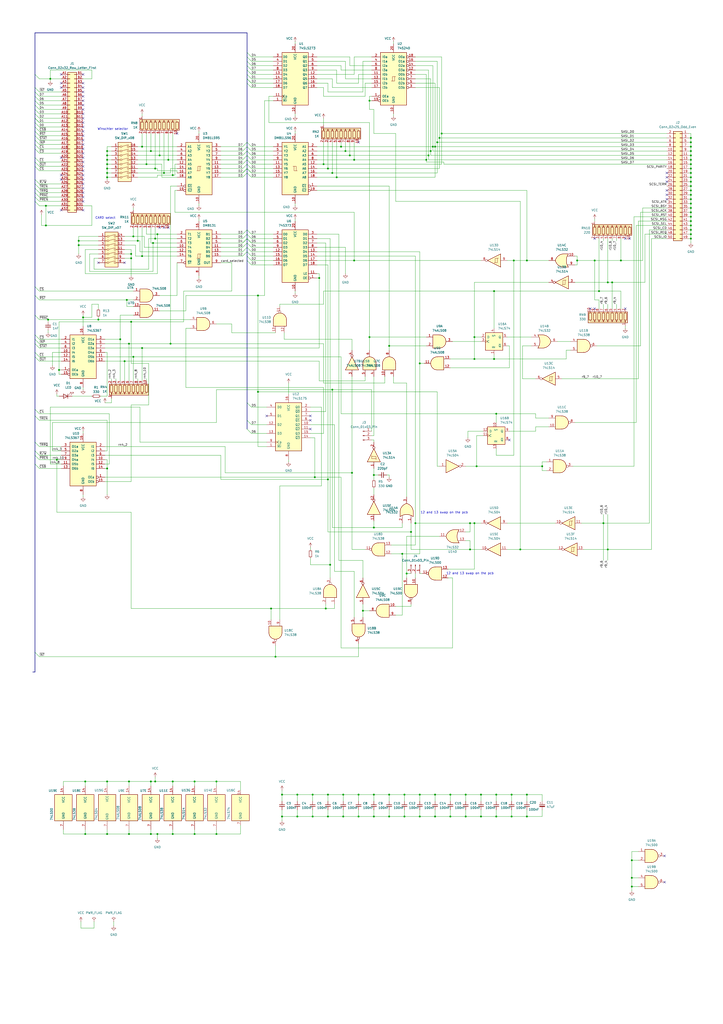
<source format=kicad_sch>
(kicad_sch
	(version 20231120)
	(generator "eeschema")
	(generator_version "8.0")
	(uuid "e19a99fd-b470-4733-b327-0374004eae11")
	(paper "A2" portrait)
	(title_block
		(title "4105-10")
		(date "2024-11-23")
		(rev "Ver 1.00")
		(company "SweProj.com")
	)
	(lib_symbols
		(symbol "74xx:74LS00"
			(pin_names
				(offset 1.016)
			)
			(exclude_from_sim no)
			(in_bom yes)
			(on_board yes)
			(property "Reference" "U"
				(at 0 1.27 0)
				(effects
					(font
						(size 1.27 1.27)
					)
				)
			)
			(property "Value" "74LS00"
				(at 0 -1.27 0)
				(effects
					(font
						(size 1.27 1.27)
					)
				)
			)
			(property "Footprint" ""
				(at 0 0 0)
				(effects
					(font
						(size 1.27 1.27)
					)
					(hide yes)
				)
			)
			(property "Datasheet" "http://www.ti.com/lit/gpn/sn74ls00"
				(at 0 0 0)
				(effects
					(font
						(size 1.27 1.27)
					)
					(hide yes)
				)
			)
			(property "Description" "quad 2-input NAND gate"
				(at 0 0 0)
				(effects
					(font
						(size 1.27 1.27)
					)
					(hide yes)
				)
			)
			(property "ki_locked" ""
				(at 0 0 0)
				(effects
					(font
						(size 1.27 1.27)
					)
				)
			)
			(property "ki_keywords" "TTL nand 2-input"
				(at 0 0 0)
				(effects
					(font
						(size 1.27 1.27)
					)
					(hide yes)
				)
			)
			(property "ki_fp_filters" "DIP*W7.62mm* SO14*"
				(at 0 0 0)
				(effects
					(font
						(size 1.27 1.27)
					)
					(hide yes)
				)
			)
			(symbol "74LS00_1_1"
				(arc
					(start 0 -3.81)
					(mid 3.7934 0)
					(end 0 3.81)
					(stroke
						(width 0.254)
						(type default)
					)
					(fill
						(type background)
					)
				)
				(polyline
					(pts
						(xy 0 3.81) (xy -3.81 3.81) (xy -3.81 -3.81) (xy 0 -3.81)
					)
					(stroke
						(width 0.254)
						(type default)
					)
					(fill
						(type background)
					)
				)
				(pin input line
					(at -7.62 2.54 0)
					(length 3.81)
					(name "~"
						(effects
							(font
								(size 1.27 1.27)
							)
						)
					)
					(number "1"
						(effects
							(font
								(size 1.27 1.27)
							)
						)
					)
				)
				(pin input line
					(at -7.62 -2.54 0)
					(length 3.81)
					(name "~"
						(effects
							(font
								(size 1.27 1.27)
							)
						)
					)
					(number "2"
						(effects
							(font
								(size 1.27 1.27)
							)
						)
					)
				)
				(pin output inverted
					(at 7.62 0 180)
					(length 3.81)
					(name "~"
						(effects
							(font
								(size 1.27 1.27)
							)
						)
					)
					(number "3"
						(effects
							(font
								(size 1.27 1.27)
							)
						)
					)
				)
			)
			(symbol "74LS00_1_2"
				(arc
					(start -3.81 -3.81)
					(mid -2.589 0)
					(end -3.81 3.81)
					(stroke
						(width 0.254)
						(type default)
					)
					(fill
						(type none)
					)
				)
				(arc
					(start -0.6096 -3.81)
					(mid 2.1842 -2.5851)
					(end 3.81 0)
					(stroke
						(width 0.254)
						(type default)
					)
					(fill
						(type background)
					)
				)
				(polyline
					(pts
						(xy -3.81 -3.81) (xy -0.635 -3.81)
					)
					(stroke
						(width 0.254)
						(type default)
					)
					(fill
						(type background)
					)
				)
				(polyline
					(pts
						(xy -3.81 3.81) (xy -0.635 3.81)
					)
					(stroke
						(width 0.254)
						(type default)
					)
					(fill
						(type background)
					)
				)
				(polyline
					(pts
						(xy -0.635 3.81) (xy -3.81 3.81) (xy -3.81 3.81) (xy -3.556 3.4036) (xy -3.0226 2.2606) (xy -2.6924 1.0414)
						(xy -2.6162 -0.254) (xy -2.7686 -1.4986) (xy -3.175 -2.7178) (xy -3.81 -3.81) (xy -3.81 -3.81)
						(xy -0.635 -3.81)
					)
					(stroke
						(width -25.4)
						(type default)
					)
					(fill
						(type background)
					)
				)
				(arc
					(start 3.81 0)
					(mid 2.1915 2.5936)
					(end -0.6096 3.81)
					(stroke
						(width 0.254)
						(type default)
					)
					(fill
						(type background)
					)
				)
				(pin input inverted
					(at -7.62 2.54 0)
					(length 4.318)
					(name "~"
						(effects
							(font
								(size 1.27 1.27)
							)
						)
					)
					(number "1"
						(effects
							(font
								(size 1.27 1.27)
							)
						)
					)
				)
				(pin input inverted
					(at -7.62 -2.54 0)
					(length 4.318)
					(name "~"
						(effects
							(font
								(size 1.27 1.27)
							)
						)
					)
					(number "2"
						(effects
							(font
								(size 1.27 1.27)
							)
						)
					)
				)
				(pin output line
					(at 7.62 0 180)
					(length 3.81)
					(name "~"
						(effects
							(font
								(size 1.27 1.27)
							)
						)
					)
					(number "3"
						(effects
							(font
								(size 1.27 1.27)
							)
						)
					)
				)
			)
			(symbol "74LS00_2_1"
				(arc
					(start 0 -3.81)
					(mid 3.7934 0)
					(end 0 3.81)
					(stroke
						(width 0.254)
						(type default)
					)
					(fill
						(type background)
					)
				)
				(polyline
					(pts
						(xy 0 3.81) (xy -3.81 3.81) (xy -3.81 -3.81) (xy 0 -3.81)
					)
					(stroke
						(width 0.254)
						(type default)
					)
					(fill
						(type background)
					)
				)
				(pin input line
					(at -7.62 2.54 0)
					(length 3.81)
					(name "~"
						(effects
							(font
								(size 1.27 1.27)
							)
						)
					)
					(number "4"
						(effects
							(font
								(size 1.27 1.27)
							)
						)
					)
				)
				(pin input line
					(at -7.62 -2.54 0)
					(length 3.81)
					(name "~"
						(effects
							(font
								(size 1.27 1.27)
							)
						)
					)
					(number "5"
						(effects
							(font
								(size 1.27 1.27)
							)
						)
					)
				)
				(pin output inverted
					(at 7.62 0 180)
					(length 3.81)
					(name "~"
						(effects
							(font
								(size 1.27 1.27)
							)
						)
					)
					(number "6"
						(effects
							(font
								(size 1.27 1.27)
							)
						)
					)
				)
			)
			(symbol "74LS00_2_2"
				(arc
					(start -3.81 -3.81)
					(mid -2.589 0)
					(end -3.81 3.81)
					(stroke
						(width 0.254)
						(type default)
					)
					(fill
						(type none)
					)
				)
				(arc
					(start -0.6096 -3.81)
					(mid 2.1842 -2.5851)
					(end 3.81 0)
					(stroke
						(width 0.254)
						(type default)
					)
					(fill
						(type background)
					)
				)
				(polyline
					(pts
						(xy -3.81 -3.81) (xy -0.635 -3.81)
					)
					(stroke
						(width 0.254)
						(type default)
					)
					(fill
						(type background)
					)
				)
				(polyline
					(pts
						(xy -3.81 3.81) (xy -0.635 3.81)
					)
					(stroke
						(width 0.254)
						(type default)
					)
					(fill
						(type background)
					)
				)
				(polyline
					(pts
						(xy -0.635 3.81) (xy -3.81 3.81) (xy -3.81 3.81) (xy -3.556 3.4036) (xy -3.0226 2.2606) (xy -2.6924 1.0414)
						(xy -2.6162 -0.254) (xy -2.7686 -1.4986) (xy -3.175 -2.7178) (xy -3.81 -3.81) (xy -3.81 -3.81)
						(xy -0.635 -3.81)
					)
					(stroke
						(width -25.4)
						(type default)
					)
					(fill
						(type background)
					)
				)
				(arc
					(start 3.81 0)
					(mid 2.1915 2.5936)
					(end -0.6096 3.81)
					(stroke
						(width 0.254)
						(type default)
					)
					(fill
						(type background)
					)
				)
				(pin input inverted
					(at -7.62 2.54 0)
					(length 4.318)
					(name "~"
						(effects
							(font
								(size 1.27 1.27)
							)
						)
					)
					(number "4"
						(effects
							(font
								(size 1.27 1.27)
							)
						)
					)
				)
				(pin input inverted
					(at -7.62 -2.54 0)
					(length 4.318)
					(name "~"
						(effects
							(font
								(size 1.27 1.27)
							)
						)
					)
					(number "5"
						(effects
							(font
								(size 1.27 1.27)
							)
						)
					)
				)
				(pin output line
					(at 7.62 0 180)
					(length 3.81)
					(name "~"
						(effects
							(font
								(size 1.27 1.27)
							)
						)
					)
					(number "6"
						(effects
							(font
								(size 1.27 1.27)
							)
						)
					)
				)
			)
			(symbol "74LS00_3_1"
				(arc
					(start 0 -3.81)
					(mid 3.7934 0)
					(end 0 3.81)
					(stroke
						(width 0.254)
						(type default)
					)
					(fill
						(type background)
					)
				)
				(polyline
					(pts
						(xy 0 3.81) (xy -3.81 3.81) (xy -3.81 -3.81) (xy 0 -3.81)
					)
					(stroke
						(width 0.254)
						(type default)
					)
					(fill
						(type background)
					)
				)
				(pin input line
					(at -7.62 -2.54 0)
					(length 3.81)
					(name "~"
						(effects
							(font
								(size 1.27 1.27)
							)
						)
					)
					(number "10"
						(effects
							(font
								(size 1.27 1.27)
							)
						)
					)
				)
				(pin output inverted
					(at 7.62 0 180)
					(length 3.81)
					(name "~"
						(effects
							(font
								(size 1.27 1.27)
							)
						)
					)
					(number "8"
						(effects
							(font
								(size 1.27 1.27)
							)
						)
					)
				)
				(pin input line
					(at -7.62 2.54 0)
					(length 3.81)
					(name "~"
						(effects
							(font
								(size 1.27 1.27)
							)
						)
					)
					(number "9"
						(effects
							(font
								(size 1.27 1.27)
							)
						)
					)
				)
			)
			(symbol "74LS00_3_2"
				(arc
					(start -3.81 -3.81)
					(mid -2.589 0)
					(end -3.81 3.81)
					(stroke
						(width 0.254)
						(type default)
					)
					(fill
						(type none)
					)
				)
				(arc
					(start -0.6096 -3.81)
					(mid 2.1842 -2.5851)
					(end 3.81 0)
					(stroke
						(width 0.254)
						(type default)
					)
					(fill
						(type background)
					)
				)
				(polyline
					(pts
						(xy -3.81 -3.81) (xy -0.635 -3.81)
					)
					(stroke
						(width 0.254)
						(type default)
					)
					(fill
						(type background)
					)
				)
				(polyline
					(pts
						(xy -3.81 3.81) (xy -0.635 3.81)
					)
					(stroke
						(width 0.254)
						(type default)
					)
					(fill
						(type background)
					)
				)
				(polyline
					(pts
						(xy -0.635 3.81) (xy -3.81 3.81) (xy -3.81 3.81) (xy -3.556 3.4036) (xy -3.0226 2.2606) (xy -2.6924 1.0414)
						(xy -2.6162 -0.254) (xy -2.7686 -1.4986) (xy -3.175 -2.7178) (xy -3.81 -3.81) (xy -3.81 -3.81)
						(xy -0.635 -3.81)
					)
					(stroke
						(width -25.4)
						(type default)
					)
					(fill
						(type background)
					)
				)
				(arc
					(start 3.81 0)
					(mid 2.1915 2.5936)
					(end -0.6096 3.81)
					(stroke
						(width 0.254)
						(type default)
					)
					(fill
						(type background)
					)
				)
				(pin input inverted
					(at -7.62 -2.54 0)
					(length 4.318)
					(name "~"
						(effects
							(font
								(size 1.27 1.27)
							)
						)
					)
					(number "10"
						(effects
							(font
								(size 1.27 1.27)
							)
						)
					)
				)
				(pin output line
					(at 7.62 0 180)
					(length 3.81)
					(name "~"
						(effects
							(font
								(size 1.27 1.27)
							)
						)
					)
					(number "8"
						(effects
							(font
								(size 1.27 1.27)
							)
						)
					)
				)
				(pin input inverted
					(at -7.62 2.54 0)
					(length 4.318)
					(name "~"
						(effects
							(font
								(size 1.27 1.27)
							)
						)
					)
					(number "9"
						(effects
							(font
								(size 1.27 1.27)
							)
						)
					)
				)
			)
			(symbol "74LS00_4_1"
				(arc
					(start 0 -3.81)
					(mid 3.7934 0)
					(end 0 3.81)
					(stroke
						(width 0.254)
						(type default)
					)
					(fill
						(type background)
					)
				)
				(polyline
					(pts
						(xy 0 3.81) (xy -3.81 3.81) (xy -3.81 -3.81) (xy 0 -3.81)
					)
					(stroke
						(width 0.254)
						(type default)
					)
					(fill
						(type background)
					)
				)
				(pin output inverted
					(at 7.62 0 180)
					(length 3.81)
					(name "~"
						(effects
							(font
								(size 1.27 1.27)
							)
						)
					)
					(number "11"
						(effects
							(font
								(size 1.27 1.27)
							)
						)
					)
				)
				(pin input line
					(at -7.62 2.54 0)
					(length 3.81)
					(name "~"
						(effects
							(font
								(size 1.27 1.27)
							)
						)
					)
					(number "12"
						(effects
							(font
								(size 1.27 1.27)
							)
						)
					)
				)
				(pin input line
					(at -7.62 -2.54 0)
					(length 3.81)
					(name "~"
						(effects
							(font
								(size 1.27 1.27)
							)
						)
					)
					(number "13"
						(effects
							(font
								(size 1.27 1.27)
							)
						)
					)
				)
			)
			(symbol "74LS00_4_2"
				(arc
					(start -3.81 -3.81)
					(mid -2.589 0)
					(end -3.81 3.81)
					(stroke
						(width 0.254)
						(type default)
					)
					(fill
						(type none)
					)
				)
				(arc
					(start -0.6096 -3.81)
					(mid 2.1842 -2.5851)
					(end 3.81 0)
					(stroke
						(width 0.254)
						(type default)
					)
					(fill
						(type background)
					)
				)
				(polyline
					(pts
						(xy -3.81 -3.81) (xy -0.635 -3.81)
					)
					(stroke
						(width 0.254)
						(type default)
					)
					(fill
						(type background)
					)
				)
				(polyline
					(pts
						(xy -3.81 3.81) (xy -0.635 3.81)
					)
					(stroke
						(width 0.254)
						(type default)
					)
					(fill
						(type background)
					)
				)
				(polyline
					(pts
						(xy -0.635 3.81) (xy -3.81 3.81) (xy -3.81 3.81) (xy -3.556 3.4036) (xy -3.0226 2.2606) (xy -2.6924 1.0414)
						(xy -2.6162 -0.254) (xy -2.7686 -1.4986) (xy -3.175 -2.7178) (xy -3.81 -3.81) (xy -3.81 -3.81)
						(xy -0.635 -3.81)
					)
					(stroke
						(width -25.4)
						(type default)
					)
					(fill
						(type background)
					)
				)
				(arc
					(start 3.81 0)
					(mid 2.1915 2.5936)
					(end -0.6096 3.81)
					(stroke
						(width 0.254)
						(type default)
					)
					(fill
						(type background)
					)
				)
				(pin output line
					(at 7.62 0 180)
					(length 3.81)
					(name "~"
						(effects
							(font
								(size 1.27 1.27)
							)
						)
					)
					(number "11"
						(effects
							(font
								(size 1.27 1.27)
							)
						)
					)
				)
				(pin input inverted
					(at -7.62 2.54 0)
					(length 4.318)
					(name "~"
						(effects
							(font
								(size 1.27 1.27)
							)
						)
					)
					(number "12"
						(effects
							(font
								(size 1.27 1.27)
							)
						)
					)
				)
				(pin input inverted
					(at -7.62 -2.54 0)
					(length 4.318)
					(name "~"
						(effects
							(font
								(size 1.27 1.27)
							)
						)
					)
					(number "13"
						(effects
							(font
								(size 1.27 1.27)
							)
						)
					)
				)
			)
			(symbol "74LS00_5_0"
				(pin power_in line
					(at 0 12.7 270)
					(length 5.08)
					(name "VCC"
						(effects
							(font
								(size 1.27 1.27)
							)
						)
					)
					(number "14"
						(effects
							(font
								(size 1.27 1.27)
							)
						)
					)
				)
				(pin power_in line
					(at 0 -12.7 90)
					(length 5.08)
					(name "GND"
						(effects
							(font
								(size 1.27 1.27)
							)
						)
					)
					(number "7"
						(effects
							(font
								(size 1.27 1.27)
							)
						)
					)
				)
			)
			(symbol "74LS00_5_1"
				(rectangle
					(start -5.08 7.62)
					(end 5.08 -7.62)
					(stroke
						(width 0.254)
						(type default)
					)
					(fill
						(type background)
					)
				)
			)
		)
		(symbol "74xx:74LS04"
			(exclude_from_sim no)
			(in_bom yes)
			(on_board yes)
			(property "Reference" "U"
				(at 0 1.27 0)
				(effects
					(font
						(size 1.27 1.27)
					)
				)
			)
			(property "Value" "74LS04"
				(at 0 -1.27 0)
				(effects
					(font
						(size 1.27 1.27)
					)
				)
			)
			(property "Footprint" ""
				(at 0 0 0)
				(effects
					(font
						(size 1.27 1.27)
					)
					(hide yes)
				)
			)
			(property "Datasheet" "http://www.ti.com/lit/gpn/sn74LS04"
				(at 0 0 0)
				(effects
					(font
						(size 1.27 1.27)
					)
					(hide yes)
				)
			)
			(property "Description" "Hex Inverter"
				(at 0 0 0)
				(effects
					(font
						(size 1.27 1.27)
					)
					(hide yes)
				)
			)
			(property "ki_locked" ""
				(at 0 0 0)
				(effects
					(font
						(size 1.27 1.27)
					)
				)
			)
			(property "ki_keywords" "TTL not inv"
				(at 0 0 0)
				(effects
					(font
						(size 1.27 1.27)
					)
					(hide yes)
				)
			)
			(property "ki_fp_filters" "DIP*W7.62mm* SSOP?14* TSSOP?14*"
				(at 0 0 0)
				(effects
					(font
						(size 1.27 1.27)
					)
					(hide yes)
				)
			)
			(symbol "74LS04_1_0"
				(polyline
					(pts
						(xy -3.81 3.81) (xy -3.81 -3.81) (xy 3.81 0) (xy -3.81 3.81)
					)
					(stroke
						(width 0.254)
						(type default)
					)
					(fill
						(type background)
					)
				)
				(pin input line
					(at -7.62 0 0)
					(length 3.81)
					(name "~"
						(effects
							(font
								(size 1.27 1.27)
							)
						)
					)
					(number "1"
						(effects
							(font
								(size 1.27 1.27)
							)
						)
					)
				)
				(pin output inverted
					(at 7.62 0 180)
					(length 3.81)
					(name "~"
						(effects
							(font
								(size 1.27 1.27)
							)
						)
					)
					(number "2"
						(effects
							(font
								(size 1.27 1.27)
							)
						)
					)
				)
			)
			(symbol "74LS04_2_0"
				(polyline
					(pts
						(xy -3.81 3.81) (xy -3.81 -3.81) (xy 3.81 0) (xy -3.81 3.81)
					)
					(stroke
						(width 0.254)
						(type default)
					)
					(fill
						(type background)
					)
				)
				(pin input line
					(at -7.62 0 0)
					(length 3.81)
					(name "~"
						(effects
							(font
								(size 1.27 1.27)
							)
						)
					)
					(number "3"
						(effects
							(font
								(size 1.27 1.27)
							)
						)
					)
				)
				(pin output inverted
					(at 7.62 0 180)
					(length 3.81)
					(name "~"
						(effects
							(font
								(size 1.27 1.27)
							)
						)
					)
					(number "4"
						(effects
							(font
								(size 1.27 1.27)
							)
						)
					)
				)
			)
			(symbol "74LS04_3_0"
				(polyline
					(pts
						(xy -3.81 3.81) (xy -3.81 -3.81) (xy 3.81 0) (xy -3.81 3.81)
					)
					(stroke
						(width 0.254)
						(type default)
					)
					(fill
						(type background)
					)
				)
				(pin input line
					(at -7.62 0 0)
					(length 3.81)
					(name "~"
						(effects
							(font
								(size 1.27 1.27)
							)
						)
					)
					(number "5"
						(effects
							(font
								(size 1.27 1.27)
							)
						)
					)
				)
				(pin output inverted
					(at 7.62 0 180)
					(length 3.81)
					(name "~"
						(effects
							(font
								(size 1.27 1.27)
							)
						)
					)
					(number "6"
						(effects
							(font
								(size 1.27 1.27)
							)
						)
					)
				)
			)
			(symbol "74LS04_4_0"
				(polyline
					(pts
						(xy -3.81 3.81) (xy -3.81 -3.81) (xy 3.81 0) (xy -3.81 3.81)
					)
					(stroke
						(width 0.254)
						(type default)
					)
					(fill
						(type background)
					)
				)
				(pin output inverted
					(at 7.62 0 180)
					(length 3.81)
					(name "~"
						(effects
							(font
								(size 1.27 1.27)
							)
						)
					)
					(number "8"
						(effects
							(font
								(size 1.27 1.27)
							)
						)
					)
				)
				(pin input line
					(at -7.62 0 0)
					(length 3.81)
					(name "~"
						(effects
							(font
								(size 1.27 1.27)
							)
						)
					)
					(number "9"
						(effects
							(font
								(size 1.27 1.27)
							)
						)
					)
				)
			)
			(symbol "74LS04_5_0"
				(polyline
					(pts
						(xy -3.81 3.81) (xy -3.81 -3.81) (xy 3.81 0) (xy -3.81 3.81)
					)
					(stroke
						(width 0.254)
						(type default)
					)
					(fill
						(type background)
					)
				)
				(pin output inverted
					(at 7.62 0 180)
					(length 3.81)
					(name "~"
						(effects
							(font
								(size 1.27 1.27)
							)
						)
					)
					(number "10"
						(effects
							(font
								(size 1.27 1.27)
							)
						)
					)
				)
				(pin input line
					(at -7.62 0 0)
					(length 3.81)
					(name "~"
						(effects
							(font
								(size 1.27 1.27)
							)
						)
					)
					(number "11"
						(effects
							(font
								(size 1.27 1.27)
							)
						)
					)
				)
			)
			(symbol "74LS04_6_0"
				(polyline
					(pts
						(xy -3.81 3.81) (xy -3.81 -3.81) (xy 3.81 0) (xy -3.81 3.81)
					)
					(stroke
						(width 0.254)
						(type default)
					)
					(fill
						(type background)
					)
				)
				(pin output inverted
					(at 7.62 0 180)
					(length 3.81)
					(name "~"
						(effects
							(font
								(size 1.27 1.27)
							)
						)
					)
					(number "12"
						(effects
							(font
								(size 1.27 1.27)
							)
						)
					)
				)
				(pin input line
					(at -7.62 0 0)
					(length 3.81)
					(name "~"
						(effects
							(font
								(size 1.27 1.27)
							)
						)
					)
					(number "13"
						(effects
							(font
								(size 1.27 1.27)
							)
						)
					)
				)
			)
			(symbol "74LS04_7_0"
				(pin power_in line
					(at 0 12.7 270)
					(length 5.08)
					(name "VCC"
						(effects
							(font
								(size 1.27 1.27)
							)
						)
					)
					(number "14"
						(effects
							(font
								(size 1.27 1.27)
							)
						)
					)
				)
				(pin power_in line
					(at 0 -12.7 90)
					(length 5.08)
					(name "GND"
						(effects
							(font
								(size 1.27 1.27)
							)
						)
					)
					(number "7"
						(effects
							(font
								(size 1.27 1.27)
							)
						)
					)
				)
			)
			(symbol "74LS04_7_1"
				(rectangle
					(start -5.08 7.62)
					(end 5.08 -7.62)
					(stroke
						(width 0.254)
						(type default)
					)
					(fill
						(type background)
					)
				)
			)
		)
		(symbol "74xx:74LS08"
			(pin_names
				(offset 1.016)
			)
			(exclude_from_sim no)
			(in_bom yes)
			(on_board yes)
			(property "Reference" "U"
				(at 0 1.27 0)
				(effects
					(font
						(size 1.27 1.27)
					)
				)
			)
			(property "Value" "74LS08"
				(at 0 -1.27 0)
				(effects
					(font
						(size 1.27 1.27)
					)
				)
			)
			(property "Footprint" ""
				(at 0 0 0)
				(effects
					(font
						(size 1.27 1.27)
					)
					(hide yes)
				)
			)
			(property "Datasheet" "http://www.ti.com/lit/gpn/sn74LS08"
				(at 0 0 0)
				(effects
					(font
						(size 1.27 1.27)
					)
					(hide yes)
				)
			)
			(property "Description" "Quad And2"
				(at 0 0 0)
				(effects
					(font
						(size 1.27 1.27)
					)
					(hide yes)
				)
			)
			(property "ki_locked" ""
				(at 0 0 0)
				(effects
					(font
						(size 1.27 1.27)
					)
				)
			)
			(property "ki_keywords" "TTL and2"
				(at 0 0 0)
				(effects
					(font
						(size 1.27 1.27)
					)
					(hide yes)
				)
			)
			(property "ki_fp_filters" "DIP*W7.62mm*"
				(at 0 0 0)
				(effects
					(font
						(size 1.27 1.27)
					)
					(hide yes)
				)
			)
			(symbol "74LS08_1_1"
				(arc
					(start 0 -3.81)
					(mid 3.7934 0)
					(end 0 3.81)
					(stroke
						(width 0.254)
						(type default)
					)
					(fill
						(type background)
					)
				)
				(polyline
					(pts
						(xy 0 3.81) (xy -3.81 3.81) (xy -3.81 -3.81) (xy 0 -3.81)
					)
					(stroke
						(width 0.254)
						(type default)
					)
					(fill
						(type background)
					)
				)
				(pin input line
					(at -7.62 2.54 0)
					(length 3.81)
					(name "~"
						(effects
							(font
								(size 1.27 1.27)
							)
						)
					)
					(number "1"
						(effects
							(font
								(size 1.27 1.27)
							)
						)
					)
				)
				(pin input line
					(at -7.62 -2.54 0)
					(length 3.81)
					(name "~"
						(effects
							(font
								(size 1.27 1.27)
							)
						)
					)
					(number "2"
						(effects
							(font
								(size 1.27 1.27)
							)
						)
					)
				)
				(pin output line
					(at 7.62 0 180)
					(length 3.81)
					(name "~"
						(effects
							(font
								(size 1.27 1.27)
							)
						)
					)
					(number "3"
						(effects
							(font
								(size 1.27 1.27)
							)
						)
					)
				)
			)
			(symbol "74LS08_1_2"
				(arc
					(start -3.81 -3.81)
					(mid -2.589 0)
					(end -3.81 3.81)
					(stroke
						(width 0.254)
						(type default)
					)
					(fill
						(type none)
					)
				)
				(arc
					(start -0.6096 -3.81)
					(mid 2.1842 -2.5851)
					(end 3.81 0)
					(stroke
						(width 0.254)
						(type default)
					)
					(fill
						(type background)
					)
				)
				(polyline
					(pts
						(xy -3.81 -3.81) (xy -0.635 -3.81)
					)
					(stroke
						(width 0.254)
						(type default)
					)
					(fill
						(type background)
					)
				)
				(polyline
					(pts
						(xy -3.81 3.81) (xy -0.635 3.81)
					)
					(stroke
						(width 0.254)
						(type default)
					)
					(fill
						(type background)
					)
				)
				(polyline
					(pts
						(xy -0.635 3.81) (xy -3.81 3.81) (xy -3.81 3.81) (xy -3.556 3.4036) (xy -3.0226 2.2606) (xy -2.6924 1.0414)
						(xy -2.6162 -0.254) (xy -2.7686 -1.4986) (xy -3.175 -2.7178) (xy -3.81 -3.81) (xy -3.81 -3.81)
						(xy -0.635 -3.81)
					)
					(stroke
						(width -25.4)
						(type default)
					)
					(fill
						(type background)
					)
				)
				(arc
					(start 3.81 0)
					(mid 2.1915 2.5936)
					(end -0.6096 3.81)
					(stroke
						(width 0.254)
						(type default)
					)
					(fill
						(type background)
					)
				)
				(pin input inverted
					(at -7.62 2.54 0)
					(length 4.318)
					(name "~"
						(effects
							(font
								(size 1.27 1.27)
							)
						)
					)
					(number "1"
						(effects
							(font
								(size 1.27 1.27)
							)
						)
					)
				)
				(pin input inverted
					(at -7.62 -2.54 0)
					(length 4.318)
					(name "~"
						(effects
							(font
								(size 1.27 1.27)
							)
						)
					)
					(number "2"
						(effects
							(font
								(size 1.27 1.27)
							)
						)
					)
				)
				(pin output inverted
					(at 7.62 0 180)
					(length 3.81)
					(name "~"
						(effects
							(font
								(size 1.27 1.27)
							)
						)
					)
					(number "3"
						(effects
							(font
								(size 1.27 1.27)
							)
						)
					)
				)
			)
			(symbol "74LS08_2_1"
				(arc
					(start 0 -3.81)
					(mid 3.7934 0)
					(end 0 3.81)
					(stroke
						(width 0.254)
						(type default)
					)
					(fill
						(type background)
					)
				)
				(polyline
					(pts
						(xy 0 3.81) (xy -3.81 3.81) (xy -3.81 -3.81) (xy 0 -3.81)
					)
					(stroke
						(width 0.254)
						(type default)
					)
					(fill
						(type background)
					)
				)
				(pin input line
					(at -7.62 2.54 0)
					(length 3.81)
					(name "~"
						(effects
							(font
								(size 1.27 1.27)
							)
						)
					)
					(number "4"
						(effects
							(font
								(size 1.27 1.27)
							)
						)
					)
				)
				(pin input line
					(at -7.62 -2.54 0)
					(length 3.81)
					(name "~"
						(effects
							(font
								(size 1.27 1.27)
							)
						)
					)
					(number "5"
						(effects
							(font
								(size 1.27 1.27)
							)
						)
					)
				)
				(pin output line
					(at 7.62 0 180)
					(length 3.81)
					(name "~"
						(effects
							(font
								(size 1.27 1.27)
							)
						)
					)
					(number "6"
						(effects
							(font
								(size 1.27 1.27)
							)
						)
					)
				)
			)
			(symbol "74LS08_2_2"
				(arc
					(start -3.81 -3.81)
					(mid -2.589 0)
					(end -3.81 3.81)
					(stroke
						(width 0.254)
						(type default)
					)
					(fill
						(type none)
					)
				)
				(arc
					(start -0.6096 -3.81)
					(mid 2.1842 -2.5851)
					(end 3.81 0)
					(stroke
						(width 0.254)
						(type default)
					)
					(fill
						(type background)
					)
				)
				(polyline
					(pts
						(xy -3.81 -3.81) (xy -0.635 -3.81)
					)
					(stroke
						(width 0.254)
						(type default)
					)
					(fill
						(type background)
					)
				)
				(polyline
					(pts
						(xy -3.81 3.81) (xy -0.635 3.81)
					)
					(stroke
						(width 0.254)
						(type default)
					)
					(fill
						(type background)
					)
				)
				(polyline
					(pts
						(xy -0.635 3.81) (xy -3.81 3.81) (xy -3.81 3.81) (xy -3.556 3.4036) (xy -3.0226 2.2606) (xy -2.6924 1.0414)
						(xy -2.6162 -0.254) (xy -2.7686 -1.4986) (xy -3.175 -2.7178) (xy -3.81 -3.81) (xy -3.81 -3.81)
						(xy -0.635 -3.81)
					)
					(stroke
						(width -25.4)
						(type default)
					)
					(fill
						(type background)
					)
				)
				(arc
					(start 3.81 0)
					(mid 2.1915 2.5936)
					(end -0.6096 3.81)
					(stroke
						(width 0.254)
						(type default)
					)
					(fill
						(type background)
					)
				)
				(pin input inverted
					(at -7.62 2.54 0)
					(length 4.318)
					(name "~"
						(effects
							(font
								(size 1.27 1.27)
							)
						)
					)
					(number "4"
						(effects
							(font
								(size 1.27 1.27)
							)
						)
					)
				)
				(pin input inverted
					(at -7.62 -2.54 0)
					(length 4.318)
					(name "~"
						(effects
							(font
								(size 1.27 1.27)
							)
						)
					)
					(number "5"
						(effects
							(font
								(size 1.27 1.27)
							)
						)
					)
				)
				(pin output inverted
					(at 7.62 0 180)
					(length 3.81)
					(name "~"
						(effects
							(font
								(size 1.27 1.27)
							)
						)
					)
					(number "6"
						(effects
							(font
								(size 1.27 1.27)
							)
						)
					)
				)
			)
			(symbol "74LS08_3_1"
				(arc
					(start 0 -3.81)
					(mid 3.7934 0)
					(end 0 3.81)
					(stroke
						(width 0.254)
						(type default)
					)
					(fill
						(type background)
					)
				)
				(polyline
					(pts
						(xy 0 3.81) (xy -3.81 3.81) (xy -3.81 -3.81) (xy 0 -3.81)
					)
					(stroke
						(width 0.254)
						(type default)
					)
					(fill
						(type background)
					)
				)
				(pin input line
					(at -7.62 -2.54 0)
					(length 3.81)
					(name "~"
						(effects
							(font
								(size 1.27 1.27)
							)
						)
					)
					(number "10"
						(effects
							(font
								(size 1.27 1.27)
							)
						)
					)
				)
				(pin output line
					(at 7.62 0 180)
					(length 3.81)
					(name "~"
						(effects
							(font
								(size 1.27 1.27)
							)
						)
					)
					(number "8"
						(effects
							(font
								(size 1.27 1.27)
							)
						)
					)
				)
				(pin input line
					(at -7.62 2.54 0)
					(length 3.81)
					(name "~"
						(effects
							(font
								(size 1.27 1.27)
							)
						)
					)
					(number "9"
						(effects
							(font
								(size 1.27 1.27)
							)
						)
					)
				)
			)
			(symbol "74LS08_3_2"
				(arc
					(start -3.81 -3.81)
					(mid -2.589 0)
					(end -3.81 3.81)
					(stroke
						(width 0.254)
						(type default)
					)
					(fill
						(type none)
					)
				)
				(arc
					(start -0.6096 -3.81)
					(mid 2.1842 -2.5851)
					(end 3.81 0)
					(stroke
						(width 0.254)
						(type default)
					)
					(fill
						(type background)
					)
				)
				(polyline
					(pts
						(xy -3.81 -3.81) (xy -0.635 -3.81)
					)
					(stroke
						(width 0.254)
						(type default)
					)
					(fill
						(type background)
					)
				)
				(polyline
					(pts
						(xy -3.81 3.81) (xy -0.635 3.81)
					)
					(stroke
						(width 0.254)
						(type default)
					)
					(fill
						(type background)
					)
				)
				(polyline
					(pts
						(xy -0.635 3.81) (xy -3.81 3.81) (xy -3.81 3.81) (xy -3.556 3.4036) (xy -3.0226 2.2606) (xy -2.6924 1.0414)
						(xy -2.6162 -0.254) (xy -2.7686 -1.4986) (xy -3.175 -2.7178) (xy -3.81 -3.81) (xy -3.81 -3.81)
						(xy -0.635 -3.81)
					)
					(stroke
						(width -25.4)
						(type default)
					)
					(fill
						(type background)
					)
				)
				(arc
					(start 3.81 0)
					(mid 2.1915 2.5936)
					(end -0.6096 3.81)
					(stroke
						(width 0.254)
						(type default)
					)
					(fill
						(type background)
					)
				)
				(pin input inverted
					(at -7.62 -2.54 0)
					(length 4.318)
					(name "~"
						(effects
							(font
								(size 1.27 1.27)
							)
						)
					)
					(number "10"
						(effects
							(font
								(size 1.27 1.27)
							)
						)
					)
				)
				(pin output inverted
					(at 7.62 0 180)
					(length 3.81)
					(name "~"
						(effects
							(font
								(size 1.27 1.27)
							)
						)
					)
					(number "8"
						(effects
							(font
								(size 1.27 1.27)
							)
						)
					)
				)
				(pin input inverted
					(at -7.62 2.54 0)
					(length 4.318)
					(name "~"
						(effects
							(font
								(size 1.27 1.27)
							)
						)
					)
					(number "9"
						(effects
							(font
								(size 1.27 1.27)
							)
						)
					)
				)
			)
			(symbol "74LS08_4_1"
				(arc
					(start 0 -3.81)
					(mid 3.7934 0)
					(end 0 3.81)
					(stroke
						(width 0.254)
						(type default)
					)
					(fill
						(type background)
					)
				)
				(polyline
					(pts
						(xy 0 3.81) (xy -3.81 3.81) (xy -3.81 -3.81) (xy 0 -3.81)
					)
					(stroke
						(width 0.254)
						(type default)
					)
					(fill
						(type background)
					)
				)
				(pin output line
					(at 7.62 0 180)
					(length 3.81)
					(name "~"
						(effects
							(font
								(size 1.27 1.27)
							)
						)
					)
					(number "11"
						(effects
							(font
								(size 1.27 1.27)
							)
						)
					)
				)
				(pin input line
					(at -7.62 2.54 0)
					(length 3.81)
					(name "~"
						(effects
							(font
								(size 1.27 1.27)
							)
						)
					)
					(number "12"
						(effects
							(font
								(size 1.27 1.27)
							)
						)
					)
				)
				(pin input line
					(at -7.62 -2.54 0)
					(length 3.81)
					(name "~"
						(effects
							(font
								(size 1.27 1.27)
							)
						)
					)
					(number "13"
						(effects
							(font
								(size 1.27 1.27)
							)
						)
					)
				)
			)
			(symbol "74LS08_4_2"
				(arc
					(start -3.81 -3.81)
					(mid -2.589 0)
					(end -3.81 3.81)
					(stroke
						(width 0.254)
						(type default)
					)
					(fill
						(type none)
					)
				)
				(arc
					(start -0.6096 -3.81)
					(mid 2.1842 -2.5851)
					(end 3.81 0)
					(stroke
						(width 0.254)
						(type default)
					)
					(fill
						(type background)
					)
				)
				(polyline
					(pts
						(xy -3.81 -3.81) (xy -0.635 -3.81)
					)
					(stroke
						(width 0.254)
						(type default)
					)
					(fill
						(type background)
					)
				)
				(polyline
					(pts
						(xy -3.81 3.81) (xy -0.635 3.81)
					)
					(stroke
						(width 0.254)
						(type default)
					)
					(fill
						(type background)
					)
				)
				(polyline
					(pts
						(xy -0.635 3.81) (xy -3.81 3.81) (xy -3.81 3.81) (xy -3.556 3.4036) (xy -3.0226 2.2606) (xy -2.6924 1.0414)
						(xy -2.6162 -0.254) (xy -2.7686 -1.4986) (xy -3.175 -2.7178) (xy -3.81 -3.81) (xy -3.81 -3.81)
						(xy -0.635 -3.81)
					)
					(stroke
						(width -25.4)
						(type default)
					)
					(fill
						(type background)
					)
				)
				(arc
					(start 3.81 0)
					(mid 2.1915 2.5936)
					(end -0.6096 3.81)
					(stroke
						(width 0.254)
						(type default)
					)
					(fill
						(type background)
					)
				)
				(pin output inverted
					(at 7.62 0 180)
					(length 3.81)
					(name "~"
						(effects
							(font
								(size 1.27 1.27)
							)
						)
					)
					(number "11"
						(effects
							(font
								(size 1.27 1.27)
							)
						)
					)
				)
				(pin input inverted
					(at -7.62 2.54 0)
					(length 4.318)
					(name "~"
						(effects
							(font
								(size 1.27 1.27)
							)
						)
					)
					(number "12"
						(effects
							(font
								(size 1.27 1.27)
							)
						)
					)
				)
				(pin input inverted
					(at -7.62 -2.54 0)
					(length 4.318)
					(name "~"
						(effects
							(font
								(size 1.27 1.27)
							)
						)
					)
					(number "13"
						(effects
							(font
								(size 1.27 1.27)
							)
						)
					)
				)
			)
			(symbol "74LS08_5_0"
				(pin power_in line
					(at 0 12.7 270)
					(length 5.08)
					(name "VCC"
						(effects
							(font
								(size 1.27 1.27)
							)
						)
					)
					(number "14"
						(effects
							(font
								(size 1.27 1.27)
							)
						)
					)
				)
				(pin power_in line
					(at 0 -12.7 90)
					(length 5.08)
					(name "GND"
						(effects
							(font
								(size 1.27 1.27)
							)
						)
					)
					(number "7"
						(effects
							(font
								(size 1.27 1.27)
							)
						)
					)
				)
			)
			(symbol "74LS08_5_1"
				(rectangle
					(start -5.08 7.62)
					(end 5.08 -7.62)
					(stroke
						(width 0.254)
						(type default)
					)
					(fill
						(type background)
					)
				)
			)
		)
		(symbol "74xx:74LS14"
			(pin_names
				(offset 1.016)
			)
			(exclude_from_sim no)
			(in_bom yes)
			(on_board yes)
			(property "Reference" "U"
				(at 0 1.27 0)
				(effects
					(font
						(size 1.27 1.27)
					)
				)
			)
			(property "Value" "74LS14"
				(at 0 -1.27 0)
				(effects
					(font
						(size 1.27 1.27)
					)
				)
			)
			(property "Footprint" ""
				(at 0 0 0)
				(effects
					(font
						(size 1.27 1.27)
					)
					(hide yes)
				)
			)
			(property "Datasheet" "http://www.ti.com/lit/gpn/sn74LS14"
				(at 0 0 0)
				(effects
					(font
						(size 1.27 1.27)
					)
					(hide yes)
				)
			)
			(property "Description" "Hex inverter schmitt trigger"
				(at 0 0 0)
				(effects
					(font
						(size 1.27 1.27)
					)
					(hide yes)
				)
			)
			(property "ki_locked" ""
				(at 0 0 0)
				(effects
					(font
						(size 1.27 1.27)
					)
				)
			)
			(property "ki_keywords" "TTL not inverter"
				(at 0 0 0)
				(effects
					(font
						(size 1.27 1.27)
					)
					(hide yes)
				)
			)
			(property "ki_fp_filters" "DIP*W7.62mm*"
				(at 0 0 0)
				(effects
					(font
						(size 1.27 1.27)
					)
					(hide yes)
				)
			)
			(symbol "74LS14_1_0"
				(polyline
					(pts
						(xy -3.81 3.81) (xy -3.81 -3.81) (xy 3.81 0) (xy -3.81 3.81)
					)
					(stroke
						(width 0.254)
						(type default)
					)
					(fill
						(type background)
					)
				)
				(pin input line
					(at -7.62 0 0)
					(length 3.81)
					(name "~"
						(effects
							(font
								(size 1.27 1.27)
							)
						)
					)
					(number "1"
						(effects
							(font
								(size 1.27 1.27)
							)
						)
					)
				)
				(pin output inverted
					(at 7.62 0 180)
					(length 3.81)
					(name "~"
						(effects
							(font
								(size 1.27 1.27)
							)
						)
					)
					(number "2"
						(effects
							(font
								(size 1.27 1.27)
							)
						)
					)
				)
			)
			(symbol "74LS14_1_1"
				(polyline
					(pts
						(xy -1.905 -1.27) (xy -1.905 1.27) (xy -0.635 1.27)
					)
					(stroke
						(width 0)
						(type default)
					)
					(fill
						(type none)
					)
				)
				(polyline
					(pts
						(xy -2.54 -1.27) (xy -0.635 -1.27) (xy -0.635 1.27) (xy 0 1.27)
					)
					(stroke
						(width 0)
						(type default)
					)
					(fill
						(type none)
					)
				)
			)
			(symbol "74LS14_2_0"
				(polyline
					(pts
						(xy -3.81 3.81) (xy -3.81 -3.81) (xy 3.81 0) (xy -3.81 3.81)
					)
					(stroke
						(width 0.254)
						(type default)
					)
					(fill
						(type background)
					)
				)
				(pin input line
					(at -7.62 0 0)
					(length 3.81)
					(name "~"
						(effects
							(font
								(size 1.27 1.27)
							)
						)
					)
					(number "3"
						(effects
							(font
								(size 1.27 1.27)
							)
						)
					)
				)
				(pin output inverted
					(at 7.62 0 180)
					(length 3.81)
					(name "~"
						(effects
							(font
								(size 1.27 1.27)
							)
						)
					)
					(number "4"
						(effects
							(font
								(size 1.27 1.27)
							)
						)
					)
				)
			)
			(symbol "74LS14_2_1"
				(polyline
					(pts
						(xy -1.905 -1.27) (xy -1.905 1.27) (xy -0.635 1.27)
					)
					(stroke
						(width 0)
						(type default)
					)
					(fill
						(type none)
					)
				)
				(polyline
					(pts
						(xy -2.54 -1.27) (xy -0.635 -1.27) (xy -0.635 1.27) (xy 0 1.27)
					)
					(stroke
						(width 0)
						(type default)
					)
					(fill
						(type none)
					)
				)
			)
			(symbol "74LS14_3_0"
				(polyline
					(pts
						(xy -3.81 3.81) (xy -3.81 -3.81) (xy 3.81 0) (xy -3.81 3.81)
					)
					(stroke
						(width 0.254)
						(type default)
					)
					(fill
						(type background)
					)
				)
				(pin input line
					(at -7.62 0 0)
					(length 3.81)
					(name "~"
						(effects
							(font
								(size 1.27 1.27)
							)
						)
					)
					(number "5"
						(effects
							(font
								(size 1.27 1.27)
							)
						)
					)
				)
				(pin output inverted
					(at 7.62 0 180)
					(length 3.81)
					(name "~"
						(effects
							(font
								(size 1.27 1.27)
							)
						)
					)
					(number "6"
						(effects
							(font
								(size 1.27 1.27)
							)
						)
					)
				)
			)
			(symbol "74LS14_3_1"
				(polyline
					(pts
						(xy -1.905 -1.27) (xy -1.905 1.27) (xy -0.635 1.27)
					)
					(stroke
						(width 0)
						(type default)
					)
					(fill
						(type none)
					)
				)
				(polyline
					(pts
						(xy -2.54 -1.27) (xy -0.635 -1.27) (xy -0.635 1.27) (xy 0 1.27)
					)
					(stroke
						(width 0)
						(type default)
					)
					(fill
						(type none)
					)
				)
			)
			(symbol "74LS14_4_0"
				(polyline
					(pts
						(xy -3.81 3.81) (xy -3.81 -3.81) (xy 3.81 0) (xy -3.81 3.81)
					)
					(stroke
						(width 0.254)
						(type default)
					)
					(fill
						(type background)
					)
				)
				(pin output inverted
					(at 7.62 0 180)
					(length 3.81)
					(name "~"
						(effects
							(font
								(size 1.27 1.27)
							)
						)
					)
					(number "8"
						(effects
							(font
								(size 1.27 1.27)
							)
						)
					)
				)
				(pin input line
					(at -7.62 0 0)
					(length 3.81)
					(name "~"
						(effects
							(font
								(size 1.27 1.27)
							)
						)
					)
					(number "9"
						(effects
							(font
								(size 1.27 1.27)
							)
						)
					)
				)
			)
			(symbol "74LS14_4_1"
				(polyline
					(pts
						(xy -1.905 -1.27) (xy -1.905 1.27) (xy -0.635 1.27)
					)
					(stroke
						(width 0)
						(type default)
					)
					(fill
						(type none)
					)
				)
				(polyline
					(pts
						(xy -2.54 -1.27) (xy -0.635 -1.27) (xy -0.635 1.27) (xy 0 1.27)
					)
					(stroke
						(width 0)
						(type default)
					)
					(fill
						(type none)
					)
				)
			)
			(symbol "74LS14_5_0"
				(polyline
					(pts
						(xy -3.81 3.81) (xy -3.81 -3.81) (xy 3.81 0) (xy -3.81 3.81)
					)
					(stroke
						(width 0.254)
						(type default)
					)
					(fill
						(type background)
					)
				)
				(pin output inverted
					(at 7.62 0 180)
					(length 3.81)
					(name "~"
						(effects
							(font
								(size 1.27 1.27)
							)
						)
					)
					(number "10"
						(effects
							(font
								(size 1.27 1.27)
							)
						)
					)
				)
				(pin input line
					(at -7.62 0 0)
					(length 3.81)
					(name "~"
						(effects
							(font
								(size 1.27 1.27)
							)
						)
					)
					(number "11"
						(effects
							(font
								(size 1.27 1.27)
							)
						)
					)
				)
			)
			(symbol "74LS14_5_1"
				(polyline
					(pts
						(xy -1.905 -1.27) (xy -1.905 1.27) (xy -0.635 1.27)
					)
					(stroke
						(width 0)
						(type default)
					)
					(fill
						(type none)
					)
				)
				(polyline
					(pts
						(xy -2.54 -1.27) (xy -0.635 -1.27) (xy -0.635 1.27) (xy 0 1.27)
					)
					(stroke
						(width 0)
						(type default)
					)
					(fill
						(type none)
					)
				)
			)
			(symbol "74LS14_6_0"
				(polyline
					(pts
						(xy -3.81 3.81) (xy -3.81 -3.81) (xy 3.81 0) (xy -3.81 3.81)
					)
					(stroke
						(width 0.254)
						(type default)
					)
					(fill
						(type background)
					)
				)
				(pin output inverted
					(at 7.62 0 180)
					(length 3.81)
					(name "~"
						(effects
							(font
								(size 1.27 1.27)
							)
						)
					)
					(number "12"
						(effects
							(font
								(size 1.27 1.27)
							)
						)
					)
				)
				(pin input line
					(at -7.62 0 0)
					(length 3.81)
					(name "~"
						(effects
							(font
								(size 1.27 1.27)
							)
						)
					)
					(number "13"
						(effects
							(font
								(size 1.27 1.27)
							)
						)
					)
				)
			)
			(symbol "74LS14_6_1"
				(polyline
					(pts
						(xy -1.905 -1.27) (xy -1.905 1.27) (xy -0.635 1.27)
					)
					(stroke
						(width 0)
						(type default)
					)
					(fill
						(type none)
					)
				)
				(polyline
					(pts
						(xy -2.54 -1.27) (xy -0.635 -1.27) (xy -0.635 1.27) (xy 0 1.27)
					)
					(stroke
						(width 0)
						(type default)
					)
					(fill
						(type none)
					)
				)
			)
			(symbol "74LS14_7_0"
				(pin power_in line
					(at 0 12.7 270)
					(length 5.08)
					(name "VCC"
						(effects
							(font
								(size 1.27 1.27)
							)
						)
					)
					(number "14"
						(effects
							(font
								(size 1.27 1.27)
							)
						)
					)
				)
				(pin power_in line
					(at 0 -12.7 90)
					(length 5.08)
					(name "GND"
						(effects
							(font
								(size 1.27 1.27)
							)
						)
					)
					(number "7"
						(effects
							(font
								(size 1.27 1.27)
							)
						)
					)
				)
			)
			(symbol "74LS14_7_1"
				(rectangle
					(start -5.08 7.62)
					(end 5.08 -7.62)
					(stroke
						(width 0.254)
						(type default)
					)
					(fill
						(type background)
					)
				)
			)
		)
		(symbol "74xx:74LS175"
			(pin_names
				(offset 1.016)
			)
			(exclude_from_sim no)
			(in_bom yes)
			(on_board yes)
			(property "Reference" "U"
				(at -7.62 13.97 0)
				(effects
					(font
						(size 1.27 1.27)
					)
				)
			)
			(property "Value" "74LS175"
				(at -7.62 -16.51 0)
				(effects
					(font
						(size 1.27 1.27)
					)
				)
			)
			(property "Footprint" ""
				(at 0 0 0)
				(effects
					(font
						(size 1.27 1.27)
					)
					(hide yes)
				)
			)
			(property "Datasheet" "http://www.ti.com/lit/gpn/sn74LS175"
				(at 0 0 0)
				(effects
					(font
						(size 1.27 1.27)
					)
					(hide yes)
				)
			)
			(property "Description" "4-bit D Flip-Flop, reset"
				(at 0 0 0)
				(effects
					(font
						(size 1.27 1.27)
					)
					(hide yes)
				)
			)
			(property "ki_locked" ""
				(at 0 0 0)
				(effects
					(font
						(size 1.27 1.27)
					)
				)
			)
			(property "ki_keywords" "TTL REG REG4 DFF"
				(at 0 0 0)
				(effects
					(font
						(size 1.27 1.27)
					)
					(hide yes)
				)
			)
			(property "ki_fp_filters" "DIP?16*"
				(at 0 0 0)
				(effects
					(font
						(size 1.27 1.27)
					)
					(hide yes)
				)
			)
			(symbol "74LS175_1_0"
				(pin input line
					(at -12.7 -12.7 0)
					(length 5.08)
					(name "~{Mr}"
						(effects
							(font
								(size 1.27 1.27)
							)
						)
					)
					(number "1"
						(effects
							(font
								(size 1.27 1.27)
							)
						)
					)
				)
				(pin output line
					(at 12.7 0 180)
					(length 5.08)
					(name "Q2"
						(effects
							(font
								(size 1.27 1.27)
							)
						)
					)
					(number "10"
						(effects
							(font
								(size 1.27 1.27)
							)
						)
					)
				)
				(pin output line
					(at 12.7 -2.54 180)
					(length 5.08)
					(name "~{Q2}"
						(effects
							(font
								(size 1.27 1.27)
							)
						)
					)
					(number "11"
						(effects
							(font
								(size 1.27 1.27)
							)
						)
					)
				)
				(pin input line
					(at -12.7 0 0)
					(length 5.08)
					(name "D2"
						(effects
							(font
								(size 1.27 1.27)
							)
						)
					)
					(number "12"
						(effects
							(font
								(size 1.27 1.27)
							)
						)
					)
				)
				(pin input line
					(at -12.7 -5.08 0)
					(length 5.08)
					(name "D3"
						(effects
							(font
								(size 1.27 1.27)
							)
						)
					)
					(number "13"
						(effects
							(font
								(size 1.27 1.27)
							)
						)
					)
				)
				(pin output line
					(at 12.7 -7.62 180)
					(length 5.08)
					(name "~{Q3}"
						(effects
							(font
								(size 1.27 1.27)
							)
						)
					)
					(number "14"
						(effects
							(font
								(size 1.27 1.27)
							)
						)
					)
				)
				(pin output line
					(at 12.7 -5.08 180)
					(length 5.08)
					(name "Q3"
						(effects
							(font
								(size 1.27 1.27)
							)
						)
					)
					(number "15"
						(effects
							(font
								(size 1.27 1.27)
							)
						)
					)
				)
				(pin power_in line
					(at 0 17.78 270)
					(length 5.08)
					(name "VCC"
						(effects
							(font
								(size 1.27 1.27)
							)
						)
					)
					(number "16"
						(effects
							(font
								(size 1.27 1.27)
							)
						)
					)
				)
				(pin output line
					(at 12.7 10.16 180)
					(length 5.08)
					(name "Q0"
						(effects
							(font
								(size 1.27 1.27)
							)
						)
					)
					(number "2"
						(effects
							(font
								(size 1.27 1.27)
							)
						)
					)
				)
				(pin output line
					(at 12.7 7.62 180)
					(length 5.08)
					(name "~{Q0}"
						(effects
							(font
								(size 1.27 1.27)
							)
						)
					)
					(number "3"
						(effects
							(font
								(size 1.27 1.27)
							)
						)
					)
				)
				(pin input line
					(at -12.7 10.16 0)
					(length 5.08)
					(name "D0"
						(effects
							(font
								(size 1.27 1.27)
							)
						)
					)
					(number "4"
						(effects
							(font
								(size 1.27 1.27)
							)
						)
					)
				)
				(pin input line
					(at -12.7 5.08 0)
					(length 5.08)
					(name "D1"
						(effects
							(font
								(size 1.27 1.27)
							)
						)
					)
					(number "5"
						(effects
							(font
								(size 1.27 1.27)
							)
						)
					)
				)
				(pin output line
					(at 12.7 2.54 180)
					(length 5.08)
					(name "~{Q1}"
						(effects
							(font
								(size 1.27 1.27)
							)
						)
					)
					(number "6"
						(effects
							(font
								(size 1.27 1.27)
							)
						)
					)
				)
				(pin output line
					(at 12.7 5.08 180)
					(length 5.08)
					(name "Q1"
						(effects
							(font
								(size 1.27 1.27)
							)
						)
					)
					(number "7"
						(effects
							(font
								(size 1.27 1.27)
							)
						)
					)
				)
				(pin power_in line
					(at 0 -20.32 90)
					(length 5.08)
					(name "GND"
						(effects
							(font
								(size 1.27 1.27)
							)
						)
					)
					(number "8"
						(effects
							(font
								(size 1.27 1.27)
							)
						)
					)
				)
				(pin input clock
					(at -12.7 -10.16 0)
					(length 5.08)
					(name "Cp"
						(effects
							(font
								(size 1.27 1.27)
							)
						)
					)
					(number "9"
						(effects
							(font
								(size 1.27 1.27)
							)
						)
					)
				)
			)
			(symbol "74LS175_1_1"
				(rectangle
					(start -7.62 12.7)
					(end 7.62 -15.24)
					(stroke
						(width 0.254)
						(type default)
					)
					(fill
						(type background)
					)
				)
			)
		)
		(symbol "74xx:74LS240"
			(pin_names
				(offset 1.016)
			)
			(exclude_from_sim no)
			(in_bom yes)
			(on_board yes)
			(property "Reference" "U"
				(at -7.62 16.51 0)
				(effects
					(font
						(size 1.27 1.27)
					)
				)
			)
			(property "Value" "74LS240"
				(at -7.62 -16.51 0)
				(effects
					(font
						(size 1.27 1.27)
					)
				)
			)
			(property "Footprint" ""
				(at 0 0 0)
				(effects
					(font
						(size 1.27 1.27)
					)
					(hide yes)
				)
			)
			(property "Datasheet" "http://www.ti.com/lit/ds/symlink/sn74ls240.pdf"
				(at 0 0 0)
				(effects
					(font
						(size 1.27 1.27)
					)
					(hide yes)
				)
			)
			(property "Description" "Octal Buffer and Line Driver With 3-State Output, active-low enables, inverting outputs"
				(at 0 0 0)
				(effects
					(font
						(size 1.27 1.27)
					)
					(hide yes)
				)
			)
			(property "ki_keywords" "7400 logic ttl low power schottky"
				(at 0 0 0)
				(effects
					(font
						(size 1.27 1.27)
					)
					(hide yes)
				)
			)
			(property "ki_fp_filters" "DIP?20*"
				(at 0 0 0)
				(effects
					(font
						(size 1.27 1.27)
					)
					(hide yes)
				)
			)
			(symbol "74LS240_1_0"
				(polyline
					(pts
						(xy -0.635 -1.27) (xy -0.635 1.27) (xy 0.635 1.27)
					)
					(stroke
						(width 0)
						(type default)
					)
					(fill
						(type none)
					)
				)
				(polyline
					(pts
						(xy -1.27 -1.27) (xy 0.635 -1.27) (xy 0.635 1.27) (xy 1.27 1.27)
					)
					(stroke
						(width 0)
						(type default)
					)
					(fill
						(type none)
					)
				)
				(pin input inverted
					(at -12.7 -10.16 0)
					(length 5.08)
					(name "OEa"
						(effects
							(font
								(size 1.27 1.27)
							)
						)
					)
					(number "1"
						(effects
							(font
								(size 1.27 1.27)
							)
						)
					)
				)
				(pin power_in line
					(at 0 -20.32 90)
					(length 5.08)
					(name "GND"
						(effects
							(font
								(size 1.27 1.27)
							)
						)
					)
					(number "10"
						(effects
							(font
								(size 1.27 1.27)
							)
						)
					)
				)
				(pin input line
					(at -12.7 2.54 0)
					(length 5.08)
					(name "I0b"
						(effects
							(font
								(size 1.27 1.27)
							)
						)
					)
					(number "11"
						(effects
							(font
								(size 1.27 1.27)
							)
						)
					)
				)
				(pin tri_state inverted
					(at 12.7 5.08 180)
					(length 5.08)
					(name "O3a"
						(effects
							(font
								(size 1.27 1.27)
							)
						)
					)
					(number "12"
						(effects
							(font
								(size 1.27 1.27)
							)
						)
					)
				)
				(pin input line
					(at -12.7 0 0)
					(length 5.08)
					(name "I1b"
						(effects
							(font
								(size 1.27 1.27)
							)
						)
					)
					(number "13"
						(effects
							(font
								(size 1.27 1.27)
							)
						)
					)
				)
				(pin tri_state inverted
					(at 12.7 7.62 180)
					(length 5.08)
					(name "O2a"
						(effects
							(font
								(size 1.27 1.27)
							)
						)
					)
					(number "14"
						(effects
							(font
								(size 1.27 1.27)
							)
						)
					)
				)
				(pin input line
					(at -12.7 -2.54 0)
					(length 5.08)
					(name "I2b"
						(effects
							(font
								(size 1.27 1.27)
							)
						)
					)
					(number "15"
						(effects
							(font
								(size 1.27 1.27)
							)
						)
					)
				)
				(pin tri_state inverted
					(at 12.7 10.16 180)
					(length 5.08)
					(name "O1a"
						(effects
							(font
								(size 1.27 1.27)
							)
						)
					)
					(number "16"
						(effects
							(font
								(size 1.27 1.27)
							)
						)
					)
				)
				(pin input line
					(at -12.7 -5.08 0)
					(length 5.08)
					(name "I3b"
						(effects
							(font
								(size 1.27 1.27)
							)
						)
					)
					(number "17"
						(effects
							(font
								(size 1.27 1.27)
							)
						)
					)
				)
				(pin tri_state inverted
					(at 12.7 12.7 180)
					(length 5.08)
					(name "O0a"
						(effects
							(font
								(size 1.27 1.27)
							)
						)
					)
					(number "18"
						(effects
							(font
								(size 1.27 1.27)
							)
						)
					)
				)
				(pin input inverted
					(at -12.7 -12.7 0)
					(length 5.08)
					(name "OEb"
						(effects
							(font
								(size 1.27 1.27)
							)
						)
					)
					(number "19"
						(effects
							(font
								(size 1.27 1.27)
							)
						)
					)
				)
				(pin input line
					(at -12.7 12.7 0)
					(length 5.08)
					(name "I0a"
						(effects
							(font
								(size 1.27 1.27)
							)
						)
					)
					(number "2"
						(effects
							(font
								(size 1.27 1.27)
							)
						)
					)
				)
				(pin power_in line
					(at 0 20.32 270)
					(length 5.08)
					(name "VCC"
						(effects
							(font
								(size 1.27 1.27)
							)
						)
					)
					(number "20"
						(effects
							(font
								(size 1.27 1.27)
							)
						)
					)
				)
				(pin tri_state inverted
					(at 12.7 -5.08 180)
					(length 5.08)
					(name "O3b"
						(effects
							(font
								(size 1.27 1.27)
							)
						)
					)
					(number "3"
						(effects
							(font
								(size 1.27 1.27)
							)
						)
					)
				)
				(pin input line
					(at -12.7 10.16 0)
					(length 5.08)
					(name "I1a"
						(effects
							(font
								(size 1.27 1.27)
							)
						)
					)
					(number "4"
						(effects
							(font
								(size 1.27 1.27)
							)
						)
					)
				)
				(pin tri_state inverted
					(at 12.7 -2.54 180)
					(length 5.08)
					(name "O2b"
						(effects
							(font
								(size 1.27 1.27)
							)
						)
					)
					(number "5"
						(effects
							(font
								(size 1.27 1.27)
							)
						)
					)
				)
				(pin input line
					(at -12.7 7.62 0)
					(length 5.08)
					(name "I2a"
						(effects
							(font
								(size 1.27 1.27)
							)
						)
					)
					(number "6"
						(effects
							(font
								(size 1.27 1.27)
							)
						)
					)
				)
				(pin tri_state inverted
					(at 12.7 0 180)
					(length 5.08)
					(name "O1b"
						(effects
							(font
								(size 1.27 1.27)
							)
						)
					)
					(number "7"
						(effects
							(font
								(size 1.27 1.27)
							)
						)
					)
				)
				(pin input line
					(at -12.7 5.08 0)
					(length 5.08)
					(name "I3a"
						(effects
							(font
								(size 1.27 1.27)
							)
						)
					)
					(number "8"
						(effects
							(font
								(size 1.27 1.27)
							)
						)
					)
				)
				(pin tri_state inverted
					(at 12.7 2.54 180)
					(length 5.08)
					(name "O0b"
						(effects
							(font
								(size 1.27 1.27)
							)
						)
					)
					(number "9"
						(effects
							(font
								(size 1.27 1.27)
							)
						)
					)
				)
			)
			(symbol "74LS240_1_1"
				(rectangle
					(start -7.62 15.24)
					(end 7.62 -15.24)
					(stroke
						(width 0.254)
						(type default)
					)
					(fill
						(type background)
					)
				)
			)
		)
		(symbol "74xx:74LS273"
			(exclude_from_sim no)
			(in_bom yes)
			(on_board yes)
			(property "Reference" "U"
				(at -7.62 16.51 0)
				(effects
					(font
						(size 1.27 1.27)
					)
				)
			)
			(property "Value" "74LS273"
				(at -7.62 -16.51 0)
				(effects
					(font
						(size 1.27 1.27)
					)
				)
			)
			(property "Footprint" ""
				(at 0 0 0)
				(effects
					(font
						(size 1.27 1.27)
					)
					(hide yes)
				)
			)
			(property "Datasheet" "http://www.ti.com/lit/gpn/sn74LS273"
				(at 0 0 0)
				(effects
					(font
						(size 1.27 1.27)
					)
					(hide yes)
				)
			)
			(property "Description" "8-bit D Flip-Flop, reset"
				(at 0 0 0)
				(effects
					(font
						(size 1.27 1.27)
					)
					(hide yes)
				)
			)
			(property "ki_keywords" "TTL DFF DFF8"
				(at 0 0 0)
				(effects
					(font
						(size 1.27 1.27)
					)
					(hide yes)
				)
			)
			(property "ki_fp_filters" "DIP?20* SO?20* SOIC?20*"
				(at 0 0 0)
				(effects
					(font
						(size 1.27 1.27)
					)
					(hide yes)
				)
			)
			(symbol "74LS273_1_0"
				(pin input line
					(at -12.7 -12.7 0)
					(length 5.08)
					(name "~{Mr}"
						(effects
							(font
								(size 1.27 1.27)
							)
						)
					)
					(number "1"
						(effects
							(font
								(size 1.27 1.27)
							)
						)
					)
				)
				(pin power_in line
					(at 0 -20.32 90)
					(length 5.08)
					(name "GND"
						(effects
							(font
								(size 1.27 1.27)
							)
						)
					)
					(number "10"
						(effects
							(font
								(size 1.27 1.27)
							)
						)
					)
				)
				(pin input clock
					(at -12.7 -10.16 0)
					(length 5.08)
					(name "Cp"
						(effects
							(font
								(size 1.27 1.27)
							)
						)
					)
					(number "11"
						(effects
							(font
								(size 1.27 1.27)
							)
						)
					)
				)
				(pin output line
					(at 12.7 2.54 180)
					(length 5.08)
					(name "Q4"
						(effects
							(font
								(size 1.27 1.27)
							)
						)
					)
					(number "12"
						(effects
							(font
								(size 1.27 1.27)
							)
						)
					)
				)
				(pin input line
					(at -12.7 2.54 0)
					(length 5.08)
					(name "D4"
						(effects
							(font
								(size 1.27 1.27)
							)
						)
					)
					(number "13"
						(effects
							(font
								(size 1.27 1.27)
							)
						)
					)
				)
				(pin input line
					(at -12.7 0 0)
					(length 5.08)
					(name "D5"
						(effects
							(font
								(size 1.27 1.27)
							)
						)
					)
					(number "14"
						(effects
							(font
								(size 1.27 1.27)
							)
						)
					)
				)
				(pin output line
					(at 12.7 0 180)
					(length 5.08)
					(name "Q5"
						(effects
							(font
								(size 1.27 1.27)
							)
						)
					)
					(number "15"
						(effects
							(font
								(size 1.27 1.27)
							)
						)
					)
				)
				(pin output line
					(at 12.7 -2.54 180)
					(length 5.08)
					(name "Q6"
						(effects
							(font
								(size 1.27 1.27)
							)
						)
					)
					(number "16"
						(effects
							(font
								(size 1.27 1.27)
							)
						)
					)
				)
				(pin input line
					(at -12.7 -2.54 0)
					(length 5.08)
					(name "D6"
						(effects
							(font
								(size 1.27 1.27)
							)
						)
					)
					(number "17"
						(effects
							(font
								(size 1.27 1.27)
							)
						)
					)
				)
				(pin input line
					(at -12.7 -5.08 0)
					(length 5.08)
					(name "D7"
						(effects
							(font
								(size 1.27 1.27)
							)
						)
					)
					(number "18"
						(effects
							(font
								(size 1.27 1.27)
							)
						)
					)
				)
				(pin output line
					(at 12.7 -5.08 180)
					(length 5.08)
					(name "Q7"
						(effects
							(font
								(size 1.27 1.27)
							)
						)
					)
					(number "19"
						(effects
							(font
								(size 1.27 1.27)
							)
						)
					)
				)
				(pin output line
					(at 12.7 12.7 180)
					(length 5.08)
					(name "Q0"
						(effects
							(font
								(size 1.27 1.27)
							)
						)
					)
					(number "2"
						(effects
							(font
								(size 1.27 1.27)
							)
						)
					)
				)
				(pin power_in line
					(at 0 20.32 270)
					(length 5.08)
					(name "VCC"
						(effects
							(font
								(size 1.27 1.27)
							)
						)
					)
					(number "20"
						(effects
							(font
								(size 1.27 1.27)
							)
						)
					)
				)
				(pin input line
					(at -12.7 12.7 0)
					(length 5.08)
					(name "D0"
						(effects
							(font
								(size 1.27 1.27)
							)
						)
					)
					(number "3"
						(effects
							(font
								(size 1.27 1.27)
							)
						)
					)
				)
				(pin input line
					(at -12.7 10.16 0)
					(length 5.08)
					(name "D1"
						(effects
							(font
								(size 1.27 1.27)
							)
						)
					)
					(number "4"
						(effects
							(font
								(size 1.27 1.27)
							)
						)
					)
				)
				(pin output line
					(at 12.7 10.16 180)
					(length 5.08)
					(name "Q1"
						(effects
							(font
								(size 1.27 1.27)
							)
						)
					)
					(number "5"
						(effects
							(font
								(size 1.27 1.27)
							)
						)
					)
				)
				(pin output line
					(at 12.7 7.62 180)
					(length 5.08)
					(name "Q2"
						(effects
							(font
								(size 1.27 1.27)
							)
						)
					)
					(number "6"
						(effects
							(font
								(size 1.27 1.27)
							)
						)
					)
				)
				(pin input line
					(at -12.7 7.62 0)
					(length 5.08)
					(name "D2"
						(effects
							(font
								(size 1.27 1.27)
							)
						)
					)
					(number "7"
						(effects
							(font
								(size 1.27 1.27)
							)
						)
					)
				)
				(pin input line
					(at -12.7 5.08 0)
					(length 5.08)
					(name "D3"
						(effects
							(font
								(size 1.27 1.27)
							)
						)
					)
					(number "8"
						(effects
							(font
								(size 1.27 1.27)
							)
						)
					)
				)
				(pin output line
					(at 12.7 5.08 180)
					(length 5.08)
					(name "Q3"
						(effects
							(font
								(size 1.27 1.27)
							)
						)
					)
					(number "9"
						(effects
							(font
								(size 1.27 1.27)
							)
						)
					)
				)
			)
			(symbol "74LS273_1_1"
				(rectangle
					(start -7.62 15.24)
					(end 7.62 -15.24)
					(stroke
						(width 0.254)
						(type default)
					)
					(fill
						(type background)
					)
				)
			)
		)
		(symbol "74xx:74LS32"
			(pin_names
				(offset 1.016)
			)
			(exclude_from_sim no)
			(in_bom yes)
			(on_board yes)
			(property "Reference" "U"
				(at 0 1.27 0)
				(effects
					(font
						(size 1.27 1.27)
					)
				)
			)
			(property "Value" "74LS32"
				(at 0 -1.27 0)
				(effects
					(font
						(size 1.27 1.27)
					)
				)
			)
			(property "Footprint" ""
				(at 0 0 0)
				(effects
					(font
						(size 1.27 1.27)
					)
					(hide yes)
				)
			)
			(property "Datasheet" "http://www.ti.com/lit/gpn/sn74LS32"
				(at 0 0 0)
				(effects
					(font
						(size 1.27 1.27)
					)
					(hide yes)
				)
			)
			(property "Description" "Quad 2-input OR"
				(at 0 0 0)
				(effects
					(font
						(size 1.27 1.27)
					)
					(hide yes)
				)
			)
			(property "ki_locked" ""
				(at 0 0 0)
				(effects
					(font
						(size 1.27 1.27)
					)
				)
			)
			(property "ki_keywords" "TTL Or2"
				(at 0 0 0)
				(effects
					(font
						(size 1.27 1.27)
					)
					(hide yes)
				)
			)
			(property "ki_fp_filters" "DIP?14*"
				(at 0 0 0)
				(effects
					(font
						(size 1.27 1.27)
					)
					(hide yes)
				)
			)
			(symbol "74LS32_1_1"
				(arc
					(start -3.81 -3.81)
					(mid -2.589 0)
					(end -3.81 3.81)
					(stroke
						(width 0.254)
						(type default)
					)
					(fill
						(type none)
					)
				)
				(arc
					(start -0.6096 -3.81)
					(mid 2.1842 -2.5851)
					(end 3.81 0)
					(stroke
						(width 0.254)
						(type default)
					)
					(fill
						(type background)
					)
				)
				(polyline
					(pts
						(xy -3.81 -3.81) (xy -0.635 -3.81)
					)
					(stroke
						(width 0.254)
						(type default)
					)
					(fill
						(type background)
					)
				)
				(polyline
					(pts
						(xy -3.81 3.81) (xy -0.635 3.81)
					)
					(stroke
						(width 0.254)
						(type default)
					)
					(fill
						(type background)
					)
				)
				(polyline
					(pts
						(xy -0.635 3.81) (xy -3.81 3.81) (xy -3.81 3.81) (xy -3.556 3.4036) (xy -3.0226 2.2606) (xy -2.6924 1.0414)
						(xy -2.6162 -0.254) (xy -2.7686 -1.4986) (xy -3.175 -2.7178) (xy -3.81 -3.81) (xy -3.81 -3.81)
						(xy -0.635 -3.81)
					)
					(stroke
						(width -25.4)
						(type default)
					)
					(fill
						(type background)
					)
				)
				(arc
					(start 3.81 0)
					(mid 2.1915 2.5936)
					(end -0.6096 3.81)
					(stroke
						(width 0.254)
						(type default)
					)
					(fill
						(type background)
					)
				)
				(pin input line
					(at -7.62 2.54 0)
					(length 4.318)
					(name "~"
						(effects
							(font
								(size 1.27 1.27)
							)
						)
					)
					(number "1"
						(effects
							(font
								(size 1.27 1.27)
							)
						)
					)
				)
				(pin input line
					(at -7.62 -2.54 0)
					(length 4.318)
					(name "~"
						(effects
							(font
								(size 1.27 1.27)
							)
						)
					)
					(number "2"
						(effects
							(font
								(size 1.27 1.27)
							)
						)
					)
				)
				(pin output line
					(at 7.62 0 180)
					(length 3.81)
					(name "~"
						(effects
							(font
								(size 1.27 1.27)
							)
						)
					)
					(number "3"
						(effects
							(font
								(size 1.27 1.27)
							)
						)
					)
				)
			)
			(symbol "74LS32_1_2"
				(arc
					(start 0 -3.81)
					(mid 3.7934 0)
					(end 0 3.81)
					(stroke
						(width 0.254)
						(type default)
					)
					(fill
						(type background)
					)
				)
				(polyline
					(pts
						(xy 0 3.81) (xy -3.81 3.81) (xy -3.81 -3.81) (xy 0 -3.81)
					)
					(stroke
						(width 0.254)
						(type default)
					)
					(fill
						(type background)
					)
				)
				(pin input inverted
					(at -7.62 2.54 0)
					(length 3.81)
					(name "~"
						(effects
							(font
								(size 1.27 1.27)
							)
						)
					)
					(number "1"
						(effects
							(font
								(size 1.27 1.27)
							)
						)
					)
				)
				(pin input inverted
					(at -7.62 -2.54 0)
					(length 3.81)
					(name "~"
						(effects
							(font
								(size 1.27 1.27)
							)
						)
					)
					(number "2"
						(effects
							(font
								(size 1.27 1.27)
							)
						)
					)
				)
				(pin output inverted
					(at 7.62 0 180)
					(length 3.81)
					(name "~"
						(effects
							(font
								(size 1.27 1.27)
							)
						)
					)
					(number "3"
						(effects
							(font
								(size 1.27 1.27)
							)
						)
					)
				)
			)
			(symbol "74LS32_2_1"
				(arc
					(start -3.81 -3.81)
					(mid -2.589 0)
					(end -3.81 3.81)
					(stroke
						(width 0.254)
						(type default)
					)
					(fill
						(type none)
					)
				)
				(arc
					(start -0.6096 -3.81)
					(mid 2.1842 -2.5851)
					(end 3.81 0)
					(stroke
						(width 0.254)
						(type default)
					)
					(fill
						(type background)
					)
				)
				(polyline
					(pts
						(xy -3.81 -3.81) (xy -0.635 -3.81)
					)
					(stroke
						(width 0.254)
						(type default)
					)
					(fill
						(type background)
					)
				)
				(polyline
					(pts
						(xy -3.81 3.81) (xy -0.635 3.81)
					)
					(stroke
						(width 0.254)
						(type default)
					)
					(fill
						(type background)
					)
				)
				(polyline
					(pts
						(xy -0.635 3.81) (xy -3.81 3.81) (xy -3.81 3.81) (xy -3.556 3.4036) (xy -3.0226 2.2606) (xy -2.6924 1.0414)
						(xy -2.6162 -0.254) (xy -2.7686 -1.4986) (xy -3.175 -2.7178) (xy -3.81 -3.81) (xy -3.81 -3.81)
						(xy -0.635 -3.81)
					)
					(stroke
						(width -25.4)
						(type default)
					)
					(fill
						(type background)
					)
				)
				(arc
					(start 3.81 0)
					(mid 2.1915 2.5936)
					(end -0.6096 3.81)
					(stroke
						(width 0.254)
						(type default)
					)
					(fill
						(type background)
					)
				)
				(pin input line
					(at -7.62 2.54 0)
					(length 4.318)
					(name "~"
						(effects
							(font
								(size 1.27 1.27)
							)
						)
					)
					(number "4"
						(effects
							(font
								(size 1.27 1.27)
							)
						)
					)
				)
				(pin input line
					(at -7.62 -2.54 0)
					(length 4.318)
					(name "~"
						(effects
							(font
								(size 1.27 1.27)
							)
						)
					)
					(number "5"
						(effects
							(font
								(size 1.27 1.27)
							)
						)
					)
				)
				(pin output line
					(at 7.62 0 180)
					(length 3.81)
					(name "~"
						(effects
							(font
								(size 1.27 1.27)
							)
						)
					)
					(number "6"
						(effects
							(font
								(size 1.27 1.27)
							)
						)
					)
				)
			)
			(symbol "74LS32_2_2"
				(arc
					(start 0 -3.81)
					(mid 3.7934 0)
					(end 0 3.81)
					(stroke
						(width 0.254)
						(type default)
					)
					(fill
						(type background)
					)
				)
				(polyline
					(pts
						(xy 0 3.81) (xy -3.81 3.81) (xy -3.81 -3.81) (xy 0 -3.81)
					)
					(stroke
						(width 0.254)
						(type default)
					)
					(fill
						(type background)
					)
				)
				(pin input inverted
					(at -7.62 2.54 0)
					(length 3.81)
					(name "~"
						(effects
							(font
								(size 1.27 1.27)
							)
						)
					)
					(number "4"
						(effects
							(font
								(size 1.27 1.27)
							)
						)
					)
				)
				(pin input inverted
					(at -7.62 -2.54 0)
					(length 3.81)
					(name "~"
						(effects
							(font
								(size 1.27 1.27)
							)
						)
					)
					(number "5"
						(effects
							(font
								(size 1.27 1.27)
							)
						)
					)
				)
				(pin output inverted
					(at 7.62 0 180)
					(length 3.81)
					(name "~"
						(effects
							(font
								(size 1.27 1.27)
							)
						)
					)
					(number "6"
						(effects
							(font
								(size 1.27 1.27)
							)
						)
					)
				)
			)
			(symbol "74LS32_3_1"
				(arc
					(start -3.81 -3.81)
					(mid -2.589 0)
					(end -3.81 3.81)
					(stroke
						(width 0.254)
						(type default)
					)
					(fill
						(type none)
					)
				)
				(arc
					(start -0.6096 -3.81)
					(mid 2.1842 -2.5851)
					(end 3.81 0)
					(stroke
						(width 0.254)
						(type default)
					)
					(fill
						(type background)
					)
				)
				(polyline
					(pts
						(xy -3.81 -3.81) (xy -0.635 -3.81)
					)
					(stroke
						(width 0.254)
						(type default)
					)
					(fill
						(type background)
					)
				)
				(polyline
					(pts
						(xy -3.81 3.81) (xy -0.635 3.81)
					)
					(stroke
						(width 0.254)
						(type default)
					)
					(fill
						(type background)
					)
				)
				(polyline
					(pts
						(xy -0.635 3.81) (xy -3.81 3.81) (xy -3.81 3.81) (xy -3.556 3.4036) (xy -3.0226 2.2606) (xy -2.6924 1.0414)
						(xy -2.6162 -0.254) (xy -2.7686 -1.4986) (xy -3.175 -2.7178) (xy -3.81 -3.81) (xy -3.81 -3.81)
						(xy -0.635 -3.81)
					)
					(stroke
						(width -25.4)
						(type default)
					)
					(fill
						(type background)
					)
				)
				(arc
					(start 3.81 0)
					(mid 2.1915 2.5936)
					(end -0.6096 3.81)
					(stroke
						(width 0.254)
						(type default)
					)
					(fill
						(type background)
					)
				)
				(pin input line
					(at -7.62 -2.54 0)
					(length 4.318)
					(name "~"
						(effects
							(font
								(size 1.27 1.27)
							)
						)
					)
					(number "10"
						(effects
							(font
								(size 1.27 1.27)
							)
						)
					)
				)
				(pin output line
					(at 7.62 0 180)
					(length 3.81)
					(name "~"
						(effects
							(font
								(size 1.27 1.27)
							)
						)
					)
					(number "8"
						(effects
							(font
								(size 1.27 1.27)
							)
						)
					)
				)
				(pin input line
					(at -7.62 2.54 0)
					(length 4.318)
					(name "~"
						(effects
							(font
								(size 1.27 1.27)
							)
						)
					)
					(number "9"
						(effects
							(font
								(size 1.27 1.27)
							)
						)
					)
				)
			)
			(symbol "74LS32_3_2"
				(arc
					(start 0 -3.81)
					(mid 3.7934 0)
					(end 0 3.81)
					(stroke
						(width 0.254)
						(type default)
					)
					(fill
						(type background)
					)
				)
				(polyline
					(pts
						(xy 0 3.81) (xy -3.81 3.81) (xy -3.81 -3.81) (xy 0 -3.81)
					)
					(stroke
						(width 0.254)
						(type default)
					)
					(fill
						(type background)
					)
				)
				(pin input inverted
					(at -7.62 -2.54 0)
					(length 3.81)
					(name "~"
						(effects
							(font
								(size 1.27 1.27)
							)
						)
					)
					(number "10"
						(effects
							(font
								(size 1.27 1.27)
							)
						)
					)
				)
				(pin output inverted
					(at 7.62 0 180)
					(length 3.81)
					(name "~"
						(effects
							(font
								(size 1.27 1.27)
							)
						)
					)
					(number "8"
						(effects
							(font
								(size 1.27 1.27)
							)
						)
					)
				)
				(pin input inverted
					(at -7.62 2.54 0)
					(length 3.81)
					(name "~"
						(effects
							(font
								(size 1.27 1.27)
							)
						)
					)
					(number "9"
						(effects
							(font
								(size 1.27 1.27)
							)
						)
					)
				)
			)
			(symbol "74LS32_4_1"
				(arc
					(start -3.81 -3.81)
					(mid -2.589 0)
					(end -3.81 3.81)
					(stroke
						(width 0.254)
						(type default)
					)
					(fill
						(type none)
					)
				)
				(arc
					(start -0.6096 -3.81)
					(mid 2.1842 -2.5851)
					(end 3.81 0)
					(stroke
						(width 0.254)
						(type default)
					)
					(fill
						(type background)
					)
				)
				(polyline
					(pts
						(xy -3.81 -3.81) (xy -0.635 -3.81)
					)
					(stroke
						(width 0.254)
						(type default)
					)
					(fill
						(type background)
					)
				)
				(polyline
					(pts
						(xy -3.81 3.81) (xy -0.635 3.81)
					)
					(stroke
						(width 0.254)
						(type default)
					)
					(fill
						(type background)
					)
				)
				(polyline
					(pts
						(xy -0.635 3.81) (xy -3.81 3.81) (xy -3.81 3.81) (xy -3.556 3.4036) (xy -3.0226 2.2606) (xy -2.6924 1.0414)
						(xy -2.6162 -0.254) (xy -2.7686 -1.4986) (xy -3.175 -2.7178) (xy -3.81 -3.81) (xy -3.81 -3.81)
						(xy -0.635 -3.81)
					)
					(stroke
						(width -25.4)
						(type default)
					)
					(fill
						(type background)
					)
				)
				(arc
					(start 3.81 0)
					(mid 2.1915 2.5936)
					(end -0.6096 3.81)
					(stroke
						(width 0.254)
						(type default)
					)
					(fill
						(type background)
					)
				)
				(pin output line
					(at 7.62 0 180)
					(length 3.81)
					(name "~"
						(effects
							(font
								(size 1.27 1.27)
							)
						)
					)
					(number "11"
						(effects
							(font
								(size 1.27 1.27)
							)
						)
					)
				)
				(pin input line
					(at -7.62 2.54 0)
					(length 4.318)
					(name "~"
						(effects
							(font
								(size 1.27 1.27)
							)
						)
					)
					(number "12"
						(effects
							(font
								(size 1.27 1.27)
							)
						)
					)
				)
				(pin input line
					(at -7.62 -2.54 0)
					(length 4.318)
					(name "~"
						(effects
							(font
								(size 1.27 1.27)
							)
						)
					)
					(number "13"
						(effects
							(font
								(size 1.27 1.27)
							)
						)
					)
				)
			)
			(symbol "74LS32_4_2"
				(arc
					(start 0 -3.81)
					(mid 3.7934 0)
					(end 0 3.81)
					(stroke
						(width 0.254)
						(type default)
					)
					(fill
						(type background)
					)
				)
				(polyline
					(pts
						(xy 0 3.81) (xy -3.81 3.81) (xy -3.81 -3.81) (xy 0 -3.81)
					)
					(stroke
						(width 0.254)
						(type default)
					)
					(fill
						(type background)
					)
				)
				(pin output inverted
					(at 7.62 0 180)
					(length 3.81)
					(name "~"
						(effects
							(font
								(size 1.27 1.27)
							)
						)
					)
					(number "11"
						(effects
							(font
								(size 1.27 1.27)
							)
						)
					)
				)
				(pin input inverted
					(at -7.62 2.54 0)
					(length 3.81)
					(name "~"
						(effects
							(font
								(size 1.27 1.27)
							)
						)
					)
					(number "12"
						(effects
							(font
								(size 1.27 1.27)
							)
						)
					)
				)
				(pin input inverted
					(at -7.62 -2.54 0)
					(length 3.81)
					(name "~"
						(effects
							(font
								(size 1.27 1.27)
							)
						)
					)
					(number "13"
						(effects
							(font
								(size 1.27 1.27)
							)
						)
					)
				)
			)
			(symbol "74LS32_5_0"
				(pin power_in line
					(at 0 12.7 270)
					(length 5.08)
					(name "VCC"
						(effects
							(font
								(size 1.27 1.27)
							)
						)
					)
					(number "14"
						(effects
							(font
								(size 1.27 1.27)
							)
						)
					)
				)
				(pin power_in line
					(at 0 -12.7 90)
					(length 5.08)
					(name "GND"
						(effects
							(font
								(size 1.27 1.27)
							)
						)
					)
					(number "7"
						(effects
							(font
								(size 1.27 1.27)
							)
						)
					)
				)
			)
			(symbol "74LS32_5_1"
				(rectangle
					(start -5.08 7.62)
					(end 5.08 -7.62)
					(stroke
						(width 0.254)
						(type default)
					)
					(fill
						(type background)
					)
				)
			)
		)
		(symbol "74xx:74LS367"
			(pin_names
				(offset 1.016)
			)
			(exclude_from_sim no)
			(in_bom yes)
			(on_board yes)
			(property "Reference" "U"
				(at -7.62 13.97 0)
				(effects
					(font
						(size 1.27 1.27)
					)
				)
			)
			(property "Value" "74LS367"
				(at -7.62 -13.97 0)
				(effects
					(font
						(size 1.27 1.27)
					)
				)
			)
			(property "Footprint" ""
				(at 0 0 0)
				(effects
					(font
						(size 1.27 1.27)
					)
					(hide yes)
				)
			)
			(property "Datasheet" "http://www.ti.com/lit/gpn/sn74LS367"
				(at 0 0 0)
				(effects
					(font
						(size 1.27 1.27)
					)
					(hide yes)
				)
			)
			(property "Description" "Hex Bus Driver 3-state outputs"
				(at 0 0 0)
				(effects
					(font
						(size 1.27 1.27)
					)
					(hide yes)
				)
			)
			(property "ki_locked" ""
				(at 0 0 0)
				(effects
					(font
						(size 1.27 1.27)
					)
				)
			)
			(property "ki_keywords" "TTL Buffer BUS 3State"
				(at 0 0 0)
				(effects
					(font
						(size 1.27 1.27)
					)
					(hide yes)
				)
			)
			(property "ki_fp_filters" "DIP?16*"
				(at 0 0 0)
				(effects
					(font
						(size 1.27 1.27)
					)
					(hide yes)
				)
			)
			(symbol "74LS367_1_0"
				(pin input inverted
					(at -12.7 -7.62 0)
					(length 5.08)
					(name "OEa"
						(effects
							(font
								(size 1.27 1.27)
							)
						)
					)
					(number "1"
						(effects
							(font
								(size 1.27 1.27)
							)
						)
					)
				)
				(pin input line
					(at -12.7 2.54 0)
					(length 5.08)
					(name "I4"
						(effects
							(font
								(size 1.27 1.27)
							)
						)
					)
					(number "10"
						(effects
							(font
								(size 1.27 1.27)
							)
						)
					)
				)
				(pin tri_state line
					(at 12.7 0 180)
					(length 5.08)
					(name "O5b"
						(effects
							(font
								(size 1.27 1.27)
							)
						)
					)
					(number "11"
						(effects
							(font
								(size 1.27 1.27)
							)
						)
					)
				)
				(pin input line
					(at -12.7 0 0)
					(length 5.08)
					(name "I5"
						(effects
							(font
								(size 1.27 1.27)
							)
						)
					)
					(number "12"
						(effects
							(font
								(size 1.27 1.27)
							)
						)
					)
				)
				(pin tri_state line
					(at 12.7 -2.54 180)
					(length 5.08)
					(name "O6b"
						(effects
							(font
								(size 1.27 1.27)
							)
						)
					)
					(number "13"
						(effects
							(font
								(size 1.27 1.27)
							)
						)
					)
				)
				(pin input line
					(at -12.7 -2.54 0)
					(length 5.08)
					(name "I6"
						(effects
							(font
								(size 1.27 1.27)
							)
						)
					)
					(number "14"
						(effects
							(font
								(size 1.27 1.27)
							)
						)
					)
				)
				(pin input inverted
					(at -12.7 -10.16 0)
					(length 5.08)
					(name "OEb"
						(effects
							(font
								(size 1.27 1.27)
							)
						)
					)
					(number "15"
						(effects
							(font
								(size 1.27 1.27)
							)
						)
					)
				)
				(pin power_in line
					(at 0 17.78 270)
					(length 5.08)
					(name "VCC"
						(effects
							(font
								(size 1.27 1.27)
							)
						)
					)
					(number "16"
						(effects
							(font
								(size 1.27 1.27)
							)
						)
					)
				)
				(pin input line
					(at -12.7 10.16 0)
					(length 5.08)
					(name "I1"
						(effects
							(font
								(size 1.27 1.27)
							)
						)
					)
					(number "2"
						(effects
							(font
								(size 1.27 1.27)
							)
						)
					)
				)
				(pin tri_state line
					(at 12.7 10.16 180)
					(length 5.08)
					(name "O1a"
						(effects
							(font
								(size 1.27 1.27)
							)
						)
					)
					(number "3"
						(effects
							(font
								(size 1.27 1.27)
							)
						)
					)
				)
				(pin input line
					(at -12.7 7.62 0)
					(length 5.08)
					(name "I2"
						(effects
							(font
								(size 1.27 1.27)
							)
						)
					)
					(number "4"
						(effects
							(font
								(size 1.27 1.27)
							)
						)
					)
				)
				(pin tri_state line
					(at 12.7 7.62 180)
					(length 5.08)
					(name "O2a"
						(effects
							(font
								(size 1.27 1.27)
							)
						)
					)
					(number "5"
						(effects
							(font
								(size 1.27 1.27)
							)
						)
					)
				)
				(pin input line
					(at -12.7 5.08 0)
					(length 5.08)
					(name "I3"
						(effects
							(font
								(size 1.27 1.27)
							)
						)
					)
					(number "6"
						(effects
							(font
								(size 1.27 1.27)
							)
						)
					)
				)
				(pin tri_state line
					(at 12.7 5.08 180)
					(length 5.08)
					(name "O3a"
						(effects
							(font
								(size 1.27 1.27)
							)
						)
					)
					(number "7"
						(effects
							(font
								(size 1.27 1.27)
							)
						)
					)
				)
				(pin power_in line
					(at 0 -17.78 90)
					(length 5.08)
					(name "GND"
						(effects
							(font
								(size 1.27 1.27)
							)
						)
					)
					(number "8"
						(effects
							(font
								(size 1.27 1.27)
							)
						)
					)
				)
				(pin tri_state line
					(at 12.7 2.54 180)
					(length 5.08)
					(name "O4a"
						(effects
							(font
								(size 1.27 1.27)
							)
						)
					)
					(number "9"
						(effects
							(font
								(size 1.27 1.27)
							)
						)
					)
				)
			)
			(symbol "74LS367_1_1"
				(rectangle
					(start -7.62 12.7)
					(end 7.62 -12.7)
					(stroke
						(width 0.254)
						(type default)
					)
					(fill
						(type background)
					)
				)
			)
		)
		(symbol "74xx:74LS373"
			(exclude_from_sim no)
			(in_bom yes)
			(on_board yes)
			(property "Reference" "U"
				(at -7.62 16.51 0)
				(effects
					(font
						(size 1.27 1.27)
					)
				)
			)
			(property "Value" "74LS373"
				(at -7.62 -16.51 0)
				(effects
					(font
						(size 1.27 1.27)
					)
				)
			)
			(property "Footprint" ""
				(at 0 0 0)
				(effects
					(font
						(size 1.27 1.27)
					)
					(hide yes)
				)
			)
			(property "Datasheet" "http://www.ti.com/lit/gpn/sn74LS373"
				(at 0 0 0)
				(effects
					(font
						(size 1.27 1.27)
					)
					(hide yes)
				)
			)
			(property "Description" "8-bit Latch, 3-state outputs"
				(at 0 0 0)
				(effects
					(font
						(size 1.27 1.27)
					)
					(hide yes)
				)
			)
			(property "ki_keywords" "TTL REG DFF DFF8 LATCH"
				(at 0 0 0)
				(effects
					(font
						(size 1.27 1.27)
					)
					(hide yes)
				)
			)
			(property "ki_fp_filters" "DIP?20* SOIC?20* SO?20* SSOP?20* TSSOP?20*"
				(at 0 0 0)
				(effects
					(font
						(size 1.27 1.27)
					)
					(hide yes)
				)
			)
			(symbol "74LS373_1_0"
				(pin input inverted
					(at -12.7 -12.7 0)
					(length 5.08)
					(name "OE"
						(effects
							(font
								(size 1.27 1.27)
							)
						)
					)
					(number "1"
						(effects
							(font
								(size 1.27 1.27)
							)
						)
					)
				)
				(pin power_in line
					(at 0 -20.32 90)
					(length 5.08)
					(name "GND"
						(effects
							(font
								(size 1.27 1.27)
							)
						)
					)
					(number "10"
						(effects
							(font
								(size 1.27 1.27)
							)
						)
					)
				)
				(pin input line
					(at -12.7 -10.16 0)
					(length 5.08)
					(name "LE"
						(effects
							(font
								(size 1.27 1.27)
							)
						)
					)
					(number "11"
						(effects
							(font
								(size 1.27 1.27)
							)
						)
					)
				)
				(pin tri_state line
					(at 12.7 2.54 180)
					(length 5.08)
					(name "O4"
						(effects
							(font
								(size 1.27 1.27)
							)
						)
					)
					(number "12"
						(effects
							(font
								(size 1.27 1.27)
							)
						)
					)
				)
				(pin input line
					(at -12.7 2.54 0)
					(length 5.08)
					(name "D4"
						(effects
							(font
								(size 1.27 1.27)
							)
						)
					)
					(number "13"
						(effects
							(font
								(size 1.27 1.27)
							)
						)
					)
				)
				(pin input line
					(at -12.7 0 0)
					(length 5.08)
					(name "D5"
						(effects
							(font
								(size 1.27 1.27)
							)
						)
					)
					(number "14"
						(effects
							(font
								(size 1.27 1.27)
							)
						)
					)
				)
				(pin tri_state line
					(at 12.7 0 180)
					(length 5.08)
					(name "O5"
						(effects
							(font
								(size 1.27 1.27)
							)
						)
					)
					(number "15"
						(effects
							(font
								(size 1.27 1.27)
							)
						)
					)
				)
				(pin tri_state line
					(at 12.7 -2.54 180)
					(length 5.08)
					(name "O6"
						(effects
							(font
								(size 1.27 1.27)
							)
						)
					)
					(number "16"
						(effects
							(font
								(size 1.27 1.27)
							)
						)
					)
				)
				(pin input line
					(at -12.7 -2.54 0)
					(length 5.08)
					(name "D6"
						(effects
							(font
								(size 1.27 1.27)
							)
						)
					)
					(number "17"
						(effects
							(font
								(size 1.27 1.27)
							)
						)
					)
				)
				(pin input line
					(at -12.7 -5.08 0)
					(length 5.08)
					(name "D7"
						(effects
							(font
								(size 1.27 1.27)
							)
						)
					)
					(number "18"
						(effects
							(font
								(size 1.27 1.27)
							)
						)
					)
				)
				(pin tri_state line
					(at 12.7 -5.08 180)
					(length 5.08)
					(name "O7"
						(effects
							(font
								(size 1.27 1.27)
							)
						)
					)
					(number "19"
						(effects
							(font
								(size 1.27 1.27)
							)
						)
					)
				)
				(pin tri_state line
					(at 12.7 12.7 180)
					(length 5.08)
					(name "O0"
						(effects
							(font
								(size 1.27 1.27)
							)
						)
					)
					(number "2"
						(effects
							(font
								(size 1.27 1.27)
							)
						)
					)
				)
				(pin power_in line
					(at 0 20.32 270)
					(length 5.08)
					(name "VCC"
						(effects
							(font
								(size 1.27 1.27)
							)
						)
					)
					(number "20"
						(effects
							(font
								(size 1.27 1.27)
							)
						)
					)
				)
				(pin input line
					(at -12.7 12.7 0)
					(length 5.08)
					(name "D0"
						(effects
							(font
								(size 1.27 1.27)
							)
						)
					)
					(number "3"
						(effects
							(font
								(size 1.27 1.27)
							)
						)
					)
				)
				(pin input line
					(at -12.7 10.16 0)
					(length 5.08)
					(name "D1"
						(effects
							(font
								(size 1.27 1.27)
							)
						)
					)
					(number "4"
						(effects
							(font
								(size 1.27 1.27)
							)
						)
					)
				)
				(pin tri_state line
					(at 12.7 10.16 180)
					(length 5.08)
					(name "O1"
						(effects
							(font
								(size 1.27 1.27)
							)
						)
					)
					(number "5"
						(effects
							(font
								(size 1.27 1.27)
							)
						)
					)
				)
				(pin tri_state line
					(at 12.7 7.62 180)
					(length 5.08)
					(name "O2"
						(effects
							(font
								(size 1.27 1.27)
							)
						)
					)
					(number "6"
						(effects
							(font
								(size 1.27 1.27)
							)
						)
					)
				)
				(pin input line
					(at -12.7 7.62 0)
					(length 5.08)
					(name "D2"
						(effects
							(font
								(size 1.27 1.27)
							)
						)
					)
					(number "7"
						(effects
							(font
								(size 1.27 1.27)
							)
						)
					)
				)
				(pin input line
					(at -12.7 5.08 0)
					(length 5.08)
					(name "D3"
						(effects
							(font
								(size 1.27 1.27)
							)
						)
					)
					(number "8"
						(effects
							(font
								(size 1.27 1.27)
							)
						)
					)
				)
				(pin tri_state line
					(at 12.7 5.08 180)
					(length 5.08)
					(name "O3"
						(effects
							(font
								(size 1.27 1.27)
							)
						)
					)
					(number "9"
						(effects
							(font
								(size 1.27 1.27)
							)
						)
					)
				)
			)
			(symbol "74LS373_1_1"
				(rectangle
					(start -7.62 15.24)
					(end 7.62 -15.24)
					(stroke
						(width 0.254)
						(type default)
					)
					(fill
						(type background)
					)
				)
			)
		)
		(symbol "74xx:74LS38"
			(pin_names
				(offset 1.016)
			)
			(exclude_from_sim no)
			(in_bom yes)
			(on_board yes)
			(property "Reference" "U"
				(at 0 1.27 0)
				(effects
					(font
						(size 1.27 1.27)
					)
				)
			)
			(property "Value" "74LS38"
				(at 0 -1.27 0)
				(effects
					(font
						(size 1.27 1.27)
					)
				)
			)
			(property "Footprint" ""
				(at 0 0 0)
				(effects
					(font
						(size 1.27 1.27)
					)
					(hide yes)
				)
			)
			(property "Datasheet" "http://www.ti.com/lit/gpn/sn74LS38"
				(at 0 0 0)
				(effects
					(font
						(size 1.27 1.27)
					)
					(hide yes)
				)
			)
			(property "Description" "Quad Buffer 2-input NAND Open collector"
				(at 0 0 0)
				(effects
					(font
						(size 1.27 1.27)
					)
					(hide yes)
				)
			)
			(property "ki_locked" ""
				(at 0 0 0)
				(effects
					(font
						(size 1.27 1.27)
					)
				)
			)
			(property "ki_keywords" "TTL Nand2 OpenCol Buffer"
				(at 0 0 0)
				(effects
					(font
						(size 1.27 1.27)
					)
					(hide yes)
				)
			)
			(property "ki_fp_filters" "DIP*W7.62mm*"
				(at 0 0 0)
				(effects
					(font
						(size 1.27 1.27)
					)
					(hide yes)
				)
			)
			(symbol "74LS38_1_1"
				(arc
					(start 0 -3.81)
					(mid 3.7934 0)
					(end 0 3.81)
					(stroke
						(width 0.254)
						(type default)
					)
					(fill
						(type background)
					)
				)
				(polyline
					(pts
						(xy 0 3.81) (xy -3.81 3.81) (xy -3.81 -3.81) (xy 0 -3.81)
					)
					(stroke
						(width 0.254)
						(type default)
					)
					(fill
						(type background)
					)
				)
				(pin input line
					(at -7.62 2.54 0)
					(length 3.81)
					(name "~"
						(effects
							(font
								(size 1.27 1.27)
							)
						)
					)
					(number "1"
						(effects
							(font
								(size 1.27 1.27)
							)
						)
					)
				)
				(pin input line
					(at -7.62 -2.54 0)
					(length 3.81)
					(name "~"
						(effects
							(font
								(size 1.27 1.27)
							)
						)
					)
					(number "2"
						(effects
							(font
								(size 1.27 1.27)
							)
						)
					)
				)
				(pin open_collector inverted
					(at 7.62 0 180)
					(length 3.81)
					(name "~"
						(effects
							(font
								(size 1.27 1.27)
							)
						)
					)
					(number "3"
						(effects
							(font
								(size 1.27 1.27)
							)
						)
					)
				)
			)
			(symbol "74LS38_1_2"
				(arc
					(start -3.81 -3.81)
					(mid -2.589 0)
					(end -3.81 3.81)
					(stroke
						(width 0.254)
						(type default)
					)
					(fill
						(type none)
					)
				)
				(arc
					(start -0.6096 -3.81)
					(mid 2.1842 -2.5851)
					(end 3.81 0)
					(stroke
						(width 0.254)
						(type default)
					)
					(fill
						(type background)
					)
				)
				(polyline
					(pts
						(xy -3.81 -3.81) (xy -0.635 -3.81)
					)
					(stroke
						(width 0.254)
						(type default)
					)
					(fill
						(type background)
					)
				)
				(polyline
					(pts
						(xy -3.81 3.81) (xy -0.635 3.81)
					)
					(stroke
						(width 0.254)
						(type default)
					)
					(fill
						(type background)
					)
				)
				(polyline
					(pts
						(xy -0.635 3.81) (xy -3.81 3.81) (xy -3.81 3.81) (xy -3.556 3.4036) (xy -3.0226 2.2606) (xy -2.6924 1.0414)
						(xy -2.6162 -0.254) (xy -2.7686 -1.4986) (xy -3.175 -2.7178) (xy -3.81 -3.81) (xy -3.81 -3.81)
						(xy -0.635 -3.81)
					)
					(stroke
						(width -25.4)
						(type default)
					)
					(fill
						(type background)
					)
				)
				(arc
					(start 3.81 0)
					(mid 2.1915 2.5936)
					(end -0.6096 3.81)
					(stroke
						(width 0.254)
						(type default)
					)
					(fill
						(type background)
					)
				)
				(pin input inverted
					(at -7.62 2.54 0)
					(length 4.318)
					(name "~"
						(effects
							(font
								(size 1.27 1.27)
							)
						)
					)
					(number "1"
						(effects
							(font
								(size 1.27 1.27)
							)
						)
					)
				)
				(pin input inverted
					(at -7.62 -2.54 0)
					(length 4.318)
					(name "~"
						(effects
							(font
								(size 1.27 1.27)
							)
						)
					)
					(number "2"
						(effects
							(font
								(size 1.27 1.27)
							)
						)
					)
				)
				(pin open_collector line
					(at 7.62 0 180)
					(length 3.81)
					(name "~"
						(effects
							(font
								(size 1.27 1.27)
							)
						)
					)
					(number "3"
						(effects
							(font
								(size 1.27 1.27)
							)
						)
					)
				)
			)
			(symbol "74LS38_2_1"
				(arc
					(start 0 -3.81)
					(mid 3.7934 0)
					(end 0 3.81)
					(stroke
						(width 0.254)
						(type default)
					)
					(fill
						(type background)
					)
				)
				(polyline
					(pts
						(xy 0 3.81) (xy -3.81 3.81) (xy -3.81 -3.81) (xy 0 -3.81)
					)
					(stroke
						(width 0.254)
						(type default)
					)
					(fill
						(type background)
					)
				)
				(pin input line
					(at -7.62 2.54 0)
					(length 3.81)
					(name "~"
						(effects
							(font
								(size 1.27 1.27)
							)
						)
					)
					(number "4"
						(effects
							(font
								(size 1.27 1.27)
							)
						)
					)
				)
				(pin input line
					(at -7.62 -2.54 0)
					(length 3.81)
					(name "~"
						(effects
							(font
								(size 1.27 1.27)
							)
						)
					)
					(number "5"
						(effects
							(font
								(size 1.27 1.27)
							)
						)
					)
				)
				(pin open_collector inverted
					(at 7.62 0 180)
					(length 3.81)
					(name "~"
						(effects
							(font
								(size 1.27 1.27)
							)
						)
					)
					(number "6"
						(effects
							(font
								(size 1.27 1.27)
							)
						)
					)
				)
			)
			(symbol "74LS38_2_2"
				(arc
					(start -3.81 -3.81)
					(mid -2.589 0)
					(end -3.81 3.81)
					(stroke
						(width 0.254)
						(type default)
					)
					(fill
						(type none)
					)
				)
				(arc
					(start -0.6096 -3.81)
					(mid 2.1842 -2.5851)
					(end 3.81 0)
					(stroke
						(width 0.254)
						(type default)
					)
					(fill
						(type background)
					)
				)
				(polyline
					(pts
						(xy -3.81 -3.81) (xy -0.635 -3.81)
					)
					(stroke
						(width 0.254)
						(type default)
					)
					(fill
						(type background)
					)
				)
				(polyline
					(pts
						(xy -3.81 3.81) (xy -0.635 3.81)
					)
					(stroke
						(width 0.254)
						(type default)
					)
					(fill
						(type background)
					)
				)
				(polyline
					(pts
						(xy -0.635 3.81) (xy -3.81 3.81) (xy -3.81 3.81) (xy -3.556 3.4036) (xy -3.0226 2.2606) (xy -2.6924 1.0414)
						(xy -2.6162 -0.254) (xy -2.7686 -1.4986) (xy -3.175 -2.7178) (xy -3.81 -3.81) (xy -3.81 -3.81)
						(xy -0.635 -3.81)
					)
					(stroke
						(width -25.4)
						(type default)
					)
					(fill
						(type background)
					)
				)
				(arc
					(start 3.81 0)
					(mid 2.1915 2.5936)
					(end -0.6096 3.81)
					(stroke
						(width 0.254)
						(type default)
					)
					(fill
						(type background)
					)
				)
				(pin input inverted
					(at -7.62 2.54 0)
					(length 4.318)
					(name "~"
						(effects
							(font
								(size 1.27 1.27)
							)
						)
					)
					(number "4"
						(effects
							(font
								(size 1.27 1.27)
							)
						)
					)
				)
				(pin input inverted
					(at -7.62 -2.54 0)
					(length 4.318)
					(name "~"
						(effects
							(font
								(size 1.27 1.27)
							)
						)
					)
					(number "5"
						(effects
							(font
								(size 1.27 1.27)
							)
						)
					)
				)
				(pin open_collector line
					(at 7.62 0 180)
					(length 3.81)
					(name "~"
						(effects
							(font
								(size 1.27 1.27)
							)
						)
					)
					(number "6"
						(effects
							(font
								(size 1.27 1.27)
							)
						)
					)
				)
			)
			(symbol "74LS38_3_1"
				(arc
					(start 0 -3.81)
					(mid 3.7934 0)
					(end 0 3.81)
					(stroke
						(width 0.254)
						(type default)
					)
					(fill
						(type background)
					)
				)
				(polyline
					(pts
						(xy 0 3.81) (xy -3.81 3.81) (xy -3.81 -3.81) (xy 0 -3.81)
					)
					(stroke
						(width 0.254)
						(type default)
					)
					(fill
						(type background)
					)
				)
				(pin input line
					(at -7.62 -2.54 0)
					(length 3.81)
					(name "~"
						(effects
							(font
								(size 1.27 1.27)
							)
						)
					)
					(number "10"
						(effects
							(font
								(size 1.27 1.27)
							)
						)
					)
				)
				(pin open_collector inverted
					(at 7.62 0 180)
					(length 3.81)
					(name "~"
						(effects
							(font
								(size 1.27 1.27)
							)
						)
					)
					(number "8"
						(effects
							(font
								(size 1.27 1.27)
							)
						)
					)
				)
				(pin input line
					(at -7.62 2.54 0)
					(length 3.81)
					(name "~"
						(effects
							(font
								(size 1.27 1.27)
							)
						)
					)
					(number "9"
						(effects
							(font
								(size 1.27 1.27)
							)
						)
					)
				)
			)
			(symbol "74LS38_3_2"
				(arc
					(start -3.81 -3.81)
					(mid -2.589 0)
					(end -3.81 3.81)
					(stroke
						(width 0.254)
						(type default)
					)
					(fill
						(type none)
					)
				)
				(arc
					(start -0.6096 -3.81)
					(mid 2.1842 -2.5851)
					(end 3.81 0)
					(stroke
						(width 0.254)
						(type default)
					)
					(fill
						(type background)
					)
				)
				(polyline
					(pts
						(xy -3.81 -3.81) (xy -0.635 -3.81)
					)
					(stroke
						(width 0.254)
						(type default)
					)
					(fill
						(type background)
					)
				)
				(polyline
					(pts
						(xy -3.81 3.81) (xy -0.635 3.81)
					)
					(stroke
						(width 0.254)
						(type default)
					)
					(fill
						(type background)
					)
				)
				(polyline
					(pts
						(xy -0.635 3.81) (xy -3.81 3.81) (xy -3.81 3.81) (xy -3.556 3.4036) (xy -3.0226 2.2606) (xy -2.6924 1.0414)
						(xy -2.6162 -0.254) (xy -2.7686 -1.4986) (xy -3.175 -2.7178) (xy -3.81 -3.81) (xy -3.81 -3.81)
						(xy -0.635 -3.81)
					)
					(stroke
						(width -25.4)
						(type default)
					)
					(fill
						(type background)
					)
				)
				(arc
					(start 3.81 0)
					(mid 2.1915 2.5936)
					(end -0.6096 3.81)
					(stroke
						(width 0.254)
						(type default)
					)
					(fill
						(type background)
					)
				)
				(pin input inverted
					(at -7.62 -2.54 0)
					(length 4.318)
					(name "~"
						(effects
							(font
								(size 1.27 1.27)
							)
						)
					)
					(number "10"
						(effects
							(font
								(size 1.27 1.27)
							)
						)
					)
				)
				(pin open_collector line
					(at 7.62 0 180)
					(length 3.81)
					(name "~"
						(effects
							(font
								(size 1.27 1.27)
							)
						)
					)
					(number "8"
						(effects
							(font
								(size 1.27 1.27)
							)
						)
					)
				)
				(pin input inverted
					(at -7.62 2.54 0)
					(length 4.318)
					(name "~"
						(effects
							(font
								(size 1.27 1.27)
							)
						)
					)
					(number "9"
						(effects
							(font
								(size 1.27 1.27)
							)
						)
					)
				)
			)
			(symbol "74LS38_4_1"
				(arc
					(start 0 -3.81)
					(mid 3.7934 0)
					(end 0 3.81)
					(stroke
						(width 0.254)
						(type default)
					)
					(fill
						(type background)
					)
				)
				(polyline
					(pts
						(xy 0 3.81) (xy -3.81 3.81) (xy -3.81 -3.81) (xy 0 -3.81)
					)
					(stroke
						(width 0.254)
						(type default)
					)
					(fill
						(type background)
					)
				)
				(pin open_collector inverted
					(at 7.62 0 180)
					(length 3.81)
					(name "~"
						(effects
							(font
								(size 1.27 1.27)
							)
						)
					)
					(number "11"
						(effects
							(font
								(size 1.27 1.27)
							)
						)
					)
				)
				(pin input line
					(at -7.62 2.54 0)
					(length 3.81)
					(name "~"
						(effects
							(font
								(size 1.27 1.27)
							)
						)
					)
					(number "12"
						(effects
							(font
								(size 1.27 1.27)
							)
						)
					)
				)
				(pin input line
					(at -7.62 -2.54 0)
					(length 3.81)
					(name "~"
						(effects
							(font
								(size 1.27 1.27)
							)
						)
					)
					(number "13"
						(effects
							(font
								(size 1.27 1.27)
							)
						)
					)
				)
			)
			(symbol "74LS38_4_2"
				(arc
					(start -3.81 -3.81)
					(mid -2.589 0)
					(end -3.81 3.81)
					(stroke
						(width 0.254)
						(type default)
					)
					(fill
						(type none)
					)
				)
				(arc
					(start -0.6096 -3.81)
					(mid 2.1842 -2.5851)
					(end 3.81 0)
					(stroke
						(width 0.254)
						(type default)
					)
					(fill
						(type background)
					)
				)
				(polyline
					(pts
						(xy -3.81 -3.81) (xy -0.635 -3.81)
					)
					(stroke
						(width 0.254)
						(type default)
					)
					(fill
						(type background)
					)
				)
				(polyline
					(pts
						(xy -3.81 3.81) (xy -0.635 3.81)
					)
					(stroke
						(width 0.254)
						(type default)
					)
					(fill
						(type background)
					)
				)
				(polyline
					(pts
						(xy -0.635 3.81) (xy -3.81 3.81) (xy -3.81 3.81) (xy -3.556 3.4036) (xy -3.0226 2.2606) (xy -2.6924 1.0414)
						(xy -2.6162 -0.254) (xy -2.7686 -1.4986) (xy -3.175 -2.7178) (xy -3.81 -3.81) (xy -3.81 -3.81)
						(xy -0.635 -3.81)
					)
					(stroke
						(width -25.4)
						(type default)
					)
					(fill
						(type background)
					)
				)
				(arc
					(start 3.81 0)
					(mid 2.1915 2.5936)
					(end -0.6096 3.81)
					(stroke
						(width 0.254)
						(type default)
					)
					(fill
						(type background)
					)
				)
				(pin open_collector line
					(at 7.62 0 180)
					(length 3.81)
					(name "~"
						(effects
							(font
								(size 1.27 1.27)
							)
						)
					)
					(number "11"
						(effects
							(font
								(size 1.27 1.27)
							)
						)
					)
				)
				(pin input inverted
					(at -7.62 2.54 0)
					(length 4.318)
					(name "~"
						(effects
							(font
								(size 1.27 1.27)
							)
						)
					)
					(number "12"
						(effects
							(font
								(size 1.27 1.27)
							)
						)
					)
				)
				(pin input inverted
					(at -7.62 -2.54 0)
					(length 4.318)
					(name "~"
						(effects
							(font
								(size 1.27 1.27)
							)
						)
					)
					(number "13"
						(effects
							(font
								(size 1.27 1.27)
							)
						)
					)
				)
			)
			(symbol "74LS38_5_0"
				(pin power_in line
					(at 0 12.7 270)
					(length 5.08)
					(name "VCC"
						(effects
							(font
								(size 1.27 1.27)
							)
						)
					)
					(number "14"
						(effects
							(font
								(size 1.27 1.27)
							)
						)
					)
				)
				(pin power_in line
					(at 0 -12.7 90)
					(length 5.08)
					(name "GND"
						(effects
							(font
								(size 1.27 1.27)
							)
						)
					)
					(number "7"
						(effects
							(font
								(size 1.27 1.27)
							)
						)
					)
				)
			)
			(symbol "74LS38_5_1"
				(rectangle
					(start -5.08 7.62)
					(end 5.08 -7.62)
					(stroke
						(width 0.254)
						(type default)
					)
					(fill
						(type background)
					)
				)
			)
		)
		(symbol "74xx:74LS74"
			(pin_names
				(offset 1.016)
			)
			(exclude_from_sim no)
			(in_bom yes)
			(on_board yes)
			(property "Reference" "U"
				(at -7.62 8.89 0)
				(effects
					(font
						(size 1.27 1.27)
					)
				)
			)
			(property "Value" "74LS74"
				(at -7.62 -8.89 0)
				(effects
					(font
						(size 1.27 1.27)
					)
				)
			)
			(property "Footprint" ""
				(at 0 0 0)
				(effects
					(font
						(size 1.27 1.27)
					)
					(hide yes)
				)
			)
			(property "Datasheet" "74xx/74hc_hct74.pdf"
				(at 0 0 0)
				(effects
					(font
						(size 1.27 1.27)
					)
					(hide yes)
				)
			)
			(property "Description" "Dual D Flip-flop, Set & Reset"
				(at 0 0 0)
				(effects
					(font
						(size 1.27 1.27)
					)
					(hide yes)
				)
			)
			(property "ki_locked" ""
				(at 0 0 0)
				(effects
					(font
						(size 1.27 1.27)
					)
				)
			)
			(property "ki_keywords" "TTL DFF"
				(at 0 0 0)
				(effects
					(font
						(size 1.27 1.27)
					)
					(hide yes)
				)
			)
			(property "ki_fp_filters" "DIP*W7.62mm*"
				(at 0 0 0)
				(effects
					(font
						(size 1.27 1.27)
					)
					(hide yes)
				)
			)
			(symbol "74LS74_1_0"
				(pin input line
					(at 0 -7.62 90)
					(length 2.54)
					(name "~{R}"
						(effects
							(font
								(size 1.27 1.27)
							)
						)
					)
					(number "1"
						(effects
							(font
								(size 1.27 1.27)
							)
						)
					)
				)
				(pin input line
					(at -7.62 2.54 0)
					(length 2.54)
					(name "D"
						(effects
							(font
								(size 1.27 1.27)
							)
						)
					)
					(number "2"
						(effects
							(font
								(size 1.27 1.27)
							)
						)
					)
				)
				(pin input clock
					(at -7.62 0 0)
					(length 2.54)
					(name "C"
						(effects
							(font
								(size 1.27 1.27)
							)
						)
					)
					(number "3"
						(effects
							(font
								(size 1.27 1.27)
							)
						)
					)
				)
				(pin input line
					(at 0 7.62 270)
					(length 2.54)
					(name "~{S}"
						(effects
							(font
								(size 1.27 1.27)
							)
						)
					)
					(number "4"
						(effects
							(font
								(size 1.27 1.27)
							)
						)
					)
				)
				(pin output line
					(at 7.62 2.54 180)
					(length 2.54)
					(name "Q"
						(effects
							(font
								(size 1.27 1.27)
							)
						)
					)
					(number "5"
						(effects
							(font
								(size 1.27 1.27)
							)
						)
					)
				)
				(pin output line
					(at 7.62 -2.54 180)
					(length 2.54)
					(name "~{Q}"
						(effects
							(font
								(size 1.27 1.27)
							)
						)
					)
					(number "6"
						(effects
							(font
								(size 1.27 1.27)
							)
						)
					)
				)
			)
			(symbol "74LS74_1_1"
				(rectangle
					(start -5.08 5.08)
					(end 5.08 -5.08)
					(stroke
						(width 0.254)
						(type default)
					)
					(fill
						(type background)
					)
				)
			)
			(symbol "74LS74_2_0"
				(pin input line
					(at 0 7.62 270)
					(length 2.54)
					(name "~{S}"
						(effects
							(font
								(size 1.27 1.27)
							)
						)
					)
					(number "10"
						(effects
							(font
								(size 1.27 1.27)
							)
						)
					)
				)
				(pin input clock
					(at -7.62 0 0)
					(length 2.54)
					(name "C"
						(effects
							(font
								(size 1.27 1.27)
							)
						)
					)
					(number "11"
						(effects
							(font
								(size 1.27 1.27)
							)
						)
					)
				)
				(pin input line
					(at -7.62 2.54 0)
					(length 2.54)
					(name "D"
						(effects
							(font
								(size 1.27 1.27)
							)
						)
					)
					(number "12"
						(effects
							(font
								(size 1.27 1.27)
							)
						)
					)
				)
				(pin input line
					(at 0 -7.62 90)
					(length 2.54)
					(name "~{R}"
						(effects
							(font
								(size 1.27 1.27)
							)
						)
					)
					(number "13"
						(effects
							(font
								(size 1.27 1.27)
							)
						)
					)
				)
				(pin output line
					(at 7.62 -2.54 180)
					(length 2.54)
					(name "~{Q}"
						(effects
							(font
								(size 1.27 1.27)
							)
						)
					)
					(number "8"
						(effects
							(font
								(size 1.27 1.27)
							)
						)
					)
				)
				(pin output line
					(at 7.62 2.54 180)
					(length 2.54)
					(name "Q"
						(effects
							(font
								(size 1.27 1.27)
							)
						)
					)
					(number "9"
						(effects
							(font
								(size 1.27 1.27)
							)
						)
					)
				)
			)
			(symbol "74LS74_2_1"
				(rectangle
					(start -5.08 5.08)
					(end 5.08 -5.08)
					(stroke
						(width 0.254)
						(type default)
					)
					(fill
						(type background)
					)
				)
			)
			(symbol "74LS74_3_0"
				(pin power_in line
					(at 0 10.16 270)
					(length 2.54)
					(name "VCC"
						(effects
							(font
								(size 1.27 1.27)
							)
						)
					)
					(number "14"
						(effects
							(font
								(size 1.27 1.27)
							)
						)
					)
				)
				(pin power_in line
					(at 0 -10.16 90)
					(length 2.54)
					(name "GND"
						(effects
							(font
								(size 1.27 1.27)
							)
						)
					)
					(number "7"
						(effects
							(font
								(size 1.27 1.27)
							)
						)
					)
				)
			)
			(symbol "74LS74_3_1"
				(rectangle
					(start -5.08 7.62)
					(end 5.08 -7.62)
					(stroke
						(width 0.254)
						(type default)
					)
					(fill
						(type background)
					)
				)
			)
		)
		(symbol "Connector:Conn_01x03_Pin"
			(pin_names
				(offset 1.016) hide)
			(exclude_from_sim no)
			(in_bom yes)
			(on_board yes)
			(property "Reference" "J"
				(at 0 5.08 0)
				(effects
					(font
						(size 1.27 1.27)
					)
				)
			)
			(property "Value" "Conn_01x03_Pin"
				(at 0 -5.08 0)
				(effects
					(font
						(size 1.27 1.27)
					)
				)
			)
			(property "Footprint" ""
				(at 0 0 0)
				(effects
					(font
						(size 1.27 1.27)
					)
					(hide yes)
				)
			)
			(property "Datasheet" "~"
				(at 0 0 0)
				(effects
					(font
						(size 1.27 1.27)
					)
					(hide yes)
				)
			)
			(property "Description" "Generic connector, single row, 01x03, script generated"
				(at 0 0 0)
				(effects
					(font
						(size 1.27 1.27)
					)
					(hide yes)
				)
			)
			(property "ki_locked" ""
				(at 0 0 0)
				(effects
					(font
						(size 1.27 1.27)
					)
				)
			)
			(property "ki_keywords" "connector"
				(at 0 0 0)
				(effects
					(font
						(size 1.27 1.27)
					)
					(hide yes)
				)
			)
			(property "ki_fp_filters" "Connector*:*_1x??_*"
				(at 0 0 0)
				(effects
					(font
						(size 1.27 1.27)
					)
					(hide yes)
				)
			)
			(symbol "Conn_01x03_Pin_1_1"
				(polyline
					(pts
						(xy 1.27 -2.54) (xy 0.8636 -2.54)
					)
					(stroke
						(width 0.1524)
						(type default)
					)
					(fill
						(type none)
					)
				)
				(polyline
					(pts
						(xy 1.27 0) (xy 0.8636 0)
					)
					(stroke
						(width 0.1524)
						(type default)
					)
					(fill
						(type none)
					)
				)
				(polyline
					(pts
						(xy 1.27 2.54) (xy 0.8636 2.54)
					)
					(stroke
						(width 0.1524)
						(type default)
					)
					(fill
						(type none)
					)
				)
				(rectangle
					(start 0.8636 -2.413)
					(end 0 -2.667)
					(stroke
						(width 0.1524)
						(type default)
					)
					(fill
						(type outline)
					)
				)
				(rectangle
					(start 0.8636 0.127)
					(end 0 -0.127)
					(stroke
						(width 0.1524)
						(type default)
					)
					(fill
						(type outline)
					)
				)
				(rectangle
					(start 0.8636 2.667)
					(end 0 2.413)
					(stroke
						(width 0.1524)
						(type default)
					)
					(fill
						(type outline)
					)
				)
				(pin passive line
					(at 5.08 2.54 180)
					(length 3.81)
					(name "Pin_1"
						(effects
							(font
								(size 1.27 1.27)
							)
						)
					)
					(number "1"
						(effects
							(font
								(size 1.27 1.27)
							)
						)
					)
				)
				(pin passive line
					(at 5.08 0 180)
					(length 3.81)
					(name "Pin_2"
						(effects
							(font
								(size 1.27 1.27)
							)
						)
					)
					(number "2"
						(effects
							(font
								(size 1.27 1.27)
							)
						)
					)
				)
				(pin passive line
					(at 5.08 -2.54 180)
					(length 3.81)
					(name "Pin_3"
						(effects
							(font
								(size 1.27 1.27)
							)
						)
					)
					(number "3"
						(effects
							(font
								(size 1.27 1.27)
							)
						)
					)
				)
			)
		)
		(symbol "Connector_Generic:Conn_02x25_Odd_Even"
			(pin_names
				(offset 1.016) hide)
			(exclude_from_sim no)
			(in_bom yes)
			(on_board yes)
			(property "Reference" "J"
				(at 1.27 33.02 0)
				(effects
					(font
						(size 1.27 1.27)
					)
				)
			)
			(property "Value" "Conn_02x25_Odd_Even"
				(at 1.27 -33.02 0)
				(effects
					(font
						(size 1.27 1.27)
					)
				)
			)
			(property "Footprint" ""
				(at 0 0 0)
				(effects
					(font
						(size 1.27 1.27)
					)
					(hide yes)
				)
			)
			(property "Datasheet" "~"
				(at 0 0 0)
				(effects
					(font
						(size 1.27 1.27)
					)
					(hide yes)
				)
			)
			(property "Description" "Generic connector, double row, 02x25, odd/even pin numbering scheme (row 1 odd numbers, row 2 even numbers), script generated (kicad-library-utils/schlib/autogen/connector/)"
				(at 0 0 0)
				(effects
					(font
						(size 1.27 1.27)
					)
					(hide yes)
				)
			)
			(property "ki_keywords" "connector"
				(at 0 0 0)
				(effects
					(font
						(size 1.27 1.27)
					)
					(hide yes)
				)
			)
			(property "ki_fp_filters" "Connector*:*_2x??_*"
				(at 0 0 0)
				(effects
					(font
						(size 1.27 1.27)
					)
					(hide yes)
				)
			)
			(symbol "Conn_02x25_Odd_Even_1_1"
				(rectangle
					(start -1.27 -30.353)
					(end 0 -30.607)
					(stroke
						(width 0.1524)
						(type default)
					)
					(fill
						(type none)
					)
				)
				(rectangle
					(start -1.27 -27.813)
					(end 0 -28.067)
					(stroke
						(width 0.1524)
						(type default)
					)
					(fill
						(type none)
					)
				)
				(rectangle
					(start -1.27 -25.273)
					(end 0 -25.527)
					(stroke
						(width 0.1524)
						(type default)
					)
					(fill
						(type none)
					)
				)
				(rectangle
					(start -1.27 -22.733)
					(end 0 -22.987)
					(stroke
						(width 0.1524)
						(type default)
					)
					(fill
						(type none)
					)
				)
				(rectangle
					(start -1.27 -20.193)
					(end 0 -20.447)
					(stroke
						(width 0.1524)
						(type default)
					)
					(fill
						(type none)
					)
				)
				(rectangle
					(start -1.27 -17.653)
					(end 0 -17.907)
					(stroke
						(width 0.1524)
						(type default)
					)
					(fill
						(type none)
					)
				)
				(rectangle
					(start -1.27 -15.113)
					(end 0 -15.367)
					(stroke
						(width 0.1524)
						(type default)
					)
					(fill
						(type none)
					)
				)
				(rectangle
					(start -1.27 -12.573)
					(end 0 -12.827)
					(stroke
						(width 0.1524)
						(type default)
					)
					(fill
						(type none)
					)
				)
				(rectangle
					(start -1.27 -10.033)
					(end 0 -10.287)
					(stroke
						(width 0.1524)
						(type default)
					)
					(fill
						(type none)
					)
				)
				(rectangle
					(start -1.27 -7.493)
					(end 0 -7.747)
					(stroke
						(width 0.1524)
						(type default)
					)
					(fill
						(type none)
					)
				)
				(rectangle
					(start -1.27 -4.953)
					(end 0 -5.207)
					(stroke
						(width 0.1524)
						(type default)
					)
					(fill
						(type none)
					)
				)
				(rectangle
					(start -1.27 -2.413)
					(end 0 -2.667)
					(stroke
						(width 0.1524)
						(type default)
					)
					(fill
						(type none)
					)
				)
				(rectangle
					(start -1.27 0.127)
					(end 0 -0.127)
					(stroke
						(width 0.1524)
						(type default)
					)
					(fill
						(type none)
					)
				)
				(rectangle
					(start -1.27 2.667)
					(end 0 2.413)
					(stroke
						(width 0.1524)
						(type default)
					)
					(fill
						(type none)
					)
				)
				(rectangle
					(start -1.27 5.207)
					(end 0 4.953)
					(stroke
						(width 0.1524)
						(type default)
					)
					(fill
						(type none)
					)
				)
				(rectangle
					(start -1.27 7.747)
					(end 0 7.493)
					(stroke
						(width 0.1524)
						(type default)
					)
					(fill
						(type none)
					)
				)
				(rectangle
					(start -1.27 10.287)
					(end 0 10.033)
					(stroke
						(width 0.1524)
						(type default)
					)
					(fill
						(type none)
					)
				)
				(rectangle
					(start -1.27 12.827)
					(end 0 12.573)
					(stroke
						(width 0.1524)
						(type default)
					)
					(fill
						(type none)
					)
				)
				(rectangle
					(start -1.27 15.367)
					(end 0 15.113)
					(stroke
						(width 0.1524)
						(type default)
					)
					(fill
						(type none)
					)
				)
				(rectangle
					(start -1.27 17.907)
					(end 0 17.653)
					(stroke
						(width 0.1524)
						(type default)
					)
					(fill
						(type none)
					)
				)
				(rectangle
					(start -1.27 20.447)
					(end 0 20.193)
					(stroke
						(width 0.1524)
						(type default)
					)
					(fill
						(type none)
					)
				)
				(rectangle
					(start -1.27 22.987)
					(end 0 22.733)
					(stroke
						(width 0.1524)
						(type default)
					)
					(fill
						(type none)
					)
				)
				(rectangle
					(start -1.27 25.527)
					(end 0 25.273)
					(stroke
						(width 0.1524)
						(type default)
					)
					(fill
						(type none)
					)
				)
				(rectangle
					(start -1.27 28.067)
					(end 0 27.813)
					(stroke
						(width 0.1524)
						(type default)
					)
					(fill
						(type none)
					)
				)
				(rectangle
					(start -1.27 30.607)
					(end 0 30.353)
					(stroke
						(width 0.1524)
						(type default)
					)
					(fill
						(type none)
					)
				)
				(rectangle
					(start -1.27 31.75)
					(end 3.81 -31.75)
					(stroke
						(width 0.254)
						(type default)
					)
					(fill
						(type background)
					)
				)
				(rectangle
					(start 3.81 -30.353)
					(end 2.54 -30.607)
					(stroke
						(width 0.1524)
						(type default)
					)
					(fill
						(type none)
					)
				)
				(rectangle
					(start 3.81 -27.813)
					(end 2.54 -28.067)
					(stroke
						(width 0.1524)
						(type default)
					)
					(fill
						(type none)
					)
				)
				(rectangle
					(start 3.81 -25.273)
					(end 2.54 -25.527)
					(stroke
						(width 0.1524)
						(type default)
					)
					(fill
						(type none)
					)
				)
				(rectangle
					(start 3.81 -22.733)
					(end 2.54 -22.987)
					(stroke
						(width 0.1524)
						(type default)
					)
					(fill
						(type none)
					)
				)
				(rectangle
					(start 3.81 -20.193)
					(end 2.54 -20.447)
					(stroke
						(width 0.1524)
						(type default)
					)
					(fill
						(type none)
					)
				)
				(rectangle
					(start 3.81 -17.653)
					(end 2.54 -17.907)
					(stroke
						(width 0.1524)
						(type default)
					)
					(fill
						(type none)
					)
				)
				(rectangle
					(start 3.81 -15.113)
					(end 2.54 -15.367)
					(stroke
						(width 0.1524)
						(type default)
					)
					(fill
						(type none)
					)
				)
				(rectangle
					(start 3.81 -12.573)
					(end 2.54 -12.827)
					(stroke
						(width 0.1524)
						(type default)
					)
					(fill
						(type none)
					)
				)
				(rectangle
					(start 3.81 -10.033)
					(end 2.54 -10.287)
					(stroke
						(width 0.1524)
						(type default)
					)
					(fill
						(type none)
					)
				)
				(rectangle
					(start 3.81 -7.493)
					(end 2.54 -7.747)
					(stroke
						(width 0.1524)
						(type default)
					)
					(fill
						(type none)
					)
				)
				(rectangle
					(start 3.81 -4.953)
					(end 2.54 -5.207)
					(stroke
						(width 0.1524)
						(type default)
					)
					(fill
						(type none)
					)
				)
				(rectangle
					(start 3.81 -2.413)
					(end 2.54 -2.667)
					(stroke
						(width 0.1524)
						(type default)
					)
					(fill
						(type none)
					)
				)
				(rectangle
					(start 3.81 0.127)
					(end 2.54 -0.127)
					(stroke
						(width 0.1524)
						(type default)
					)
					(fill
						(type none)
					)
				)
				(rectangle
					(start 3.81 2.667)
					(end 2.54 2.413)
					(stroke
						(width 0.1524)
						(type default)
					)
					(fill
						(type none)
					)
				)
				(rectangle
					(start 3.81 5.207)
					(end 2.54 4.953)
					(stroke
						(width 0.1524)
						(type default)
					)
					(fill
						(type none)
					)
				)
				(rectangle
					(start 3.81 7.747)
					(end 2.54 7.493)
					(stroke
						(width 0.1524)
						(type default)
					)
					(fill
						(type none)
					)
				)
				(rectangle
					(start 3.81 10.287)
					(end 2.54 10.033)
					(stroke
						(width 0.1524)
						(type default)
					)
					(fill
						(type none)
					)
				)
				(rectangle
					(start 3.81 12.827)
					(end 2.54 12.573)
					(stroke
						(width 0.1524)
						(type default)
					)
					(fill
						(type none)
					)
				)
				(rectangle
					(start 3.81 15.367)
					(end 2.54 15.113)
					(stroke
						(width 0.1524)
						(type default)
					)
					(fill
						(type none)
					)
				)
				(rectangle
					(start 3.81 17.907)
					(end 2.54 17.653)
					(stroke
						(width 0.1524)
						(type default)
					)
					(fill
						(type none)
					)
				)
				(rectangle
					(start 3.81 20.447)
					(end 2.54 20.193)
					(stroke
						(width 0.1524)
						(type default)
					)
					(fill
						(type none)
					)
				)
				(rectangle
					(start 3.81 22.987)
					(end 2.54 22.733)
					(stroke
						(width 0.1524)
						(type default)
					)
					(fill
						(type none)
					)
				)
				(rectangle
					(start 3.81 25.527)
					(end 2.54 25.273)
					(stroke
						(width 0.1524)
						(type default)
					)
					(fill
						(type none)
					)
				)
				(rectangle
					(start 3.81 28.067)
					(end 2.54 27.813)
					(stroke
						(width 0.1524)
						(type default)
					)
					(fill
						(type none)
					)
				)
				(rectangle
					(start 3.81 30.607)
					(end 2.54 30.353)
					(stroke
						(width 0.1524)
						(type default)
					)
					(fill
						(type none)
					)
				)
				(pin passive line
					(at -5.08 30.48 0)
					(length 3.81)
					(name "Pin_1"
						(effects
							(font
								(size 1.27 1.27)
							)
						)
					)
					(number "1"
						(effects
							(font
								(size 1.27 1.27)
							)
						)
					)
				)
				(pin passive line
					(at 7.62 20.32 180)
					(length 3.81)
					(name "Pin_10"
						(effects
							(font
								(size 1.27 1.27)
							)
						)
					)
					(number "10"
						(effects
							(font
								(size 1.27 1.27)
							)
						)
					)
				)
				(pin passive line
					(at -5.08 17.78 0)
					(length 3.81)
					(name "Pin_11"
						(effects
							(font
								(size 1.27 1.27)
							)
						)
					)
					(number "11"
						(effects
							(font
								(size 1.27 1.27)
							)
						)
					)
				)
				(pin passive line
					(at 7.62 17.78 180)
					(length 3.81)
					(name "Pin_12"
						(effects
							(font
								(size 1.27 1.27)
							)
						)
					)
					(number "12"
						(effects
							(font
								(size 1.27 1.27)
							)
						)
					)
				)
				(pin passive line
					(at -5.08 15.24 0)
					(length 3.81)
					(name "Pin_13"
						(effects
							(font
								(size 1.27 1.27)
							)
						)
					)
					(number "13"
						(effects
							(font
								(size 1.27 1.27)
							)
						)
					)
				)
				(pin passive line
					(at 7.62 15.24 180)
					(length 3.81)
					(name "Pin_14"
						(effects
							(font
								(size 1.27 1.27)
							)
						)
					)
					(number "14"
						(effects
							(font
								(size 1.27 1.27)
							)
						)
					)
				)
				(pin passive line
					(at -5.08 12.7 0)
					(length 3.81)
					(name "Pin_15"
						(effects
							(font
								(size 1.27 1.27)
							)
						)
					)
					(number "15"
						(effects
							(font
								(size 1.27 1.27)
							)
						)
					)
				)
				(pin passive line
					(at 7.62 12.7 180)
					(length 3.81)
					(name "Pin_16"
						(effects
							(font
								(size 1.27 1.27)
							)
						)
					)
					(number "16"
						(effects
							(font
								(size 1.27 1.27)
							)
						)
					)
				)
				(pin passive line
					(at -5.08 10.16 0)
					(length 3.81)
					(name "Pin_17"
						(effects
							(font
								(size 1.27 1.27)
							)
						)
					)
					(number "17"
						(effects
							(font
								(size 1.27 1.27)
							)
						)
					)
				)
				(pin passive line
					(at 7.62 10.16 180)
					(length 3.81)
					(name "Pin_18"
						(effects
							(font
								(size 1.27 1.27)
							)
						)
					)
					(number "18"
						(effects
							(font
								(size 1.27 1.27)
							)
						)
					)
				)
				(pin passive line
					(at -5.08 7.62 0)
					(length 3.81)
					(name "Pin_19"
						(effects
							(font
								(size 1.27 1.27)
							)
						)
					)
					(number "19"
						(effects
							(font
								(size 1.27 1.27)
							)
						)
					)
				)
				(pin passive line
					(at 7.62 30.48 180)
					(length 3.81)
					(name "Pin_2"
						(effects
							(font
								(size 1.27 1.27)
							)
						)
					)
					(number "2"
						(effects
							(font
								(size 1.27 1.27)
							)
						)
					)
				)
				(pin passive line
					(at 7.62 7.62 180)
					(length 3.81)
					(name "Pin_20"
						(effects
							(font
								(size 1.27 1.27)
							)
						)
					)
					(number "20"
						(effects
							(font
								(size 1.27 1.27)
							)
						)
					)
				)
				(pin passive line
					(at -5.08 5.08 0)
					(length 3.81)
					(name "Pin_21"
						(effects
							(font
								(size 1.27 1.27)
							)
						)
					)
					(number "21"
						(effects
							(font
								(size 1.27 1.27)
							)
						)
					)
				)
				(pin passive line
					(at 7.62 5.08 180)
					(length 3.81)
					(name "Pin_22"
						(effects
							(font
								(size 1.27 1.27)
							)
						)
					)
					(number "22"
						(effects
							(font
								(size 1.27 1.27)
							)
						)
					)
				)
				(pin passive line
					(at -5.08 2.54 0)
					(length 3.81)
					(name "Pin_23"
						(effects
							(font
								(size 1.27 1.27)
							)
						)
					)
					(number "23"
						(effects
							(font
								(size 1.27 1.27)
							)
						)
					)
				)
				(pin passive line
					(at 7.62 2.54 180)
					(length 3.81)
					(name "Pin_24"
						(effects
							(font
								(size 1.27 1.27)
							)
						)
					)
					(number "24"
						(effects
							(font
								(size 1.27 1.27)
							)
						)
					)
				)
				(pin passive line
					(at -5.08 0 0)
					(length 3.81)
					(name "Pin_25"
						(effects
							(font
								(size 1.27 1.27)
							)
						)
					)
					(number "25"
						(effects
							(font
								(size 1.27 1.27)
							)
						)
					)
				)
				(pin passive line
					(at 7.62 0 180)
					(length 3.81)
					(name "Pin_26"
						(effects
							(font
								(size 1.27 1.27)
							)
						)
					)
					(number "26"
						(effects
							(font
								(size 1.27 1.27)
							)
						)
					)
				)
				(pin passive line
					(at -5.08 -2.54 0)
					(length 3.81)
					(name "Pin_27"
						(effects
							(font
								(size 1.27 1.27)
							)
						)
					)
					(number "27"
						(effects
							(font
								(size 1.27 1.27)
							)
						)
					)
				)
				(pin passive line
					(at 7.62 -2.54 180)
					(length 3.81)
					(name "Pin_28"
						(effects
							(font
								(size 1.27 1.27)
							)
						)
					)
					(number "28"
						(effects
							(font
								(size 1.27 1.27)
							)
						)
					)
				)
				(pin passive line
					(at -5.08 -5.08 0)
					(length 3.81)
					(name "Pin_29"
						(effects
							(font
								(size 1.27 1.27)
							)
						)
					)
					(number "29"
						(effects
							(font
								(size 1.27 1.27)
							)
						)
					)
				)
				(pin passive line
					(at -5.08 27.94 0)
					(length 3.81)
					(name "Pin_3"
						(effects
							(font
								(size 1.27 1.27)
							)
						)
					)
					(number "3"
						(effects
							(font
								(size 1.27 1.27)
							)
						)
					)
				)
				(pin passive line
					(at 7.62 -5.08 180)
					(length 3.81)
					(name "Pin_30"
						(effects
							(font
								(size 1.27 1.27)
							)
						)
					)
					(number "30"
						(effects
							(font
								(size 1.27 1.27)
							)
						)
					)
				)
				(pin passive line
					(at -5.08 -7.62 0)
					(length 3.81)
					(name "Pin_31"
						(effects
							(font
								(size 1.27 1.27)
							)
						)
					)
					(number "31"
						(effects
							(font
								(size 1.27 1.27)
							)
						)
					)
				)
				(pin passive line
					(at 7.62 -7.62 180)
					(length 3.81)
					(name "Pin_32"
						(effects
							(font
								(size 1.27 1.27)
							)
						)
					)
					(number "32"
						(effects
							(font
								(size 1.27 1.27)
							)
						)
					)
				)
				(pin passive line
					(at -5.08 -10.16 0)
					(length 3.81)
					(name "Pin_33"
						(effects
							(font
								(size 1.27 1.27)
							)
						)
					)
					(number "33"
						(effects
							(font
								(size 1.27 1.27)
							)
						)
					)
				)
				(pin passive line
					(at 7.62 -10.16 180)
					(length 3.81)
					(name "Pin_34"
						(effects
							(font
								(size 1.27 1.27)
							)
						)
					)
					(number "34"
						(effects
							(font
								(size 1.27 1.27)
							)
						)
					)
				)
				(pin passive line
					(at -5.08 -12.7 0)
					(length 3.81)
					(name "Pin_35"
						(effects
							(font
								(size 1.27 1.27)
							)
						)
					)
					(number "35"
						(effects
							(font
								(size 1.27 1.27)
							)
						)
					)
				)
				(pin passive line
					(at 7.62 -12.7 180)
					(length 3.81)
					(name "Pin_36"
						(effects
							(font
								(size 1.27 1.27)
							)
						)
					)
					(number "36"
						(effects
							(font
								(size 1.27 1.27)
							)
						)
					)
				)
				(pin passive line
					(at -5.08 -15.24 0)
					(length 3.81)
					(name "Pin_37"
						(effects
							(font
								(size 1.27 1.27)
							)
						)
					)
					(number "37"
						(effects
							(font
								(size 1.27 1.27)
							)
						)
					)
				)
				(pin passive line
					(at 7.62 -15.24 180)
					(length 3.81)
					(name "Pin_38"
						(effects
							(font
								(size 1.27 1.27)
							)
						)
					)
					(number "38"
						(effects
							(font
								(size 1.27 1.27)
							)
						)
					)
				)
				(pin passive line
					(at -5.08 -17.78 0)
					(length 3.81)
					(name "Pin_39"
						(effects
							(font
								(size 1.27 1.27)
							)
						)
					)
					(number "39"
						(effects
							(font
								(size 1.27 1.27)
							)
						)
					)
				)
				(pin passive line
					(at 7.62 27.94 180)
					(length 3.81)
					(name "Pin_4"
						(effects
							(font
								(size 1.27 1.27)
							)
						)
					)
					(number "4"
						(effects
							(font
								(size 1.27 1.27)
							)
						)
					)
				)
				(pin passive line
					(at 7.62 -17.78 180)
					(length 3.81)
					(name "Pin_40"
						(effects
							(font
								(size 1.27 1.27)
							)
						)
					)
					(number "40"
						(effects
							(font
								(size 1.27 1.27)
							)
						)
					)
				)
				(pin passive line
					(at -5.08 -20.32 0)
					(length 3.81)
					(name "Pin_41"
						(effects
							(font
								(size 1.27 1.27)
							)
						)
					)
					(number "41"
						(effects
							(font
								(size 1.27 1.27)
							)
						)
					)
				)
				(pin passive line
					(at 7.62 -20.32 180)
					(length 3.81)
					(name "Pin_42"
						(effects
							(font
								(size 1.27 1.27)
							)
						)
					)
					(number "42"
						(effects
							(font
								(size 1.27 1.27)
							)
						)
					)
				)
				(pin passive line
					(at -5.08 -22.86 0)
					(length 3.81)
					(name "Pin_43"
						(effects
							(font
								(size 1.27 1.27)
							)
						)
					)
					(number "43"
						(effects
							(font
								(size 1.27 1.27)
							)
						)
					)
				)
				(pin passive line
					(at 7.62 -22.86 180)
					(length 3.81)
					(name "Pin_44"
						(effects
							(font
								(size 1.27 1.27)
							)
						)
					)
					(number "44"
						(effects
							(font
								(size 1.27 1.27)
							)
						)
					)
				)
				(pin passive line
					(at -5.08 -25.4 0)
					(length 3.81)
					(name "Pin_45"
						(effects
							(font
								(size 1.27 1.27)
							)
						)
					)
					(number "45"
						(effects
							(font
								(size 1.27 1.27)
							)
						)
					)
				)
				(pin passive line
					(at 7.62 -25.4 180)
					(length 3.81)
					(name "Pin_46"
						(effects
							(font
								(size 1.27 1.27)
							)
						)
					)
					(number "46"
						(effects
							(font
								(size 1.27 1.27)
							)
						)
					)
				)
				(pin passive line
					(at -5.08 -27.94 0)
					(length 3.81)
					(name "Pin_47"
						(effects
							(font
								(size 1.27 1.27)
							)
						)
					)
					(number "47"
						(effects
							(font
								(size 1.27 1.27)
							)
						)
					)
				)
				(pin passive line
					(at 7.62 -27.94 180)
					(length 3.81)
					(name "Pin_48"
						(effects
							(font
								(size 1.27 1.27)
							)
						)
					)
					(number "48"
						(effects
							(font
								(size 1.27 1.27)
							)
						)
					)
				)
				(pin passive line
					(at -5.08 -30.48 0)
					(length 3.81)
					(name "Pin_49"
						(effects
							(font
								(size 1.27 1.27)
							)
						)
					)
					(number "49"
						(effects
							(font
								(size 1.27 1.27)
							)
						)
					)
				)
				(pin passive line
					(at -5.08 25.4 0)
					(length 3.81)
					(name "Pin_5"
						(effects
							(font
								(size 1.27 1.27)
							)
						)
					)
					(number "5"
						(effects
							(font
								(size 1.27 1.27)
							)
						)
					)
				)
				(pin passive line
					(at 7.62 -30.48 180)
					(length 3.81)
					(name "Pin_50"
						(effects
							(font
								(size 1.27 1.27)
							)
						)
					)
					(number "50"
						(effects
							(font
								(size 1.27 1.27)
							)
						)
					)
				)
				(pin passive line
					(at 7.62 25.4 180)
					(length 3.81)
					(name "Pin_6"
						(effects
							(font
								(size 1.27 1.27)
							)
						)
					)
					(number "6"
						(effects
							(font
								(size 1.27 1.27)
							)
						)
					)
				)
				(pin passive line
					(at -5.08 22.86 0)
					(length 3.81)
					(name "Pin_7"
						(effects
							(font
								(size 1.27 1.27)
							)
						)
					)
					(number "7"
						(effects
							(font
								(size 1.27 1.27)
							)
						)
					)
				)
				(pin passive line
					(at 7.62 22.86 180)
					(length 3.81)
					(name "Pin_8"
						(effects
							(font
								(size 1.27 1.27)
							)
						)
					)
					(number "8"
						(effects
							(font
								(size 1.27 1.27)
							)
						)
					)
				)
				(pin passive line
					(at -5.08 20.32 0)
					(length 3.81)
					(name "Pin_9"
						(effects
							(font
								(size 1.27 1.27)
							)
						)
					)
					(number "9"
						(effects
							(font
								(size 1.27 1.27)
							)
						)
					)
				)
			)
		)
		(symbol "Connector_Generic:Conn_02x32_Row_Letter_First"
			(pin_names
				(offset 1.016) hide)
			(exclude_from_sim no)
			(in_bom yes)
			(on_board yes)
			(property "Reference" "J1"
				(at 1.27 44.45 0)
				(effects
					(font
						(size 1.27 1.27)
					)
				)
			)
			(property "Value" "Conn_02x32_Row_Letter_First"
				(at 1.27 41.91 0)
				(effects
					(font
						(size 1.27 1.27)
					)
				)
			)
			(property "Footprint" "sm6uax:FAB64Q"
				(at 0 0 0)
				(effects
					(font
						(size 1.27 1.27)
					)
					(hide yes)
				)
			)
			(property "Datasheet" "~"
				(at 0 0 0)
				(effects
					(font
						(size 1.27 1.27)
					)
					(hide yes)
				)
			)
			(property "Description" "Generic connector, double row, 02x32, row letter first pin numbering scheme (pin number consists of a letter for the row and a number for the pin index in this row. a1, ..., aN; b1, ..., bN), script generated (kicad-library-utils/schlib/autogen/connector/)"
				(at 0 0 0)
				(effects
					(font
						(size 1.27 1.27)
					)
					(hide yes)
				)
			)
			(property "ki_keywords" "connector"
				(at 0 0 0)
				(effects
					(font
						(size 1.27 1.27)
					)
					(hide yes)
				)
			)
			(property "ki_fp_filters" "Connector*:*_2x??_*"
				(at 0 0 0)
				(effects
					(font
						(size 1.27 1.27)
					)
					(hide yes)
				)
			)
			(symbol "Conn_02x32_Row_Letter_First_1_1"
				(rectangle
					(start -1.27 -40.513)
					(end 0 -40.767)
					(stroke
						(width 0.1524)
						(type default)
					)
					(fill
						(type none)
					)
				)
				(rectangle
					(start -1.27 -37.973)
					(end 0 -38.227)
					(stroke
						(width 0.1524)
						(type default)
					)
					(fill
						(type none)
					)
				)
				(rectangle
					(start -1.27 -35.433)
					(end 0 -35.687)
					(stroke
						(width 0.1524)
						(type default)
					)
					(fill
						(type none)
					)
				)
				(rectangle
					(start -1.27 -32.893)
					(end 0 -33.147)
					(stroke
						(width 0.1524)
						(type default)
					)
					(fill
						(type none)
					)
				)
				(rectangle
					(start -1.27 -30.353)
					(end 0 -30.607)
					(stroke
						(width 0.1524)
						(type default)
					)
					(fill
						(type none)
					)
				)
				(rectangle
					(start -1.27 -27.813)
					(end 0 -28.067)
					(stroke
						(width 0.1524)
						(type default)
					)
					(fill
						(type none)
					)
				)
				(rectangle
					(start -1.27 -25.273)
					(end 0 -25.527)
					(stroke
						(width 0.1524)
						(type default)
					)
					(fill
						(type none)
					)
				)
				(rectangle
					(start -1.27 -22.733)
					(end 0 -22.987)
					(stroke
						(width 0.1524)
						(type default)
					)
					(fill
						(type none)
					)
				)
				(rectangle
					(start -1.27 -20.193)
					(end 0 -20.447)
					(stroke
						(width 0.1524)
						(type default)
					)
					(fill
						(type none)
					)
				)
				(rectangle
					(start -1.27 -17.653)
					(end 0 -17.907)
					(stroke
						(width 0.1524)
						(type default)
					)
					(fill
						(type none)
					)
				)
				(rectangle
					(start -1.27 -15.113)
					(end 0 -15.367)
					(stroke
						(width 0.1524)
						(type default)
					)
					(fill
						(type none)
					)
				)
				(rectangle
					(start -1.27 -12.573)
					(end 0 -12.827)
					(stroke
						(width 0.1524)
						(type default)
					)
					(fill
						(type none)
					)
				)
				(rectangle
					(start -1.27 -10.033)
					(end 0 -10.287)
					(stroke
						(width 0.1524)
						(type default)
					)
					(fill
						(type none)
					)
				)
				(rectangle
					(start -1.27 -7.493)
					(end 0 -7.747)
					(stroke
						(width 0.1524)
						(type default)
					)
					(fill
						(type none)
					)
				)
				(rectangle
					(start -1.27 -4.953)
					(end 0 -5.207)
					(stroke
						(width 0.1524)
						(type default)
					)
					(fill
						(type none)
					)
				)
				(rectangle
					(start -1.27 -2.413)
					(end 0 -2.667)
					(stroke
						(width 0.1524)
						(type default)
					)
					(fill
						(type none)
					)
				)
				(rectangle
					(start -1.27 0.127)
					(end 0 -0.127)
					(stroke
						(width 0.1524)
						(type default)
					)
					(fill
						(type none)
					)
				)
				(rectangle
					(start -1.27 2.667)
					(end 0 2.413)
					(stroke
						(width 0.1524)
						(type default)
					)
					(fill
						(type none)
					)
				)
				(rectangle
					(start -1.27 5.207)
					(end 0 4.953)
					(stroke
						(width 0.1524)
						(type default)
					)
					(fill
						(type none)
					)
				)
				(rectangle
					(start -1.27 7.747)
					(end 0 7.493)
					(stroke
						(width 0.1524)
						(type default)
					)
					(fill
						(type none)
					)
				)
				(rectangle
					(start -1.27 10.287)
					(end 0 10.033)
					(stroke
						(width 0.1524)
						(type default)
					)
					(fill
						(type none)
					)
				)
				(rectangle
					(start -1.27 12.827)
					(end 0 12.573)
					(stroke
						(width 0.1524)
						(type default)
					)
					(fill
						(type none)
					)
				)
				(rectangle
					(start -1.27 15.367)
					(end 0 15.113)
					(stroke
						(width 0.1524)
						(type default)
					)
					(fill
						(type none)
					)
				)
				(rectangle
					(start -1.27 17.907)
					(end 0 17.653)
					(stroke
						(width 0.1524)
						(type default)
					)
					(fill
						(type none)
					)
				)
				(rectangle
					(start -1.27 20.447)
					(end 0 20.193)
					(stroke
						(width 0.1524)
						(type default)
					)
					(fill
						(type none)
					)
				)
				(rectangle
					(start -1.27 22.987)
					(end 0 22.733)
					(stroke
						(width 0.1524)
						(type default)
					)
					(fill
						(type none)
					)
				)
				(rectangle
					(start -1.27 25.527)
					(end 0 25.273)
					(stroke
						(width 0.1524)
						(type default)
					)
					(fill
						(type none)
					)
				)
				(rectangle
					(start -1.27 28.067)
					(end 0 27.813)
					(stroke
						(width 0.1524)
						(type default)
					)
					(fill
						(type none)
					)
				)
				(rectangle
					(start -1.27 30.607)
					(end 0 30.353)
					(stroke
						(width 0.1524)
						(type default)
					)
					(fill
						(type none)
					)
				)
				(rectangle
					(start -1.27 33.147)
					(end 0 32.893)
					(stroke
						(width 0.1524)
						(type default)
					)
					(fill
						(type none)
					)
				)
				(rectangle
					(start -1.27 35.687)
					(end 0 35.433)
					(stroke
						(width 0.1524)
						(type default)
					)
					(fill
						(type none)
					)
				)
				(rectangle
					(start -1.27 38.227)
					(end 0 37.973)
					(stroke
						(width 0.1524)
						(type default)
					)
					(fill
						(type none)
					)
				)
				(rectangle
					(start -1.27 39.37)
					(end 3.81 -41.91)
					(stroke
						(width 0.254)
						(type default)
					)
					(fill
						(type background)
					)
				)
				(rectangle
					(start 3.81 -40.513)
					(end 2.54 -40.767)
					(stroke
						(width 0.1524)
						(type default)
					)
					(fill
						(type none)
					)
				)
				(rectangle
					(start 3.81 -37.973)
					(end 2.54 -38.227)
					(stroke
						(width 0.1524)
						(type default)
					)
					(fill
						(type none)
					)
				)
				(rectangle
					(start 3.81 -35.433)
					(end 2.54 -35.687)
					(stroke
						(width 0.1524)
						(type default)
					)
					(fill
						(type none)
					)
				)
				(rectangle
					(start 3.81 -32.893)
					(end 2.54 -33.147)
					(stroke
						(width 0.1524)
						(type default)
					)
					(fill
						(type none)
					)
				)
				(rectangle
					(start 3.81 -30.353)
					(end 2.54 -30.607)
					(stroke
						(width 0.1524)
						(type default)
					)
					(fill
						(type none)
					)
				)
				(rectangle
					(start 3.81 -27.813)
					(end 2.54 -28.067)
					(stroke
						(width 0.1524)
						(type default)
					)
					(fill
						(type none)
					)
				)
				(rectangle
					(start 3.81 -25.273)
					(end 2.54 -25.527)
					(stroke
						(width 0.1524)
						(type default)
					)
					(fill
						(type none)
					)
				)
				(rectangle
					(start 3.81 -22.733)
					(end 2.54 -22.987)
					(stroke
						(width 0.1524)
						(type default)
					)
					(fill
						(type none)
					)
				)
				(rectangle
					(start 3.81 -20.193)
					(end 2.54 -20.447)
					(stroke
						(width 0.1524)
						(type default)
					)
					(fill
						(type none)
					)
				)
				(rectangle
					(start 3.81 -17.653)
					(end 2.54 -17.907)
					(stroke
						(width 0.1524)
						(type default)
					)
					(fill
						(type none)
					)
				)
				(rectangle
					(start 3.81 -15.113)
					(end 2.54 -15.367)
					(stroke
						(width 0.1524)
						(type default)
					)
					(fill
						(type none)
					)
				)
				(rectangle
					(start 3.81 -12.573)
					(end 2.54 -12.827)
					(stroke
						(width 0.1524)
						(type default)
					)
					(fill
						(type none)
					)
				)
				(rectangle
					(start 3.81 -10.033)
					(end 2.54 -10.287)
					(stroke
						(width 0.1524)
						(type default)
					)
					(fill
						(type none)
					)
				)
				(rectangle
					(start 3.81 -7.493)
					(end 2.54 -7.747)
					(stroke
						(width 0.1524)
						(type default)
					)
					(fill
						(type none)
					)
				)
				(rectangle
					(start 3.81 -4.953)
					(end 2.54 -5.207)
					(stroke
						(width 0.1524)
						(type default)
					)
					(fill
						(type none)
					)
				)
				(rectangle
					(start 3.81 -2.413)
					(end 2.54 -2.667)
					(stroke
						(width 0.1524)
						(type default)
					)
					(fill
						(type none)
					)
				)
				(rectangle
					(start 3.81 0.127)
					(end 2.54 -0.127)
					(stroke
						(width 0.1524)
						(type default)
					)
					(fill
						(type none)
					)
				)
				(rectangle
					(start 3.81 2.667)
					(end 2.54 2.413)
					(stroke
						(width 0.1524)
						(type default)
					)
					(fill
						(type none)
					)
				)
				(rectangle
					(start 3.81 5.207)
					(end 2.54 4.953)
					(stroke
						(width 0.1524)
						(type default)
					)
					(fill
						(type none)
					)
				)
				(rectangle
					(start 3.81 7.747)
					(end 2.54 7.493)
					(stroke
						(width 0.1524)
						(type default)
					)
					(fill
						(type none)
					)
				)
				(rectangle
					(start 3.81 10.287)
					(end 2.54 10.033)
					(stroke
						(width 0.1524)
						(type default)
					)
					(fill
						(type none)
					)
				)
				(rectangle
					(start 3.81 12.827)
					(end 2.54 12.573)
					(stroke
						(width 0.1524)
						(type default)
					)
					(fill
						(type none)
					)
				)
				(rectangle
					(start 3.81 15.367)
					(end 2.54 15.113)
					(stroke
						(width 0.1524)
						(type default)
					)
					(fill
						(type none)
					)
				)
				(rectangle
					(start 3.81 17.907)
					(end 2.54 17.653)
					(stroke
						(width 0.1524)
						(type default)
					)
					(fill
						(type none)
					)
				)
				(rectangle
					(start 3.81 20.447)
					(end 2.54 20.193)
					(stroke
						(width 0.1524)
						(type default)
					)
					(fill
						(type none)
					)
				)
				(rectangle
					(start 3.81 22.987)
					(end 2.54 22.733)
					(stroke
						(width 0.1524)
						(type default)
					)
					(fill
						(type none)
					)
				)
				(rectangle
					(start 3.81 25.527)
					(end 2.54 25.273)
					(stroke
						(width 0.1524)
						(type default)
					)
					(fill
						(type none)
					)
				)
				(rectangle
					(start 3.81 28.067)
					(end 2.54 27.813)
					(stroke
						(width 0.1524)
						(type default)
					)
					(fill
						(type none)
					)
				)
				(rectangle
					(start 3.81 30.607)
					(end 2.54 30.353)
					(stroke
						(width 0.1524)
						(type default)
					)
					(fill
						(type none)
					)
				)
				(rectangle
					(start 3.81 33.147)
					(end 2.54 32.893)
					(stroke
						(width 0.1524)
						(type default)
					)
					(fill
						(type none)
					)
				)
				(rectangle
					(start 3.81 35.687)
					(end 2.54 35.433)
					(stroke
						(width 0.1524)
						(type default)
					)
					(fill
						(type none)
					)
				)
				(rectangle
					(start 3.81 38.227)
					(end 2.54 37.973)
					(stroke
						(width 0.1524)
						(type default)
					)
					(fill
						(type none)
					)
				)
				(pin passive line
					(at -5.08 38.1 0)
					(length 3.81)
					(name "Pin_a1"
						(effects
							(font
								(size 1.27 1.27)
							)
						)
					)
					(number "A1"
						(effects
							(font
								(size 1.27 1.27)
							)
						)
					)
				)
				(pin passive line
					(at -5.08 15.24 0)
					(length 3.81)
					(name "Pin_a10"
						(effects
							(font
								(size 1.27 1.27)
							)
						)
					)
					(number "A10"
						(effects
							(font
								(size 1.27 1.27)
							)
						)
					)
				)
				(pin passive line
					(at -5.08 12.7 0)
					(length 3.81)
					(name "Pin_a11"
						(effects
							(font
								(size 1.27 1.27)
							)
						)
					)
					(number "A11"
						(effects
							(font
								(size 1.27 1.27)
							)
						)
					)
				)
				(pin passive line
					(at -5.08 10.16 0)
					(length 3.81)
					(name "Pin_a12"
						(effects
							(font
								(size 1.27 1.27)
							)
						)
					)
					(number "A12"
						(effects
							(font
								(size 1.27 1.27)
							)
						)
					)
				)
				(pin passive line
					(at -5.08 7.62 0)
					(length 3.81)
					(name "Pin_a13"
						(effects
							(font
								(size 1.27 1.27)
							)
						)
					)
					(number "A13"
						(effects
							(font
								(size 1.27 1.27)
							)
						)
					)
				)
				(pin passive line
					(at -5.08 5.08 0)
					(length 3.81)
					(name "Pin_a14"
						(effects
							(font
								(size 1.27 1.27)
							)
						)
					)
					(number "A14"
						(effects
							(font
								(size 1.27 1.27)
							)
						)
					)
				)
				(pin passive line
					(at -5.08 2.54 0)
					(length 3.81)
					(name "Pin_a15"
						(effects
							(font
								(size 1.27 1.27)
							)
						)
					)
					(number "A15"
						(effects
							(font
								(size 1.27 1.27)
							)
						)
					)
				)
				(pin passive line
					(at -5.08 0 0)
					(length 3.81)
					(name "Pin_a16"
						(effects
							(font
								(size 1.27 1.27)
							)
						)
					)
					(number "A16"
						(effects
							(font
								(size 1.27 1.27)
							)
						)
					)
				)
				(pin passive line
					(at -5.08 -2.54 0)
					(length 3.81)
					(name "Pin_a17"
						(effects
							(font
								(size 1.27 1.27)
							)
						)
					)
					(number "A17"
						(effects
							(font
								(size 1.27 1.27)
							)
						)
					)
				)
				(pin passive line
					(at -5.08 -5.08 0)
					(length 3.81)
					(name "Pin_a18"
						(effects
							(font
								(size 1.27 1.27)
							)
						)
					)
					(number "A18"
						(effects
							(font
								(size 1.27 1.27)
							)
						)
					)
				)
				(pin passive line
					(at -5.08 -7.62 0)
					(length 3.81)
					(name "Pin_a19"
						(effects
							(font
								(size 1.27 1.27)
							)
						)
					)
					(number "A19"
						(effects
							(font
								(size 1.27 1.27)
							)
						)
					)
				)
				(pin passive line
					(at -5.08 35.56 0)
					(length 3.81)
					(name "Pin_a2"
						(effects
							(font
								(size 1.27 1.27)
							)
						)
					)
					(number "A2"
						(effects
							(font
								(size 1.27 1.27)
							)
						)
					)
				)
				(pin passive line
					(at -5.08 -10.16 0)
					(length 3.81)
					(name "Pin_a20"
						(effects
							(font
								(size 1.27 1.27)
							)
						)
					)
					(number "A20"
						(effects
							(font
								(size 1.27 1.27)
							)
						)
					)
				)
				(pin passive line
					(at -5.08 -12.7 0)
					(length 3.81)
					(name "Pin_a21"
						(effects
							(font
								(size 1.27 1.27)
							)
						)
					)
					(number "A21"
						(effects
							(font
								(size 1.27 1.27)
							)
						)
					)
				)
				(pin passive line
					(at -5.08 -15.24 0)
					(length 3.81)
					(name "Pin_a22"
						(effects
							(font
								(size 1.27 1.27)
							)
						)
					)
					(number "A22"
						(effects
							(font
								(size 1.27 1.27)
							)
						)
					)
				)
				(pin passive line
					(at -5.08 -17.78 0)
					(length 3.81)
					(name "Pin_a23"
						(effects
							(font
								(size 1.27 1.27)
							)
						)
					)
					(number "A23"
						(effects
							(font
								(size 1.27 1.27)
							)
						)
					)
				)
				(pin passive line
					(at -5.08 -20.32 0)
					(length 3.81)
					(name "Pin_a24"
						(effects
							(font
								(size 1.27 1.27)
							)
						)
					)
					(number "A24"
						(effects
							(font
								(size 1.27 1.27)
							)
						)
					)
				)
				(pin passive line
					(at -5.08 -22.86 0)
					(length 3.81)
					(name "Pin_a25"
						(effects
							(font
								(size 1.27 1.27)
							)
						)
					)
					(number "A25"
						(effects
							(font
								(size 1.27 1.27)
							)
						)
					)
				)
				(pin passive line
					(at -5.08 -25.4 0)
					(length 3.81)
					(name "Pin_a26"
						(effects
							(font
								(size 1.27 1.27)
							)
						)
					)
					(number "A26"
						(effects
							(font
								(size 1.27 1.27)
							)
						)
					)
				)
				(pin passive line
					(at -5.08 -27.94 0)
					(length 3.81)
					(name "Pin_a27"
						(effects
							(font
								(size 1.27 1.27)
							)
						)
					)
					(number "A27"
						(effects
							(font
								(size 1.27 1.27)
							)
						)
					)
				)
				(pin passive line
					(at -5.08 -30.48 0)
					(length 3.81)
					(name "Pin_a28"
						(effects
							(font
								(size 1.27 1.27)
							)
						)
					)
					(number "A28"
						(effects
							(font
								(size 1.27 1.27)
							)
						)
					)
				)
				(pin passive line
					(at -5.08 -33.02 0)
					(length 3.81)
					(name "Pin_a29"
						(effects
							(font
								(size 1.27 1.27)
							)
						)
					)
					(number "A29"
						(effects
							(font
								(size 1.27 1.27)
							)
						)
					)
				)
				(pin passive line
					(at -5.08 33.02 0)
					(length 3.81)
					(name "Pin_a3"
						(effects
							(font
								(size 1.27 1.27)
							)
						)
					)
					(number "A3"
						(effects
							(font
								(size 1.27 1.27)
							)
						)
					)
				)
				(pin passive line
					(at -5.08 -35.56 0)
					(length 3.81)
					(name "Pin_a30"
						(effects
							(font
								(size 1.27 1.27)
							)
						)
					)
					(number "A30"
						(effects
							(font
								(size 1.27 1.27)
							)
						)
					)
				)
				(pin passive line
					(at -5.08 -38.1 0)
					(length 3.81)
					(name "Pin_a31"
						(effects
							(font
								(size 1.27 1.27)
							)
						)
					)
					(number "A31"
						(effects
							(font
								(size 1.27 1.27)
							)
						)
					)
				)
				(pin passive line
					(at -5.08 -40.64 0)
					(length 3.81)
					(name "Pin_a32"
						(effects
							(font
								(size 1.27 1.27)
							)
						)
					)
					(number "A32"
						(effects
							(font
								(size 1.27 1.27)
							)
						)
					)
				)
				(pin passive line
					(at -5.08 30.48 0)
					(length 3.81)
					(name "Pin_a4"
						(effects
							(font
								(size 1.27 1.27)
							)
						)
					)
					(number "A4"
						(effects
							(font
								(size 1.27 1.27)
							)
						)
					)
				)
				(pin passive line
					(at -5.08 27.94 0)
					(length 3.81)
					(name "Pin_a5"
						(effects
							(font
								(size 1.27 1.27)
							)
						)
					)
					(number "A5"
						(effects
							(font
								(size 1.27 1.27)
							)
						)
					)
				)
				(pin passive line
					(at -5.08 25.4 0)
					(length 3.81)
					(name "Pin_a6"
						(effects
							(font
								(size 1.27 1.27)
							)
						)
					)
					(number "A6"
						(effects
							(font
								(size 1.27 1.27)
							)
						)
					)
				)
				(pin passive line
					(at -5.08 22.86 0)
					(length 3.81)
					(name "Pin_a7"
						(effects
							(font
								(size 1.27 1.27)
							)
						)
					)
					(number "A7"
						(effects
							(font
								(size 1.27 1.27)
							)
						)
					)
				)
				(pin passive line
					(at -5.08 20.32 0)
					(length 3.81)
					(name "Pin_a8"
						(effects
							(font
								(size 1.27 1.27)
							)
						)
					)
					(number "A8"
						(effects
							(font
								(size 1.27 1.27)
							)
						)
					)
				)
				(pin passive line
					(at -5.08 17.78 0)
					(length 3.81)
					(name "Pin_a9"
						(effects
							(font
								(size 1.27 1.27)
							)
						)
					)
					(number "A9"
						(effects
							(font
								(size 1.27 1.27)
							)
						)
					)
				)
				(pin passive line
					(at 7.62 38.1 180)
					(length 3.81)
					(name "Pin_b1"
						(effects
							(font
								(size 1.27 1.27)
							)
						)
					)
					(number "B1"
						(effects
							(font
								(size 1.27 1.27)
							)
						)
					)
				)
				(pin passive line
					(at 7.62 15.24 180)
					(length 3.81)
					(name "Pin_b10"
						(effects
							(font
								(size 1.27 1.27)
							)
						)
					)
					(number "B10"
						(effects
							(font
								(size 1.27 1.27)
							)
						)
					)
				)
				(pin passive line
					(at 7.62 12.7 180)
					(length 3.81)
					(name "Pin_b11"
						(effects
							(font
								(size 1.27 1.27)
							)
						)
					)
					(number "B11"
						(effects
							(font
								(size 1.27 1.27)
							)
						)
					)
				)
				(pin passive line
					(at 7.62 10.16 180)
					(length 3.81)
					(name "Pin_b12"
						(effects
							(font
								(size 1.27 1.27)
							)
						)
					)
					(number "B12"
						(effects
							(font
								(size 1.27 1.27)
							)
						)
					)
				)
				(pin passive line
					(at 7.62 7.62 180)
					(length 3.81)
					(name "Pin_b13"
						(effects
							(font
								(size 1.27 1.27)
							)
						)
					)
					(number "B13"
						(effects
							(font
								(size 1.27 1.27)
							)
						)
					)
				)
				(pin passive line
					(at 7.62 5.08 180)
					(length 3.81)
					(name "Pin_b14"
						(effects
							(font
								(size 1.27 1.27)
							)
						)
					)
					(number "B14"
						(effects
							(font
								(size 1.27 1.27)
							)
						)
					)
				)
				(pin passive line
					(at 7.62 2.54 180)
					(length 3.81)
					(name "Pin_b15"
						(effects
							(font
								(size 1.27 1.27)
							)
						)
					)
					(number "B15"
						(effects
							(font
								(size 1.27 1.27)
							)
						)
					)
				)
				(pin passive line
					(at 7.62 0 180)
					(length 3.81)
					(name "Pin_b16"
						(effects
							(font
								(size 1.27 1.27)
							)
						)
					)
					(number "B16"
						(effects
							(font
								(size 1.27 1.27)
							)
						)
					)
				)
				(pin passive line
					(at 7.62 -2.54 180)
					(length 3.81)
					(name "Pin_b17"
						(effects
							(font
								(size 1.27 1.27)
							)
						)
					)
					(number "B17"
						(effects
							(font
								(size 1.27 1.27)
							)
						)
					)
				)
				(pin passive line
					(at 7.62 -5.08 180)
					(length 3.81)
					(name "Pin_b18"
						(effects
							(font
								(size 1.27 1.27)
							)
						)
					)
					(number "B18"
						(effects
							(font
								(size 1.27 1.27)
							)
						)
					)
				)
				(pin passive line
					(at 7.62 -7.62 180)
					(length 3.81)
					(name "Pin_b19"
						(effects
							(font
								(size 1.27 1.27)
							)
						)
					)
					(number "B19"
						(effects
							(font
								(size 1.27 1.27)
							)
						)
					)
				)
				(pin passive line
					(at 7.62 35.56 180)
					(length 3.81)
					(name "Pin_b2"
						(effects
							(font
								(size 1.27 1.27)
							)
						)
					)
					(number "B2"
						(effects
							(font
								(size 1.27 1.27)
							)
						)
					)
				)
				(pin passive line
					(at 7.62 -10.16 180)
					(length 3.81)
					(name "Pin_b20"
						(effects
							(font
								(size 1.27 1.27)
							)
						)
					)
					(number "B20"
						(effects
							(font
								(size 1.27 1.27)
							)
						)
					)
				)
				(pin passive line
					(at 7.62 -12.7 180)
					(length 3.81)
					(name "Pin_b21"
						(effects
							(font
								(size 1.27 1.27)
							)
						)
					)
					(number "B21"
						(effects
							(font
								(size 1.27 1.27)
							)
						)
					)
				)
				(pin passive line
					(at 7.62 -15.24 180)
					(length 3.81)
					(name "Pin_b22"
						(effects
							(font
								(size 1.27 1.27)
							)
						)
					)
					(number "B22"
						(effects
							(font
								(size 1.27 1.27)
							)
						)
					)
				)
				(pin passive line
					(at 7.62 -17.78 180)
					(length 3.81)
					(name "Pin_b23"
						(effects
							(font
								(size 1.27 1.27)
							)
						)
					)
					(number "B23"
						(effects
							(font
								(size 1.27 1.27)
							)
						)
					)
				)
				(pin passive line
					(at 7.62 -20.32 180)
					(length 3.81)
					(name "Pin_b24"
						(effects
							(font
								(size 1.27 1.27)
							)
						)
					)
					(number "B24"
						(effects
							(font
								(size 1.27 1.27)
							)
						)
					)
				)
				(pin passive line
					(at 7.62 -22.86 180)
					(length 3.81)
					(name "Pin_b25"
						(effects
							(font
								(size 1.27 1.27)
							)
						)
					)
					(number "B25"
						(effects
							(font
								(size 1.27 1.27)
							)
						)
					)
				)
				(pin passive line
					(at 7.62 -25.4 180)
					(length 3.81)
					(name "Pin_b26"
						(effects
							(font
								(size 1.27 1.27)
							)
						)
					)
					(number "B26"
						(effects
							(font
								(size 1.27 1.27)
							)
						)
					)
				)
				(pin passive line
					(at 7.62 -27.94 180)
					(length 3.81)
					(name "Pin_b27"
						(effects
							(font
								(size 1.27 1.27)
							)
						)
					)
					(number "B27"
						(effects
							(font
								(size 1.27 1.27)
							)
						)
					)
				)
				(pin passive line
					(at 7.62 -30.48 180)
					(length 3.81)
					(name "Pin_b28"
						(effects
							(font
								(size 1.27 1.27)
							)
						)
					)
					(number "B28"
						(effects
							(font
								(size 1.27 1.27)
							)
						)
					)
				)
				(pin passive line
					(at 7.62 -33.02 180)
					(length 3.81)
					(name "Pin_b29"
						(effects
							(font
								(size 1.27 1.27)
							)
						)
					)
					(number "B29"
						(effects
							(font
								(size 1.27 1.27)
							)
						)
					)
				)
				(pin passive line
					(at 7.62 33.02 180)
					(length 3.81)
					(name "Pin_b3"
						(effects
							(font
								(size 1.27 1.27)
							)
						)
					)
					(number "B3"
						(effects
							(font
								(size 1.27 1.27)
							)
						)
					)
				)
				(pin passive line
					(at 7.62 -35.56 180)
					(length 3.81)
					(name "Pin_b30"
						(effects
							(font
								(size 1.27 1.27)
							)
						)
					)
					(number "B30"
						(effects
							(font
								(size 1.27 1.27)
							)
						)
					)
				)
				(pin passive line
					(at 7.62 -38.1 180)
					(length 3.81)
					(name "Pin_b31"
						(effects
							(font
								(size 1.27 1.27)
							)
						)
					)
					(number "B31"
						(effects
							(font
								(size 1.27 1.27)
							)
						)
					)
				)
				(pin passive line
					(at 7.62 -40.64 180)
					(length 3.81)
					(name "Pin_b32"
						(effects
							(font
								(size 1.27 1.27)
							)
						)
					)
					(number "B32"
						(effects
							(font
								(size 1.27 1.27)
							)
						)
					)
				)
				(pin passive line
					(at 7.62 30.48 180)
					(length 3.81)
					(name "Pin_b4"
						(effects
							(font
								(size 1.27 1.27)
							)
						)
					)
					(number "B4"
						(effects
							(font
								(size 1.27 1.27)
							)
						)
					)
				)
				(pin passive line
					(at 7.62 27.94 180)
					(length 3.81)
					(name "Pin_b5"
						(effects
							(font
								(size 1.27 1.27)
							)
						)
					)
					(number "B5"
						(effects
							(font
								(size 1.27 1.27)
							)
						)
					)
				)
				(pin passive line
					(at 7.62 25.4 180)
					(length 3.81)
					(name "Pin_b6"
						(effects
							(font
								(size 1.27 1.27)
							)
						)
					)
					(number "B6"
						(effects
							(font
								(size 1.27 1.27)
							)
						)
					)
				)
				(pin passive line
					(at 7.62 22.86 180)
					(length 3.81)
					(name "Pin_b7"
						(effects
							(font
								(size 1.27 1.27)
							)
						)
					)
					(number "B7"
						(effects
							(font
								(size 1.27 1.27)
							)
						)
					)
				)
				(pin passive line
					(at 7.62 20.32 180)
					(length 3.81)
					(name "Pin_b8"
						(effects
							(font
								(size 1.27 1.27)
							)
						)
					)
					(number "B8"
						(effects
							(font
								(size 1.27 1.27)
							)
						)
					)
				)
				(pin passive line
					(at 7.62 17.78 180)
					(length 3.81)
					(name "Pin_b9"
						(effects
							(font
								(size 1.27 1.27)
							)
						)
					)
					(number "B9"
						(effects
							(font
								(size 1.27 1.27)
							)
						)
					)
				)
			)
		)
		(symbol "Device:C_Polarized_Small"
			(pin_numbers hide)
			(pin_names
				(offset 0.254) hide)
			(exclude_from_sim no)
			(in_bom yes)
			(on_board yes)
			(property "Reference" "C"
				(at 0.254 1.778 0)
				(effects
					(font
						(size 1.27 1.27)
					)
					(justify left)
				)
			)
			(property "Value" "C_Polarized_Small"
				(at 0.254 -2.032 0)
				(effects
					(font
						(size 1.27 1.27)
					)
					(justify left)
				)
			)
			(property "Footprint" ""
				(at 0 0 0)
				(effects
					(font
						(size 1.27 1.27)
					)
					(hide yes)
				)
			)
			(property "Datasheet" "~"
				(at 0 0 0)
				(effects
					(font
						(size 1.27 1.27)
					)
					(hide yes)
				)
			)
			(property "Description" "Polarized capacitor, small symbol"
				(at 0 0 0)
				(effects
					(font
						(size 1.27 1.27)
					)
					(hide yes)
				)
			)
			(property "ki_keywords" "cap capacitor"
				(at 0 0 0)
				(effects
					(font
						(size 1.27 1.27)
					)
					(hide yes)
				)
			)
			(property "ki_fp_filters" "CP_*"
				(at 0 0 0)
				(effects
					(font
						(size 1.27 1.27)
					)
					(hide yes)
				)
			)
			(symbol "C_Polarized_Small_0_1"
				(rectangle
					(start -1.524 -0.3048)
					(end 1.524 -0.6858)
					(stroke
						(width 0)
						(type default)
					)
					(fill
						(type outline)
					)
				)
				(rectangle
					(start -1.524 0.6858)
					(end 1.524 0.3048)
					(stroke
						(width 0)
						(type default)
					)
					(fill
						(type none)
					)
				)
				(polyline
					(pts
						(xy -1.27 1.524) (xy -0.762 1.524)
					)
					(stroke
						(width 0)
						(type default)
					)
					(fill
						(type none)
					)
				)
				(polyline
					(pts
						(xy -1.016 1.27) (xy -1.016 1.778)
					)
					(stroke
						(width 0)
						(type default)
					)
					(fill
						(type none)
					)
				)
			)
			(symbol "C_Polarized_Small_1_1"
				(pin passive line
					(at 0 2.54 270)
					(length 1.8542)
					(name "~"
						(effects
							(font
								(size 1.27 1.27)
							)
						)
					)
					(number "1"
						(effects
							(font
								(size 1.27 1.27)
							)
						)
					)
				)
				(pin passive line
					(at 0 -2.54 90)
					(length 1.8542)
					(name "~"
						(effects
							(font
								(size 1.27 1.27)
							)
						)
					)
					(number "2"
						(effects
							(font
								(size 1.27 1.27)
							)
						)
					)
				)
			)
		)
		(symbol "Device:C_Small"
			(pin_numbers hide)
			(pin_names
				(offset 0.254) hide)
			(exclude_from_sim no)
			(in_bom yes)
			(on_board yes)
			(property "Reference" "C"
				(at 0.254 1.778 0)
				(effects
					(font
						(size 1.27 1.27)
					)
					(justify left)
				)
			)
			(property "Value" "C_Small"
				(at 0.254 -2.032 0)
				(effects
					(font
						(size 1.27 1.27)
					)
					(justify left)
				)
			)
			(property "Footprint" ""
				(at 0 0 0)
				(effects
					(font
						(size 1.27 1.27)
					)
					(hide yes)
				)
			)
			(property "Datasheet" "~"
				(at 0 0 0)
				(effects
					(font
						(size 1.27 1.27)
					)
					(hide yes)
				)
			)
			(property "Description" "Unpolarized capacitor, small symbol"
				(at 0 0 0)
				(effects
					(font
						(size 1.27 1.27)
					)
					(hide yes)
				)
			)
			(property "ki_keywords" "capacitor cap"
				(at 0 0 0)
				(effects
					(font
						(size 1.27 1.27)
					)
					(hide yes)
				)
			)
			(property "ki_fp_filters" "C_*"
				(at 0 0 0)
				(effects
					(font
						(size 1.27 1.27)
					)
					(hide yes)
				)
			)
			(symbol "C_Small_0_1"
				(polyline
					(pts
						(xy -1.524 -0.508) (xy 1.524 -0.508)
					)
					(stroke
						(width 0.3302)
						(type default)
					)
					(fill
						(type none)
					)
				)
				(polyline
					(pts
						(xy -1.524 0.508) (xy 1.524 0.508)
					)
					(stroke
						(width 0.3048)
						(type default)
					)
					(fill
						(type none)
					)
				)
			)
			(symbol "C_Small_1_1"
				(pin passive line
					(at 0 2.54 270)
					(length 2.032)
					(name "~"
						(effects
							(font
								(size 1.27 1.27)
							)
						)
					)
					(number "1"
						(effects
							(font
								(size 1.27 1.27)
							)
						)
					)
				)
				(pin passive line
					(at 0 -2.54 90)
					(length 2.032)
					(name "~"
						(effects
							(font
								(size 1.27 1.27)
							)
						)
					)
					(number "2"
						(effects
							(font
								(size 1.27 1.27)
							)
						)
					)
				)
			)
		)
		(symbol "Device:LED"
			(pin_numbers hide)
			(pin_names
				(offset 1.016) hide)
			(exclude_from_sim no)
			(in_bom yes)
			(on_board yes)
			(property "Reference" "D"
				(at 0 2.54 0)
				(effects
					(font
						(size 1.27 1.27)
					)
				)
			)
			(property "Value" "LED"
				(at 0 -2.54 0)
				(effects
					(font
						(size 1.27 1.27)
					)
				)
			)
			(property "Footprint" ""
				(at 0 0 0)
				(effects
					(font
						(size 1.27 1.27)
					)
					(hide yes)
				)
			)
			(property "Datasheet" "~"
				(at 0 0 0)
				(effects
					(font
						(size 1.27 1.27)
					)
					(hide yes)
				)
			)
			(property "Description" "Light emitting diode"
				(at 0 0 0)
				(effects
					(font
						(size 1.27 1.27)
					)
					(hide yes)
				)
			)
			(property "ki_keywords" "LED diode"
				(at 0 0 0)
				(effects
					(font
						(size 1.27 1.27)
					)
					(hide yes)
				)
			)
			(property "ki_fp_filters" "LED* LED_SMD:* LED_THT:*"
				(at 0 0 0)
				(effects
					(font
						(size 1.27 1.27)
					)
					(hide yes)
				)
			)
			(symbol "LED_0_1"
				(polyline
					(pts
						(xy -1.27 -1.27) (xy -1.27 1.27)
					)
					(stroke
						(width 0.254)
						(type default)
					)
					(fill
						(type none)
					)
				)
				(polyline
					(pts
						(xy -1.27 0) (xy 1.27 0)
					)
					(stroke
						(width 0)
						(type default)
					)
					(fill
						(type none)
					)
				)
				(polyline
					(pts
						(xy 1.27 -1.27) (xy 1.27 1.27) (xy -1.27 0) (xy 1.27 -1.27)
					)
					(stroke
						(width 0.254)
						(type default)
					)
					(fill
						(type none)
					)
				)
				(polyline
					(pts
						(xy -3.048 -0.762) (xy -4.572 -2.286) (xy -3.81 -2.286) (xy -4.572 -2.286) (xy -4.572 -1.524)
					)
					(stroke
						(width 0)
						(type default)
					)
					(fill
						(type none)
					)
				)
				(polyline
					(pts
						(xy -1.778 -0.762) (xy -3.302 -2.286) (xy -2.54 -2.286) (xy -3.302 -2.286) (xy -3.302 -1.524)
					)
					(stroke
						(width 0)
						(type default)
					)
					(fill
						(type none)
					)
				)
			)
			(symbol "LED_1_1"
				(pin passive line
					(at -3.81 0 0)
					(length 2.54)
					(name "K"
						(effects
							(font
								(size 1.27 1.27)
							)
						)
					)
					(number "1"
						(effects
							(font
								(size 1.27 1.27)
							)
						)
					)
				)
				(pin passive line
					(at 3.81 0 180)
					(length 2.54)
					(name "A"
						(effects
							(font
								(size 1.27 1.27)
							)
						)
					)
					(number "2"
						(effects
							(font
								(size 1.27 1.27)
							)
						)
					)
				)
			)
		)
		(symbol "Device:R_Network09"
			(pin_names
				(offset 0) hide)
			(exclude_from_sim no)
			(in_bom yes)
			(on_board yes)
			(property "Reference" "RN"
				(at -12.7 0 90)
				(effects
					(font
						(size 1.27 1.27)
					)
				)
			)
			(property "Value" "R_Network09"
				(at 12.7 0 90)
				(effects
					(font
						(size 1.27 1.27)
					)
				)
			)
			(property "Footprint" "Resistor_THT:R_Array_SIP10"
				(at 14.605 0 90)
				(effects
					(font
						(size 1.27 1.27)
					)
					(hide yes)
				)
			)
			(property "Datasheet" "http://www.vishay.com/docs/31509/csc.pdf"
				(at 0 0 0)
				(effects
					(font
						(size 1.27 1.27)
					)
					(hide yes)
				)
			)
			(property "Description" "9 resistor network, star topology, bussed resistors, small symbol"
				(at 0 0 0)
				(effects
					(font
						(size 1.27 1.27)
					)
					(hide yes)
				)
			)
			(property "ki_keywords" "R network star-topology"
				(at 0 0 0)
				(effects
					(font
						(size 1.27 1.27)
					)
					(hide yes)
				)
			)
			(property "ki_fp_filters" "R?Array?SIP*"
				(at 0 0 0)
				(effects
					(font
						(size 1.27 1.27)
					)
					(hide yes)
				)
			)
			(symbol "R_Network09_0_1"
				(rectangle
					(start -11.43 -3.175)
					(end 11.43 3.175)
					(stroke
						(width 0.254)
						(type default)
					)
					(fill
						(type background)
					)
				)
				(rectangle
					(start -10.922 1.524)
					(end -9.398 -2.54)
					(stroke
						(width 0.254)
						(type default)
					)
					(fill
						(type none)
					)
				)
				(circle
					(center -10.16 2.286)
					(radius 0.254)
					(stroke
						(width 0)
						(type default)
					)
					(fill
						(type outline)
					)
				)
				(rectangle
					(start -8.382 1.524)
					(end -6.858 -2.54)
					(stroke
						(width 0.254)
						(type default)
					)
					(fill
						(type none)
					)
				)
				(circle
					(center -7.62 2.286)
					(radius 0.254)
					(stroke
						(width 0)
						(type default)
					)
					(fill
						(type outline)
					)
				)
				(rectangle
					(start -5.842 1.524)
					(end -4.318 -2.54)
					(stroke
						(width 0.254)
						(type default)
					)
					(fill
						(type none)
					)
				)
				(circle
					(center -5.08 2.286)
					(radius 0.254)
					(stroke
						(width 0)
						(type default)
					)
					(fill
						(type outline)
					)
				)
				(rectangle
					(start -3.302 1.524)
					(end -1.778 -2.54)
					(stroke
						(width 0.254)
						(type default)
					)
					(fill
						(type none)
					)
				)
				(circle
					(center -2.54 2.286)
					(radius 0.254)
					(stroke
						(width 0)
						(type default)
					)
					(fill
						(type outline)
					)
				)
				(rectangle
					(start -0.762 1.524)
					(end 0.762 -2.54)
					(stroke
						(width 0.254)
						(type default)
					)
					(fill
						(type none)
					)
				)
				(polyline
					(pts
						(xy -10.16 -2.54) (xy -10.16 -3.81)
					)
					(stroke
						(width 0)
						(type default)
					)
					(fill
						(type none)
					)
				)
				(polyline
					(pts
						(xy -7.62 -2.54) (xy -7.62 -3.81)
					)
					(stroke
						(width 0)
						(type default)
					)
					(fill
						(type none)
					)
				)
				(polyline
					(pts
						(xy -5.08 -2.54) (xy -5.08 -3.81)
					)
					(stroke
						(width 0)
						(type default)
					)
					(fill
						(type none)
					)
				)
				(polyline
					(pts
						(xy -2.54 -2.54) (xy -2.54 -3.81)
					)
					(stroke
						(width 0)
						(type default)
					)
					(fill
						(type none)
					)
				)
				(polyline
					(pts
						(xy 0 -2.54) (xy 0 -3.81)
					)
					(stroke
						(width 0)
						(type default)
					)
					(fill
						(type none)
					)
				)
				(polyline
					(pts
						(xy 2.54 -2.54) (xy 2.54 -3.81)
					)
					(stroke
						(width 0)
						(type default)
					)
					(fill
						(type none)
					)
				)
				(polyline
					(pts
						(xy 5.08 -2.54) (xy 5.08 -3.81)
					)
					(stroke
						(width 0)
						(type default)
					)
					(fill
						(type none)
					)
				)
				(polyline
					(pts
						(xy 7.62 -2.54) (xy 7.62 -3.81)
					)
					(stroke
						(width 0)
						(type default)
					)
					(fill
						(type none)
					)
				)
				(polyline
					(pts
						(xy 10.16 -2.54) (xy 10.16 -3.81)
					)
					(stroke
						(width 0)
						(type default)
					)
					(fill
						(type none)
					)
				)
				(polyline
					(pts
						(xy -10.16 1.524) (xy -10.16 2.286) (xy -7.62 2.286) (xy -7.62 1.524)
					)
					(stroke
						(width 0)
						(type default)
					)
					(fill
						(type none)
					)
				)
				(polyline
					(pts
						(xy -7.62 1.524) (xy -7.62 2.286) (xy -5.08 2.286) (xy -5.08 1.524)
					)
					(stroke
						(width 0)
						(type default)
					)
					(fill
						(type none)
					)
				)
				(polyline
					(pts
						(xy -5.08 1.524) (xy -5.08 2.286) (xy -2.54 2.286) (xy -2.54 1.524)
					)
					(stroke
						(width 0)
						(type default)
					)
					(fill
						(type none)
					)
				)
				(polyline
					(pts
						(xy -2.54 1.524) (xy -2.54 2.286) (xy 0 2.286) (xy 0 1.524)
					)
					(stroke
						(width 0)
						(type default)
					)
					(fill
						(type none)
					)
				)
				(polyline
					(pts
						(xy 0 1.524) (xy 0 2.286) (xy 2.54 2.286) (xy 2.54 1.524)
					)
					(stroke
						(width 0)
						(type default)
					)
					(fill
						(type none)
					)
				)
				(polyline
					(pts
						(xy 2.54 1.524) (xy 2.54 2.286) (xy 5.08 2.286) (xy 5.08 1.524)
					)
					(stroke
						(width 0)
						(type default)
					)
					(fill
						(type none)
					)
				)
				(polyline
					(pts
						(xy 5.08 1.524) (xy 5.08 2.286) (xy 7.62 2.286) (xy 7.62 1.524)
					)
					(stroke
						(width 0)
						(type default)
					)
					(fill
						(type none)
					)
				)
				(polyline
					(pts
						(xy 7.62 1.524) (xy 7.62 2.286) (xy 10.16 2.286) (xy 10.16 1.524)
					)
					(stroke
						(width 0)
						(type default)
					)
					(fill
						(type none)
					)
				)
				(circle
					(center 0 2.286)
					(radius 0.254)
					(stroke
						(width 0)
						(type default)
					)
					(fill
						(type outline)
					)
				)
				(rectangle
					(start 1.778 1.524)
					(end 3.302 -2.54)
					(stroke
						(width 0.254)
						(type default)
					)
					(fill
						(type none)
					)
				)
				(circle
					(center 2.54 2.286)
					(radius 0.254)
					(stroke
						(width 0)
						(type default)
					)
					(fill
						(type outline)
					)
				)
				(rectangle
					(start 4.318 1.524)
					(end 5.842 -2.54)
					(stroke
						(width 0.254)
						(type default)
					)
					(fill
						(type none)
					)
				)
				(circle
					(center 5.08 2.286)
					(radius 0.254)
					(stroke
						(width 0)
						(type default)
					)
					(fill
						(type outline)
					)
				)
				(rectangle
					(start 6.858 1.524)
					(end 8.382 -2.54)
					(stroke
						(width 0.254)
						(type default)
					)
					(fill
						(type none)
					)
				)
				(circle
					(center 7.62 2.286)
					(radius 0.254)
					(stroke
						(width 0)
						(type default)
					)
					(fill
						(type outline)
					)
				)
				(rectangle
					(start 9.398 1.524)
					(end 10.922 -2.54)
					(stroke
						(width 0.254)
						(type default)
					)
					(fill
						(type none)
					)
				)
			)
			(symbol "R_Network09_1_1"
				(pin passive line
					(at -10.16 5.08 270)
					(length 2.54)
					(name "common"
						(effects
							(font
								(size 1.27 1.27)
							)
						)
					)
					(number "1"
						(effects
							(font
								(size 1.27 1.27)
							)
						)
					)
				)
				(pin passive line
					(at 10.16 -5.08 90)
					(length 1.27)
					(name "R9"
						(effects
							(font
								(size 1.27 1.27)
							)
						)
					)
					(number "10"
						(effects
							(font
								(size 1.27 1.27)
							)
						)
					)
				)
				(pin passive line
					(at -10.16 -5.08 90)
					(length 1.27)
					(name "R1"
						(effects
							(font
								(size 1.27 1.27)
							)
						)
					)
					(number "2"
						(effects
							(font
								(size 1.27 1.27)
							)
						)
					)
				)
				(pin passive line
					(at -7.62 -5.08 90)
					(length 1.27)
					(name "R2"
						(effects
							(font
								(size 1.27 1.27)
							)
						)
					)
					(number "3"
						(effects
							(font
								(size 1.27 1.27)
							)
						)
					)
				)
				(pin passive line
					(at -5.08 -5.08 90)
					(length 1.27)
					(name "R3"
						(effects
							(font
								(size 1.27 1.27)
							)
						)
					)
					(number "4"
						(effects
							(font
								(size 1.27 1.27)
							)
						)
					)
				)
				(pin passive line
					(at -2.54 -5.08 90)
					(length 1.27)
					(name "R4"
						(effects
							(font
								(size 1.27 1.27)
							)
						)
					)
					(number "5"
						(effects
							(font
								(size 1.27 1.27)
							)
						)
					)
				)
				(pin passive line
					(at 0 -5.08 90)
					(length 1.27)
					(name "R5"
						(effects
							(font
								(size 1.27 1.27)
							)
						)
					)
					(number "6"
						(effects
							(font
								(size 1.27 1.27)
							)
						)
					)
				)
				(pin passive line
					(at 2.54 -5.08 90)
					(length 1.27)
					(name "R6"
						(effects
							(font
								(size 1.27 1.27)
							)
						)
					)
					(number "7"
						(effects
							(font
								(size 1.27 1.27)
							)
						)
					)
				)
				(pin passive line
					(at 5.08 -5.08 90)
					(length 1.27)
					(name "R7"
						(effects
							(font
								(size 1.27 1.27)
							)
						)
					)
					(number "8"
						(effects
							(font
								(size 1.27 1.27)
							)
						)
					)
				)
				(pin passive line
					(at 7.62 -5.08 90)
					(length 1.27)
					(name "R8"
						(effects
							(font
								(size 1.27 1.27)
							)
						)
					)
					(number "9"
						(effects
							(font
								(size 1.27 1.27)
							)
						)
					)
				)
			)
		)
		(symbol "Device:R_Small"
			(pin_numbers hide)
			(pin_names
				(offset 0.254) hide)
			(exclude_from_sim no)
			(in_bom yes)
			(on_board yes)
			(property "Reference" "R"
				(at 0.762 0.508 0)
				(effects
					(font
						(size 1.27 1.27)
					)
					(justify left)
				)
			)
			(property "Value" "R_Small"
				(at 0.762 -1.016 0)
				(effects
					(font
						(size 1.27 1.27)
					)
					(justify left)
				)
			)
			(property "Footprint" ""
				(at 0 0 0)
				(effects
					(font
						(size 1.27 1.27)
					)
					(hide yes)
				)
			)
			(property "Datasheet" "~"
				(at 0 0 0)
				(effects
					(font
						(size 1.27 1.27)
					)
					(hide yes)
				)
			)
			(property "Description" "Resistor, small symbol"
				(at 0 0 0)
				(effects
					(font
						(size 1.27 1.27)
					)
					(hide yes)
				)
			)
			(property "ki_keywords" "R resistor"
				(at 0 0 0)
				(effects
					(font
						(size 1.27 1.27)
					)
					(hide yes)
				)
			)
			(property "ki_fp_filters" "R_*"
				(at 0 0 0)
				(effects
					(font
						(size 1.27 1.27)
					)
					(hide yes)
				)
			)
			(symbol "R_Small_0_1"
				(rectangle
					(start -0.762 1.778)
					(end 0.762 -1.778)
					(stroke
						(width 0.2032)
						(type default)
					)
					(fill
						(type none)
					)
				)
			)
			(symbol "R_Small_1_1"
				(pin passive line
					(at 0 2.54 270)
					(length 0.762)
					(name "~"
						(effects
							(font
								(size 1.27 1.27)
							)
						)
					)
					(number "1"
						(effects
							(font
								(size 1.27 1.27)
							)
						)
					)
				)
				(pin passive line
					(at 0 -2.54 90)
					(length 0.762)
					(name "~"
						(effects
							(font
								(size 1.27 1.27)
							)
						)
					)
					(number "2"
						(effects
							(font
								(size 1.27 1.27)
							)
						)
					)
				)
			)
		)
		(symbol "Switch:SW_DIP_x07"
			(pin_names
				(offset 0) hide)
			(exclude_from_sim no)
			(in_bom yes)
			(on_board yes)
			(property "Reference" "SW"
				(at 0 11.43 0)
				(effects
					(font
						(size 1.27 1.27)
					)
				)
			)
			(property "Value" "SW_DIP_x07"
				(at 0 -11.43 0)
				(effects
					(font
						(size 1.27 1.27)
					)
				)
			)
			(property "Footprint" ""
				(at 0 -2.54 0)
				(effects
					(font
						(size 1.27 1.27)
					)
					(hide yes)
				)
			)
			(property "Datasheet" "~"
				(at 0 -2.54 0)
				(effects
					(font
						(size 1.27 1.27)
					)
					(hide yes)
				)
			)
			(property "Description" "7x DIP Switch, Single Pole Single Throw (SPST) switch, small symbol"
				(at 0 0 0)
				(effects
					(font
						(size 1.27 1.27)
					)
					(hide yes)
				)
			)
			(property "ki_keywords" "dip switch"
				(at 0 0 0)
				(effects
					(font
						(size 1.27 1.27)
					)
					(hide yes)
				)
			)
			(property "ki_fp_filters" "SW?DIP?x7*"
				(at 0 0 0)
				(effects
					(font
						(size 1.27 1.27)
					)
					(hide yes)
				)
			)
			(symbol "SW_DIP_x07_0_0"
				(circle
					(center -2.032 -7.62)
					(radius 0.508)
					(stroke
						(width 0)
						(type default)
					)
					(fill
						(type none)
					)
				)
				(circle
					(center -2.032 -5.08)
					(radius 0.508)
					(stroke
						(width 0)
						(type default)
					)
					(fill
						(type none)
					)
				)
				(circle
					(center -2.032 -2.54)
					(radius 0.508)
					(stroke
						(width 0)
						(type default)
					)
					(fill
						(type none)
					)
				)
				(circle
					(center -2.032 0)
					(radius 0.508)
					(stroke
						(width 0)
						(type default)
					)
					(fill
						(type none)
					)
				)
				(circle
					(center -2.032 2.54)
					(radius 0.508)
					(stroke
						(width 0)
						(type default)
					)
					(fill
						(type none)
					)
				)
				(circle
					(center -2.032 5.08)
					(radius 0.508)
					(stroke
						(width 0)
						(type default)
					)
					(fill
						(type none)
					)
				)
				(circle
					(center -2.032 7.62)
					(radius 0.508)
					(stroke
						(width 0)
						(type default)
					)
					(fill
						(type none)
					)
				)
				(polyline
					(pts
						(xy -1.524 -7.4676) (xy 2.3622 -6.4262)
					)
					(stroke
						(width 0)
						(type default)
					)
					(fill
						(type none)
					)
				)
				(polyline
					(pts
						(xy -1.524 -4.9276) (xy 2.3622 -3.8862)
					)
					(stroke
						(width 0)
						(type default)
					)
					(fill
						(type none)
					)
				)
				(polyline
					(pts
						(xy -1.524 -2.413) (xy 2.3622 -1.3716)
					)
					(stroke
						(width 0)
						(type default)
					)
					(fill
						(type none)
					)
				)
				(polyline
					(pts
						(xy -1.524 0.127) (xy 2.3622 1.1684)
					)
					(stroke
						(width 0)
						(type default)
					)
					(fill
						(type none)
					)
				)
				(polyline
					(pts
						(xy -1.524 2.667) (xy 2.3622 3.7084)
					)
					(stroke
						(width 0)
						(type default)
					)
					(fill
						(type none)
					)
				)
				(polyline
					(pts
						(xy -1.524 5.207) (xy 2.3622 6.2484)
					)
					(stroke
						(width 0)
						(type default)
					)
					(fill
						(type none)
					)
				)
				(polyline
					(pts
						(xy -1.524 7.747) (xy 2.3622 8.7884)
					)
					(stroke
						(width 0)
						(type default)
					)
					(fill
						(type none)
					)
				)
				(circle
					(center 2.032 -7.62)
					(radius 0.508)
					(stroke
						(width 0)
						(type default)
					)
					(fill
						(type none)
					)
				)
				(circle
					(center 2.032 -5.08)
					(radius 0.508)
					(stroke
						(width 0)
						(type default)
					)
					(fill
						(type none)
					)
				)
				(circle
					(center 2.032 -2.54)
					(radius 0.508)
					(stroke
						(width 0)
						(type default)
					)
					(fill
						(type none)
					)
				)
				(circle
					(center 2.032 0)
					(radius 0.508)
					(stroke
						(width 0)
						(type default)
					)
					(fill
						(type none)
					)
				)
				(circle
					(center 2.032 2.54)
					(radius 0.508)
					(stroke
						(width 0)
						(type default)
					)
					(fill
						(type none)
					)
				)
				(circle
					(center 2.032 5.08)
					(radius 0.508)
					(stroke
						(width 0)
						(type default)
					)
					(fill
						(type none)
					)
				)
				(circle
					(center 2.032 7.62)
					(radius 0.508)
					(stroke
						(width 0)
						(type default)
					)
					(fill
						(type none)
					)
				)
			)
			(symbol "SW_DIP_x07_0_1"
				(rectangle
					(start -3.81 10.16)
					(end 3.81 -10.16)
					(stroke
						(width 0.254)
						(type default)
					)
					(fill
						(type background)
					)
				)
			)
			(symbol "SW_DIP_x07_1_1"
				(pin passive line
					(at -7.62 7.62 0)
					(length 5.08)
					(name "~"
						(effects
							(font
								(size 1.27 1.27)
							)
						)
					)
					(number "1"
						(effects
							(font
								(size 1.27 1.27)
							)
						)
					)
				)
				(pin passive line
					(at 7.62 -2.54 180)
					(length 5.08)
					(name "~"
						(effects
							(font
								(size 1.27 1.27)
							)
						)
					)
					(number "10"
						(effects
							(font
								(size 1.27 1.27)
							)
						)
					)
				)
				(pin passive line
					(at 7.62 0 180)
					(length 5.08)
					(name "~"
						(effects
							(font
								(size 1.27 1.27)
							)
						)
					)
					(number "11"
						(effects
							(font
								(size 1.27 1.27)
							)
						)
					)
				)
				(pin passive line
					(at 7.62 2.54 180)
					(length 5.08)
					(name "~"
						(effects
							(font
								(size 1.27 1.27)
							)
						)
					)
					(number "12"
						(effects
							(font
								(size 1.27 1.27)
							)
						)
					)
				)
				(pin passive line
					(at 7.62 5.08 180)
					(length 5.08)
					(name "~"
						(effects
							(font
								(size 1.27 1.27)
							)
						)
					)
					(number "13"
						(effects
							(font
								(size 1.27 1.27)
							)
						)
					)
				)
				(pin passive line
					(at 7.62 7.62 180)
					(length 5.08)
					(name "~"
						(effects
							(font
								(size 1.27 1.27)
							)
						)
					)
					(number "14"
						(effects
							(font
								(size 1.27 1.27)
							)
						)
					)
				)
				(pin passive line
					(at -7.62 5.08 0)
					(length 5.08)
					(name "~"
						(effects
							(font
								(size 1.27 1.27)
							)
						)
					)
					(number "2"
						(effects
							(font
								(size 1.27 1.27)
							)
						)
					)
				)
				(pin passive line
					(at -7.62 2.54 0)
					(length 5.08)
					(name "~"
						(effects
							(font
								(size 1.27 1.27)
							)
						)
					)
					(number "3"
						(effects
							(font
								(size 1.27 1.27)
							)
						)
					)
				)
				(pin passive line
					(at -7.62 0 0)
					(length 5.08)
					(name "~"
						(effects
							(font
								(size 1.27 1.27)
							)
						)
					)
					(number "4"
						(effects
							(font
								(size 1.27 1.27)
							)
						)
					)
				)
				(pin passive line
					(at -7.62 -2.54 0)
					(length 5.08)
					(name "~"
						(effects
							(font
								(size 1.27 1.27)
							)
						)
					)
					(number "5"
						(effects
							(font
								(size 1.27 1.27)
							)
						)
					)
				)
				(pin passive line
					(at -7.62 -5.08 0)
					(length 5.08)
					(name "~"
						(effects
							(font
								(size 1.27 1.27)
							)
						)
					)
					(number "6"
						(effects
							(font
								(size 1.27 1.27)
							)
						)
					)
				)
				(pin passive line
					(at -7.62 -7.62 0)
					(length 5.08)
					(name "~"
						(effects
							(font
								(size 1.27 1.27)
							)
						)
					)
					(number "7"
						(effects
							(font
								(size 1.27 1.27)
							)
						)
					)
				)
				(pin passive line
					(at 7.62 -7.62 180)
					(length 5.08)
					(name "~"
						(effects
							(font
								(size 1.27 1.27)
							)
						)
					)
					(number "8"
						(effects
							(font
								(size 1.27 1.27)
							)
						)
					)
				)
				(pin passive line
					(at 7.62 -5.08 180)
					(length 5.08)
					(name "~"
						(effects
							(font
								(size 1.27 1.27)
							)
						)
					)
					(number "9"
						(effects
							(font
								(size 1.27 1.27)
							)
						)
					)
				)
			)
		)
		(symbol "Switch:SW_DIP_x08"
			(pin_names
				(offset 0) hide)
			(exclude_from_sim no)
			(in_bom yes)
			(on_board yes)
			(property "Reference" "SW"
				(at 0 13.97 0)
				(effects
					(font
						(size 1.27 1.27)
					)
				)
			)
			(property "Value" "SW_DIP_x08"
				(at 0 -11.43 0)
				(effects
					(font
						(size 1.27 1.27)
					)
				)
			)
			(property "Footprint" ""
				(at 0 0 0)
				(effects
					(font
						(size 1.27 1.27)
					)
					(hide yes)
				)
			)
			(property "Datasheet" "~"
				(at 0 0 0)
				(effects
					(font
						(size 1.27 1.27)
					)
					(hide yes)
				)
			)
			(property "Description" "8x DIP Switch, Single Pole Single Throw (SPST) switch, small symbol"
				(at 0 0 0)
				(effects
					(font
						(size 1.27 1.27)
					)
					(hide yes)
				)
			)
			(property "ki_keywords" "dip switch"
				(at 0 0 0)
				(effects
					(font
						(size 1.27 1.27)
					)
					(hide yes)
				)
			)
			(property "ki_fp_filters" "SW?DIP?x8*"
				(at 0 0 0)
				(effects
					(font
						(size 1.27 1.27)
					)
					(hide yes)
				)
			)
			(symbol "SW_DIP_x08_0_0"
				(circle
					(center -2.032 -7.62)
					(radius 0.508)
					(stroke
						(width 0)
						(type default)
					)
					(fill
						(type none)
					)
				)
				(circle
					(center -2.032 -5.08)
					(radius 0.508)
					(stroke
						(width 0)
						(type default)
					)
					(fill
						(type none)
					)
				)
				(circle
					(center -2.032 -2.54)
					(radius 0.508)
					(stroke
						(width 0)
						(type default)
					)
					(fill
						(type none)
					)
				)
				(circle
					(center -2.032 0)
					(radius 0.508)
					(stroke
						(width 0)
						(type default)
					)
					(fill
						(type none)
					)
				)
				(circle
					(center -2.032 2.54)
					(radius 0.508)
					(stroke
						(width 0)
						(type default)
					)
					(fill
						(type none)
					)
				)
				(circle
					(center -2.032 5.08)
					(radius 0.508)
					(stroke
						(width 0)
						(type default)
					)
					(fill
						(type none)
					)
				)
				(circle
					(center -2.032 7.62)
					(radius 0.508)
					(stroke
						(width 0)
						(type default)
					)
					(fill
						(type none)
					)
				)
				(circle
					(center -2.032 10.16)
					(radius 0.508)
					(stroke
						(width 0)
						(type default)
					)
					(fill
						(type none)
					)
				)
				(polyline
					(pts
						(xy -1.524 -7.4676) (xy 2.3622 -6.4262)
					)
					(stroke
						(width 0)
						(type default)
					)
					(fill
						(type none)
					)
				)
				(polyline
					(pts
						(xy -1.524 -4.9276) (xy 2.3622 -3.8862)
					)
					(stroke
						(width 0)
						(type default)
					)
					(fill
						(type none)
					)
				)
				(polyline
					(pts
						(xy -1.524 -2.3876) (xy 2.3622 -1.3462)
					)
					(stroke
						(width 0)
						(type default)
					)
					(fill
						(type none)
					)
				)
				(polyline
					(pts
						(xy -1.524 0.127) (xy 2.3622 1.1684)
					)
					(stroke
						(width 0)
						(type default)
					)
					(fill
						(type none)
					)
				)
				(polyline
					(pts
						(xy -1.524 2.667) (xy 2.3622 3.7084)
					)
					(stroke
						(width 0)
						(type default)
					)
					(fill
						(type none)
					)
				)
				(polyline
					(pts
						(xy -1.524 5.207) (xy 2.3622 6.2484)
					)
					(stroke
						(width 0)
						(type default)
					)
					(fill
						(type none)
					)
				)
				(polyline
					(pts
						(xy -1.524 7.747) (xy 2.3622 8.7884)
					)
					(stroke
						(width 0)
						(type default)
					)
					(fill
						(type none)
					)
				)
				(polyline
					(pts
						(xy -1.524 10.287) (xy 2.3622 11.3284)
					)
					(stroke
						(width 0)
						(type default)
					)
					(fill
						(type none)
					)
				)
				(circle
					(center 2.032 -7.62)
					(radius 0.508)
					(stroke
						(width 0)
						(type default)
					)
					(fill
						(type none)
					)
				)
				(circle
					(center 2.032 -5.08)
					(radius 0.508)
					(stroke
						(width 0)
						(type default)
					)
					(fill
						(type none)
					)
				)
				(circle
					(center 2.032 -2.54)
					(radius 0.508)
					(stroke
						(width 0)
						(type default)
					)
					(fill
						(type none)
					)
				)
				(circle
					(center 2.032 0)
					(radius 0.508)
					(stroke
						(width 0)
						(type default)
					)
					(fill
						(type none)
					)
				)
				(circle
					(center 2.032 2.54)
					(radius 0.508)
					(stroke
						(width 0)
						(type default)
					)
					(fill
						(type none)
					)
				)
				(circle
					(center 2.032 5.08)
					(radius 0.508)
					(stroke
						(width 0)
						(type default)
					)
					(fill
						(type none)
					)
				)
				(circle
					(center 2.032 7.62)
					(radius 0.508)
					(stroke
						(width 0)
						(type default)
					)
					(fill
						(type none)
					)
				)
				(circle
					(center 2.032 10.16)
					(radius 0.508)
					(stroke
						(width 0)
						(type default)
					)
					(fill
						(type none)
					)
				)
			)
			(symbol "SW_DIP_x08_0_1"
				(rectangle
					(start -3.81 12.7)
					(end 3.81 -10.16)
					(stroke
						(width 0.254)
						(type default)
					)
					(fill
						(type background)
					)
				)
			)
			(symbol "SW_DIP_x08_1_1"
				(pin passive line
					(at -7.62 10.16 0)
					(length 5.08)
					(name "~"
						(effects
							(font
								(size 1.27 1.27)
							)
						)
					)
					(number "1"
						(effects
							(font
								(size 1.27 1.27)
							)
						)
					)
				)
				(pin passive line
					(at 7.62 -5.08 180)
					(length 5.08)
					(name "~"
						(effects
							(font
								(size 1.27 1.27)
							)
						)
					)
					(number "10"
						(effects
							(font
								(size 1.27 1.27)
							)
... [448392 chars truncated]
</source>
